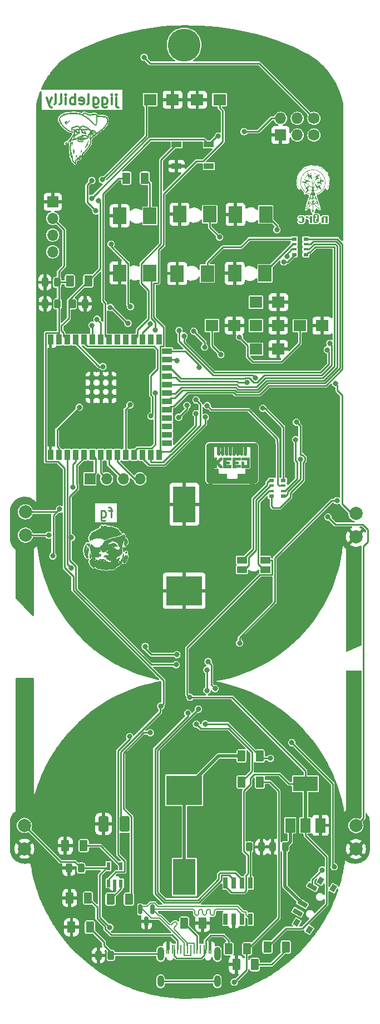
<source format=gbr>
%TF.GenerationSoftware,KiCad,Pcbnew,7.0.1*%
%TF.CreationDate,2023-08-12T23:39:36-05:00*%
%TF.ProjectId,BSidesKC23,42536964-6573-44b4-9332-332e6b696361,1.1*%
%TF.SameCoordinates,Original*%
%TF.FileFunction,Copper,L2,Bot*%
%TF.FilePolarity,Positive*%
%FSLAX46Y46*%
G04 Gerber Fmt 4.6, Leading zero omitted, Abs format (unit mm)*
G04 Created by KiCad (PCBNEW 7.0.1) date 2023-08-12 23:39:36*
%MOMM*%
%LPD*%
G01*
G04 APERTURE LIST*
G04 Aperture macros list*
%AMRoundRect*
0 Rectangle with rounded corners*
0 $1 Rounding radius*
0 $2 $3 $4 $5 $6 $7 $8 $9 X,Y pos of 4 corners*
0 Add a 4 corners polygon primitive as box body*
4,1,4,$2,$3,$4,$5,$6,$7,$8,$9,$2,$3,0*
0 Add four circle primitives for the rounded corners*
1,1,$1+$1,$2,$3*
1,1,$1+$1,$4,$5*
1,1,$1+$1,$6,$7*
1,1,$1+$1,$8,$9*
0 Add four rect primitives between the rounded corners*
20,1,$1+$1,$2,$3,$4,$5,0*
20,1,$1+$1,$4,$5,$6,$7,0*
20,1,$1+$1,$6,$7,$8,$9,0*
20,1,$1+$1,$8,$9,$2,$3,0*%
%AMRotRect*
0 Rectangle, with rotation*
0 The origin of the aperture is its center*
0 $1 length*
0 $2 width*
0 $3 Rotation angle, in degrees counterclockwise*
0 Add horizontal line*
21,1,$1,$2,0,0,$3*%
G04 Aperture macros list end*
%ADD10C,0.300000*%
%TA.AperFunction,NonConductor*%
%ADD11C,0.300000*%
%TD*%
%ADD12C,0.250000*%
%TA.AperFunction,NonConductor*%
%ADD13C,0.250000*%
%TD*%
%TA.AperFunction,EtchedComponent*%
%ADD14C,0.010000*%
%TD*%
%TA.AperFunction,ComponentPad*%
%ADD15O,1.727200X1.727200*%
%TD*%
%TA.AperFunction,ComponentPad*%
%ADD16R,1.727200X1.727200*%
%TD*%
%TA.AperFunction,ComponentPad*%
%ADD17C,1.727200*%
%TD*%
%TA.AperFunction,SMDPad,CuDef*%
%ADD18R,2.000000X2.500000*%
%TD*%
%TA.AperFunction,SMDPad,CuDef*%
%ADD19R,1.500000X1.000000*%
%TD*%
%TA.AperFunction,ComponentPad*%
%ADD20C,5.000000*%
%TD*%
%TA.AperFunction,SMDPad,CuDef*%
%ADD21R,1.700000X1.700000*%
%TD*%
%TA.AperFunction,SMDPad,CuDef*%
%ADD22O,1.700000X1.700000*%
%TD*%
%TA.AperFunction,SMDPad,CuDef*%
%ADD23R,1.948000X1.700000*%
%TD*%
%TA.AperFunction,SMDPad,CuDef*%
%ADD24RoundRect,0.250000X-0.375000X-0.625000X0.375000X-0.625000X0.375000X0.625000X-0.375000X0.625000X0*%
%TD*%
%TA.AperFunction,SMDPad,CuDef*%
%ADD25R,1.500000X0.900000*%
%TD*%
%TA.AperFunction,SMDPad,CuDef*%
%ADD26RoundRect,0.150000X-0.150000X0.587500X-0.150000X-0.587500X0.150000X-0.587500X0.150000X0.587500X0*%
%TD*%
%TA.AperFunction,SMDPad,CuDef*%
%ADD27C,2.000000*%
%TD*%
%TA.AperFunction,SMDPad,CuDef*%
%ADD28RoundRect,0.243750X0.243750X0.456250X-0.243750X0.456250X-0.243750X-0.456250X0.243750X-0.456250X0*%
%TD*%
%TA.AperFunction,SMDPad,CuDef*%
%ADD29R,0.800000X0.500000*%
%TD*%
%TA.AperFunction,SMDPad,CuDef*%
%ADD30R,0.800000X0.400000*%
%TD*%
%TA.AperFunction,ComponentPad*%
%ADD31R,1.700000X1.700000*%
%TD*%
%TA.AperFunction,ComponentPad*%
%ADD32O,1.700000X1.700000*%
%TD*%
%TA.AperFunction,SMDPad,CuDef*%
%ADD33RoundRect,0.250000X0.375000X0.625000X-0.375000X0.625000X-0.375000X-0.625000X0.375000X-0.625000X0*%
%TD*%
%TA.AperFunction,SMDPad,CuDef*%
%ADD34R,0.900000X1.500000*%
%TD*%
%TA.AperFunction,SMDPad,CuDef*%
%ADD35R,0.900000X0.900000*%
%TD*%
%TA.AperFunction,SMDPad,CuDef*%
%ADD36R,0.650000X1.750000*%
%TD*%
%TA.AperFunction,SMDPad,CuDef*%
%ADD37RotRect,1.000000X0.800000X240.000000*%
%TD*%
%TA.AperFunction,SMDPad,CuDef*%
%ADD38RotRect,0.700000X1.500000X240.000000*%
%TD*%
%TA.AperFunction,SMDPad,CuDef*%
%ADD39RoundRect,0.243750X-0.243750X-0.456250X0.243750X-0.456250X0.243750X0.456250X-0.243750X0.456250X0*%
%TD*%
%TA.AperFunction,SMDPad,CuDef*%
%ADD40R,0.600000X1.200000*%
%TD*%
%TA.AperFunction,SMDPad,CuDef*%
%ADD41RoundRect,0.250001X0.499999X0.924999X-0.499999X0.924999X-0.499999X-0.924999X0.499999X-0.924999X0*%
%TD*%
%TA.AperFunction,SMDPad,CuDef*%
%ADD42R,3.500000X5.500000*%
%TD*%
%TA.AperFunction,SMDPad,CuDef*%
%ADD43R,5.500000X4.500000*%
%TD*%
%TA.AperFunction,SMDPad,CuDef*%
%ADD44R,0.250000X1.400000*%
%TD*%
%TA.AperFunction,ComponentPad*%
%ADD45O,1.000000X1.800000*%
%TD*%
%TA.AperFunction,ComponentPad*%
%ADD46O,1.000000X2.100000*%
%TD*%
%TA.AperFunction,SMDPad,CuDef*%
%ADD47R,1.500000X2.200000*%
%TD*%
%TA.AperFunction,SMDPad,CuDef*%
%ADD48R,3.800000X2.200000*%
%TD*%
%TA.AperFunction,ViaPad*%
%ADD49C,0.800000*%
%TD*%
%TA.AperFunction,Conductor*%
%ADD50C,0.500000*%
%TD*%
%TA.AperFunction,Conductor*%
%ADD51C,0.250000*%
%TD*%
%TA.AperFunction,Conductor*%
%ADD52C,0.200000*%
%TD*%
G04 APERTURE END LIST*
D10*
%TO.C,G\u002A\u002A\u002A*%
D11*
X88903542Y-44693631D02*
X88903542Y-45999917D01*
X88903542Y-45999917D02*
X88976114Y-46145060D01*
X88976114Y-46145060D02*
X89121257Y-46217631D01*
X89121257Y-46217631D02*
X89193828Y-46217631D01*
X88903542Y-44185631D02*
X88976114Y-44258202D01*
X88976114Y-44258202D02*
X88903542Y-44330774D01*
X88903542Y-44330774D02*
X88830971Y-44258202D01*
X88830971Y-44258202D02*
X88903542Y-44185631D01*
X88903542Y-44185631D02*
X88903542Y-44330774D01*
X88177828Y-45709631D02*
X88177828Y-44693631D01*
X88177828Y-44185631D02*
X88250400Y-44258202D01*
X88250400Y-44258202D02*
X88177828Y-44330774D01*
X88177828Y-44330774D02*
X88105257Y-44258202D01*
X88105257Y-44258202D02*
X88177828Y-44185631D01*
X88177828Y-44185631D02*
X88177828Y-44330774D01*
X86798972Y-44693631D02*
X86798972Y-45927345D01*
X86798972Y-45927345D02*
X86871543Y-46072488D01*
X86871543Y-46072488D02*
X86944114Y-46145060D01*
X86944114Y-46145060D02*
X87089257Y-46217631D01*
X87089257Y-46217631D02*
X87306972Y-46217631D01*
X87306972Y-46217631D02*
X87452114Y-46145060D01*
X86798972Y-45637060D02*
X86944114Y-45709631D01*
X86944114Y-45709631D02*
X87234400Y-45709631D01*
X87234400Y-45709631D02*
X87379543Y-45637060D01*
X87379543Y-45637060D02*
X87452114Y-45564488D01*
X87452114Y-45564488D02*
X87524686Y-45419345D01*
X87524686Y-45419345D02*
X87524686Y-44983917D01*
X87524686Y-44983917D02*
X87452114Y-44838774D01*
X87452114Y-44838774D02*
X87379543Y-44766202D01*
X87379543Y-44766202D02*
X87234400Y-44693631D01*
X87234400Y-44693631D02*
X86944114Y-44693631D01*
X86944114Y-44693631D02*
X86798972Y-44766202D01*
X85420115Y-44693631D02*
X85420115Y-45927345D01*
X85420115Y-45927345D02*
X85492686Y-46072488D01*
X85492686Y-46072488D02*
X85565257Y-46145060D01*
X85565257Y-46145060D02*
X85710400Y-46217631D01*
X85710400Y-46217631D02*
X85928115Y-46217631D01*
X85928115Y-46217631D02*
X86073257Y-46145060D01*
X85420115Y-45637060D02*
X85565257Y-45709631D01*
X85565257Y-45709631D02*
X85855543Y-45709631D01*
X85855543Y-45709631D02*
X86000686Y-45637060D01*
X86000686Y-45637060D02*
X86073257Y-45564488D01*
X86073257Y-45564488D02*
X86145829Y-45419345D01*
X86145829Y-45419345D02*
X86145829Y-44983917D01*
X86145829Y-44983917D02*
X86073257Y-44838774D01*
X86073257Y-44838774D02*
X86000686Y-44766202D01*
X86000686Y-44766202D02*
X85855543Y-44693631D01*
X85855543Y-44693631D02*
X85565257Y-44693631D01*
X85565257Y-44693631D02*
X85420115Y-44766202D01*
X84476686Y-45709631D02*
X84621829Y-45637060D01*
X84621829Y-45637060D02*
X84694400Y-45491917D01*
X84694400Y-45491917D02*
X84694400Y-44185631D01*
X83315543Y-45637060D02*
X83460686Y-45709631D01*
X83460686Y-45709631D02*
X83750972Y-45709631D01*
X83750972Y-45709631D02*
X83896114Y-45637060D01*
X83896114Y-45637060D02*
X83968686Y-45491917D01*
X83968686Y-45491917D02*
X83968686Y-44911345D01*
X83968686Y-44911345D02*
X83896114Y-44766202D01*
X83896114Y-44766202D02*
X83750972Y-44693631D01*
X83750972Y-44693631D02*
X83460686Y-44693631D01*
X83460686Y-44693631D02*
X83315543Y-44766202D01*
X83315543Y-44766202D02*
X83242972Y-44911345D01*
X83242972Y-44911345D02*
X83242972Y-45056488D01*
X83242972Y-45056488D02*
X83968686Y-45201631D01*
X82589828Y-45709631D02*
X82589828Y-44185631D01*
X82589828Y-44766202D02*
X82444686Y-44693631D01*
X82444686Y-44693631D02*
X82154400Y-44693631D01*
X82154400Y-44693631D02*
X82009257Y-44766202D01*
X82009257Y-44766202D02*
X81936686Y-44838774D01*
X81936686Y-44838774D02*
X81864114Y-44983917D01*
X81864114Y-44983917D02*
X81864114Y-45419345D01*
X81864114Y-45419345D02*
X81936686Y-45564488D01*
X81936686Y-45564488D02*
X82009257Y-45637060D01*
X82009257Y-45637060D02*
X82154400Y-45709631D01*
X82154400Y-45709631D02*
X82444686Y-45709631D01*
X82444686Y-45709631D02*
X82589828Y-45637060D01*
X81210971Y-45709631D02*
X81210971Y-44693631D01*
X81210971Y-44185631D02*
X81283543Y-44258202D01*
X81283543Y-44258202D02*
X81210971Y-44330774D01*
X81210971Y-44330774D02*
X81138400Y-44258202D01*
X81138400Y-44258202D02*
X81210971Y-44185631D01*
X81210971Y-44185631D02*
X81210971Y-44330774D01*
X80267543Y-45709631D02*
X80412686Y-45637060D01*
X80412686Y-45637060D02*
X80485257Y-45491917D01*
X80485257Y-45491917D02*
X80485257Y-44185631D01*
X79469257Y-45709631D02*
X79614400Y-45637060D01*
X79614400Y-45637060D02*
X79686971Y-45491917D01*
X79686971Y-45491917D02*
X79686971Y-44185631D01*
X79033828Y-44693631D02*
X78670971Y-45709631D01*
X78308114Y-44693631D02*
X78670971Y-45709631D01*
X78670971Y-45709631D02*
X78816114Y-46072488D01*
X78816114Y-46072488D02*
X78888685Y-46145060D01*
X78888685Y-46145060D02*
X79033828Y-46217631D01*
D12*
D13*
X88318619Y-107422634D02*
X87731952Y-107422634D01*
X88098619Y-108449301D02*
X88098619Y-107129301D01*
X88098619Y-107129301D02*
X88025286Y-106982634D01*
X88025286Y-106982634D02*
X87878619Y-106909301D01*
X87878619Y-106909301D02*
X87731952Y-106909301D01*
X86558619Y-107422634D02*
X86558619Y-108669301D01*
X86558619Y-108669301D02*
X86631952Y-108815968D01*
X86631952Y-108815968D02*
X86705286Y-108889301D01*
X86705286Y-108889301D02*
X86851952Y-108962634D01*
X86851952Y-108962634D02*
X87071952Y-108962634D01*
X87071952Y-108962634D02*
X87218619Y-108889301D01*
X86558619Y-108375968D02*
X86705286Y-108449301D01*
X86705286Y-108449301D02*
X86998619Y-108449301D01*
X86998619Y-108449301D02*
X87145286Y-108375968D01*
X87145286Y-108375968D02*
X87218619Y-108302634D01*
X87218619Y-108302634D02*
X87291952Y-108155968D01*
X87291952Y-108155968D02*
X87291952Y-107715968D01*
X87291952Y-107715968D02*
X87218619Y-107569301D01*
X87218619Y-107569301D02*
X87145286Y-107495968D01*
X87145286Y-107495968D02*
X86998619Y-107422634D01*
X86998619Y-107422634D02*
X86705286Y-107422634D01*
X86705286Y-107422634D02*
X86558619Y-107495968D01*
D14*
X109111376Y-100845971D02*
X107926043Y-100845971D01*
X107926043Y-99935805D01*
X108285876Y-99935805D01*
X108285876Y-100486138D01*
X108772710Y-100486138D01*
X108772710Y-99724138D01*
X107926043Y-99724138D01*
X107926043Y-99364305D01*
X109111376Y-99364305D01*
X109111376Y-100845971D01*
%TA.AperFunction,EtchedComponent*%
G36*
X109111376Y-100845971D02*
G01*
X107926043Y-100845971D01*
X107926043Y-99935805D01*
X108285876Y-99935805D01*
X108285876Y-100486138D01*
X108772710Y-100486138D01*
X108772710Y-99724138D01*
X107926043Y-99724138D01*
X107926043Y-99364305D01*
X109111376Y-99364305D01*
X109111376Y-100845971D01*
G37*
%TD.AperFunction*%
X106359710Y-99724138D02*
X105534210Y-99724138D01*
X105534210Y-99935805D01*
X106084543Y-99935805D01*
X106084543Y-100274471D01*
X105534210Y-100274471D01*
X105534210Y-100486138D01*
X106359710Y-100486138D01*
X106359710Y-100845971D01*
X105174376Y-100845971D01*
X105174376Y-99364305D01*
X106359710Y-99364305D01*
X106359710Y-99724138D01*
%TA.AperFunction,EtchedComponent*%
G36*
X106359710Y-99724138D02*
G01*
X105534210Y-99724138D01*
X105534210Y-99935805D01*
X106084543Y-99935805D01*
X106084543Y-100274471D01*
X105534210Y-100274471D01*
X105534210Y-100486138D01*
X106359710Y-100486138D01*
X106359710Y-100845971D01*
X105174376Y-100845971D01*
X105174376Y-99364305D01*
X106359710Y-99364305D01*
X106359710Y-99724138D01*
G37*
%TD.AperFunction*%
X104137210Y-99861059D02*
X104635262Y-99364305D01*
X104983876Y-99364305D01*
X104983876Y-99585943D01*
X104724902Y-99845541D01*
X104465928Y-100105138D01*
X104983876Y-100624332D01*
X104983876Y-100845971D01*
X104656404Y-100845971D01*
X104137210Y-100328023D01*
X104137210Y-100845971D01*
X103798543Y-100845971D01*
X103798543Y-99364305D01*
X104137210Y-99364305D01*
X104137210Y-99861059D01*
%TA.AperFunction,EtchedComponent*%
G36*
X104137210Y-99861059D02*
G01*
X104635262Y-99364305D01*
X104983876Y-99364305D01*
X104983876Y-99585943D01*
X104724902Y-99845541D01*
X104465928Y-100105138D01*
X104983876Y-100624332D01*
X104983876Y-100845971D01*
X104656404Y-100845971D01*
X104137210Y-100328023D01*
X104137210Y-100845971D01*
X103798543Y-100845971D01*
X103798543Y-99364305D01*
X104137210Y-99364305D01*
X104137210Y-99861059D01*
G37*
%TD.AperFunction*%
X107746126Y-99713555D02*
X107328085Y-99719294D01*
X106910043Y-99725033D01*
X106910043Y-99935805D01*
X107460376Y-99935805D01*
X107460376Y-100274471D01*
X106910043Y-100274471D01*
X106910043Y-100485243D01*
X107328085Y-100490982D01*
X107746126Y-100496721D01*
X107746126Y-100835388D01*
X106550210Y-100846630D01*
X106550210Y-99364305D01*
X107758422Y-99364305D01*
X107746126Y-99713555D01*
%TA.AperFunction,EtchedComponent*%
G36*
X107746126Y-99713555D02*
G01*
X107328085Y-99719294D01*
X106910043Y-99725033D01*
X106910043Y-99935805D01*
X107460376Y-99935805D01*
X107460376Y-100274471D01*
X106910043Y-100274471D01*
X106910043Y-100485243D01*
X107328085Y-100490982D01*
X107746126Y-100496721D01*
X107746126Y-100835388D01*
X106550210Y-100846630D01*
X106550210Y-99364305D01*
X107758422Y-99364305D01*
X107746126Y-99713555D01*
G37*
%TD.AperFunction*%
X102560293Y-99384122D02*
X103671543Y-99384122D01*
X103671576Y-99678897D01*
X103671726Y-99934272D01*
X103672064Y-100153182D01*
X103672666Y-100338562D01*
X103673604Y-100493346D01*
X103674953Y-100620467D01*
X103676785Y-100722860D01*
X103679174Y-100803460D01*
X103682194Y-100865200D01*
X103685919Y-100911015D01*
X103690421Y-100943838D01*
X103695775Y-100966605D01*
X103702054Y-100982250D01*
X103709331Y-100993705D01*
X103711979Y-100997085D01*
X103729583Y-101016358D01*
X103750901Y-101030132D01*
X103783074Y-101039545D01*
X103833245Y-101045733D01*
X103908553Y-101049837D01*
X104016142Y-101052993D01*
X104070803Y-101054267D01*
X104389192Y-101061480D01*
X104403597Y-101157541D01*
X104409148Y-101225702D01*
X104410624Y-101317865D01*
X104407806Y-101415873D01*
X104406924Y-101431180D01*
X104403785Y-101567735D01*
X104412702Y-101674578D01*
X104433083Y-101747715D01*
X104458470Y-101780077D01*
X104486530Y-101784905D01*
X104550938Y-101789260D01*
X104645711Y-101792950D01*
X104764864Y-101795787D01*
X104902416Y-101797582D01*
X105029770Y-101798147D01*
X105178298Y-101798641D01*
X105313545Y-101799863D01*
X105429523Y-101801697D01*
X105520246Y-101804026D01*
X105579726Y-101806734D01*
X105601270Y-101809254D01*
X105613260Y-101823433D01*
X105620788Y-101858880D01*
X105624303Y-101921456D01*
X105624255Y-102017018D01*
X105622776Y-102089712D01*
X105621936Y-102244140D01*
X105628174Y-102359004D01*
X105641622Y-102436502D01*
X105643943Y-102444055D01*
X105663276Y-102494668D01*
X105687198Y-102521270D01*
X105729671Y-102533839D01*
X105777626Y-102539601D01*
X105819769Y-102541731D01*
X105897584Y-102543570D01*
X106004410Y-102545107D01*
X106133587Y-102546329D01*
X106278454Y-102547226D01*
X106432351Y-102547785D01*
X106588618Y-102547994D01*
X106740594Y-102547841D01*
X106881618Y-102547315D01*
X107005029Y-102546403D01*
X107104169Y-102545093D01*
X107172375Y-102543375D01*
X107195793Y-102542133D01*
X107233175Y-102537128D01*
X107260693Y-102525234D01*
X107280113Y-102500559D01*
X107293201Y-102457213D01*
X107301723Y-102389304D01*
X107307446Y-102290942D01*
X107312136Y-102156235D01*
X107312210Y-102153835D01*
X107322793Y-101809055D01*
X107908441Y-101798471D01*
X108061884Y-101795184D01*
X108201384Y-101791213D01*
X108321370Y-101786796D01*
X108416268Y-101782169D01*
X108480508Y-101777571D01*
X108508516Y-101773239D01*
X108509088Y-101772852D01*
X108527445Y-101732846D01*
X108540688Y-101660802D01*
X108547787Y-101566817D01*
X108547712Y-101460990D01*
X108545399Y-101416971D01*
X108541749Y-101322092D01*
X108542873Y-101229288D01*
X108548523Y-101158434D01*
X108548639Y-101157652D01*
X108563061Y-101061480D01*
X108881449Y-101054267D01*
X109004218Y-101051171D01*
X109091801Y-101047590D01*
X109151338Y-101042387D01*
X109189973Y-101034424D01*
X109214847Y-101022562D01*
X109233100Y-101005664D01*
X109240274Y-100997085D01*
X109247860Y-100986434D01*
X109254432Y-100972597D01*
X109260060Y-100952658D01*
X109264817Y-100923698D01*
X109268773Y-100882800D01*
X109271999Y-100827046D01*
X109274567Y-100753519D01*
X109276548Y-100659301D01*
X109278013Y-100541474D01*
X109279032Y-100397121D01*
X109279679Y-100223324D01*
X109280022Y-100017166D01*
X109280135Y-99775728D01*
X109280087Y-99496094D01*
X109280036Y-99367251D01*
X109279918Y-99067253D01*
X109279722Y-98806711D01*
X109279281Y-98582751D01*
X109278424Y-98392495D01*
X109276982Y-98233068D01*
X109274785Y-98101593D01*
X109271664Y-97995195D01*
X109267450Y-97910997D01*
X109261973Y-97846122D01*
X109255064Y-97797696D01*
X109246554Y-97762842D01*
X109236272Y-97738683D01*
X109224049Y-97722343D01*
X109209717Y-97710947D01*
X109193105Y-97701617D01*
X109181559Y-97695595D01*
X109134512Y-97682752D01*
X109058761Y-97674523D01*
X108967719Y-97671270D01*
X108874802Y-97673350D01*
X108793422Y-97681123D01*
X108773059Y-97684660D01*
X108704618Y-97698348D01*
X108709685Y-98229701D01*
X108711430Y-98411221D01*
X108712578Y-98555204D01*
X108712770Y-98666449D01*
X108711646Y-98749751D01*
X108708850Y-98809907D01*
X108704021Y-98851713D01*
X108696803Y-98879967D01*
X108686836Y-98899466D01*
X108673763Y-98915005D01*
X108657255Y-98931350D01*
X108608363Y-98967269D01*
X108546576Y-98981907D01*
X108507697Y-98983305D01*
X108436716Y-98980338D01*
X108380799Y-98968536D01*
X108338384Y-98943548D01*
X108307913Y-98901021D01*
X108287825Y-98836602D01*
X108276561Y-98745940D01*
X108272562Y-98624683D01*
X108274266Y-98468478D01*
X108277829Y-98341913D01*
X108281463Y-98201251D01*
X108283302Y-98068660D01*
X108283357Y-97952247D01*
X108281638Y-97860122D01*
X108278154Y-97800392D01*
X108277147Y-97792372D01*
X108265886Y-97731797D01*
X108250361Y-97702295D01*
X108222059Y-97692819D01*
X108199913Y-97692138D01*
X108137710Y-97692138D01*
X108137710Y-98264689D01*
X108137370Y-98457872D01*
X108135487Y-98612915D01*
X108130759Y-98734010D01*
X108121886Y-98825350D01*
X108107569Y-98891127D01*
X108086509Y-98935533D01*
X108057405Y-98962761D01*
X108018957Y-98977004D01*
X107969865Y-98982453D01*
X107914909Y-98983305D01*
X107831202Y-98972060D01*
X107765198Y-98933967D01*
X107763181Y-98932249D01*
X107703793Y-98881193D01*
X107697558Y-98286666D01*
X107691323Y-97692138D01*
X107568096Y-97692138D01*
X107561861Y-98283134D01*
X107555626Y-98874131D01*
X107504312Y-98928718D01*
X107463397Y-98963198D01*
X107414926Y-98979176D01*
X107345562Y-98982631D01*
X107285270Y-98980860D01*
X107236899Y-98973579D01*
X107199137Y-98956586D01*
X107170673Y-98925677D01*
X107150196Y-98876648D01*
X107136395Y-98805296D01*
X107127957Y-98707418D01*
X107123573Y-98578810D01*
X107121931Y-98415269D01*
X107121710Y-98265029D01*
X107121710Y-97692138D01*
X106966842Y-97692138D01*
X106979785Y-98245522D01*
X106983737Y-98441736D01*
X106984610Y-98599770D01*
X106981132Y-98723736D01*
X106972031Y-98817750D01*
X106956036Y-98885924D01*
X106931876Y-98932374D01*
X106898277Y-98961213D01*
X106853969Y-98976555D01*
X106797680Y-98982513D01*
X106751722Y-98983305D01*
X106677338Y-98976399D01*
X106624741Y-98951302D01*
X106602164Y-98931350D01*
X106585693Y-98914909D01*
X106572645Y-98899015D01*
X106562670Y-98878918D01*
X106555423Y-98849868D01*
X106550554Y-98807115D01*
X106547715Y-98745910D01*
X106546560Y-98661501D01*
X106546739Y-98549140D01*
X106547904Y-98404076D01*
X106549709Y-98221559D01*
X106549764Y-98216013D01*
X106554941Y-97692138D01*
X106397359Y-97692138D01*
X106402472Y-98226596D01*
X106404229Y-98408602D01*
X106405390Y-98553058D01*
X106405599Y-98664747D01*
X106404501Y-98748453D01*
X106401741Y-98808958D01*
X106396964Y-98851045D01*
X106389812Y-98879497D01*
X106379932Y-98899098D01*
X106366968Y-98914630D01*
X106350563Y-98930876D01*
X106350088Y-98931350D01*
X106301196Y-98967269D01*
X106239410Y-98981907D01*
X106200530Y-98983305D01*
X106135096Y-98981344D01*
X106082555Y-98972723D01*
X106041637Y-98953333D01*
X106011071Y-98919063D01*
X105989587Y-98865805D01*
X105975913Y-98789450D01*
X105968780Y-98685888D01*
X105966916Y-98551009D01*
X105969051Y-98380705D01*
X105972091Y-98244539D01*
X105985479Y-97692138D01*
X105830543Y-97692138D01*
X105830543Y-98265029D01*
X105830206Y-98445779D01*
X105828798Y-98589154D01*
X105825726Y-98700112D01*
X105820395Y-98783609D01*
X105812212Y-98844600D01*
X105800582Y-98888044D01*
X105784912Y-98918895D01*
X105764607Y-98942112D01*
X105747710Y-98956173D01*
X105706976Y-98971919D01*
X105643602Y-98981433D01*
X105614765Y-98982631D01*
X105535044Y-98975212D01*
X105475284Y-98947420D01*
X105456015Y-98932249D01*
X105396626Y-98881193D01*
X105390391Y-98286666D01*
X105384157Y-97692138D01*
X105260929Y-97692138D01*
X105254694Y-98286666D01*
X105248460Y-98881193D01*
X105189071Y-98932249D01*
X105123310Y-98971300D01*
X105040462Y-98983294D01*
X105037344Y-98983305D01*
X104977449Y-98982211D01*
X104929379Y-98976135D01*
X104891834Y-98960885D01*
X104863515Y-98932268D01*
X104843122Y-98886092D01*
X104829354Y-98818163D01*
X104820912Y-98724291D01*
X104816496Y-98600282D01*
X104814807Y-98441944D01*
X104814543Y-98264689D01*
X104814543Y-97692138D01*
X104752340Y-97692138D01*
X104714264Y-97695632D01*
X104693275Y-97713469D01*
X104680890Y-97756681D01*
X104675064Y-97792653D01*
X104671163Y-97844194D01*
X104668994Y-97929928D01*
X104668571Y-98041750D01*
X104669911Y-98171554D01*
X104673029Y-98311235D01*
X104673976Y-98343164D01*
X104678496Y-98525027D01*
X104678440Y-98669025D01*
X104672247Y-98779519D01*
X104658352Y-98860870D01*
X104635194Y-98917438D01*
X104601210Y-98953585D01*
X104554835Y-98973672D01*
X104494509Y-98982059D01*
X104444556Y-98983305D01*
X104370171Y-98976399D01*
X104317574Y-98951302D01*
X104294997Y-98931350D01*
X104278113Y-98914462D01*
X104264780Y-98898148D01*
X104254636Y-98877589D01*
X104247321Y-98847964D01*
X104242472Y-98804454D01*
X104239727Y-98742241D01*
X104238725Y-98656505D01*
X104239104Y-98542427D01*
X104240503Y-98395186D01*
X104242340Y-98229760D01*
X104248226Y-97698466D01*
X104179488Y-97684719D01*
X104097454Y-97674590D01*
X103999223Y-97671399D01*
X103900920Y-97674801D01*
X103818669Y-97684450D01*
X103783452Y-97693191D01*
X103730019Y-97725569D01*
X103695627Y-97768271D01*
X103690622Y-97793447D01*
X103686260Y-97846654D01*
X103682515Y-97929529D01*
X103679365Y-98043709D01*
X103676783Y-98190832D01*
X103674746Y-98372535D01*
X103673230Y-98590456D01*
X103672209Y-98846232D01*
X103671660Y-99141501D01*
X103671543Y-99384122D01*
X102560293Y-99384122D01*
X102560293Y-97551539D01*
X102624269Y-97426047D01*
X102708932Y-97304557D01*
X102822389Y-97209109D01*
X102955970Y-97146757D01*
X102974012Y-97141543D01*
X103005843Y-97138289D01*
X103076111Y-97135374D01*
X103185139Y-97132798D01*
X103333250Y-97130558D01*
X103520766Y-97128654D01*
X103748010Y-97127084D01*
X104015306Y-97125847D01*
X104322976Y-97124940D01*
X104671343Y-97124363D01*
X105060729Y-97124114D01*
X105491457Y-97124192D01*
X105963851Y-97124595D01*
X106478233Y-97125321D01*
X106513682Y-97125381D01*
X109971639Y-97131221D01*
X110097132Y-97195197D01*
X110220244Y-97280432D01*
X110312149Y-97393729D01*
X110371067Y-97532713D01*
X110380871Y-97573288D01*
X110384760Y-97607275D01*
X110388182Y-97670291D01*
X110391144Y-97763522D01*
X110393655Y-97888158D01*
X110395723Y-98045386D01*
X110397354Y-98236393D01*
X110398556Y-98462368D01*
X110399338Y-98724498D01*
X110399707Y-99023971D01*
X110399671Y-99361975D01*
X110399237Y-99739699D01*
X110398413Y-100158328D01*
X110398203Y-100246884D01*
X110391960Y-102806918D01*
X110327856Y-102932403D01*
X110244981Y-103049931D01*
X110131161Y-103138602D01*
X109986360Y-103198442D01*
X109923568Y-103213554D01*
X109888980Y-103216258D01*
X109814851Y-103218793D01*
X109703975Y-103221157D01*
X109559143Y-103223350D01*
X109383149Y-103225370D01*
X109178784Y-103227215D01*
X108948842Y-103228886D01*
X108696115Y-103230382D01*
X108423396Y-103231700D01*
X108133477Y-103232840D01*
X107829150Y-103233801D01*
X107513209Y-103234582D01*
X107188446Y-103235182D01*
X106857654Y-103235600D01*
X106523624Y-103235835D01*
X106189151Y-103235886D01*
X105857025Y-103235751D01*
X105530041Y-103235430D01*
X105210989Y-103234922D01*
X104902664Y-103234225D01*
X104607857Y-103233339D01*
X104329362Y-103232262D01*
X104069970Y-103230994D01*
X103832475Y-103229533D01*
X103619668Y-103227879D01*
X103434343Y-103226030D01*
X103279292Y-103223986D01*
X103157308Y-103221744D01*
X103071183Y-103219305D01*
X103023709Y-103216667D01*
X103019189Y-103216129D01*
X102881925Y-103179478D01*
X102770071Y-103111401D01*
X102679092Y-103008552D01*
X102634376Y-102932187D01*
X102560293Y-102786957D01*
X102560293Y-99384122D01*
%TA.AperFunction,EtchedComponent*%
G36*
X102560293Y-99384122D02*
G01*
X103671543Y-99384122D01*
X103671576Y-99678897D01*
X103671726Y-99934272D01*
X103672064Y-100153182D01*
X103672666Y-100338562D01*
X103673604Y-100493346D01*
X103674953Y-100620467D01*
X103676785Y-100722860D01*
X103679174Y-100803460D01*
X103682194Y-100865200D01*
X103685919Y-100911015D01*
X103690421Y-100943838D01*
X103695775Y-100966605D01*
X103702054Y-100982250D01*
X103709331Y-100993705D01*
X103711979Y-100997085D01*
X103729583Y-101016358D01*
X103750901Y-101030132D01*
X103783074Y-101039545D01*
X103833245Y-101045733D01*
X103908553Y-101049837D01*
X104016142Y-101052993D01*
X104070803Y-101054267D01*
X104389192Y-101061480D01*
X104403597Y-101157541D01*
X104409148Y-101225702D01*
X104410624Y-101317865D01*
X104407806Y-101415873D01*
X104406924Y-101431180D01*
X104403785Y-101567735D01*
X104412702Y-101674578D01*
X104433083Y-101747715D01*
X104458470Y-101780077D01*
X104486530Y-101784905D01*
X104550938Y-101789260D01*
X104645711Y-101792950D01*
X104764864Y-101795787D01*
X104902416Y-101797582D01*
X105029770Y-101798147D01*
X105178298Y-101798641D01*
X105313545Y-101799863D01*
X105429523Y-101801697D01*
X105520246Y-101804026D01*
X105579726Y-101806734D01*
X105601270Y-101809254D01*
X105613260Y-101823433D01*
X105620788Y-101858880D01*
X105624303Y-101921456D01*
X105624255Y-102017018D01*
X105622776Y-102089712D01*
X105621936Y-102244140D01*
X105628174Y-102359004D01*
X105641622Y-102436502D01*
X105643943Y-102444055D01*
X105663276Y-102494668D01*
X105687198Y-102521270D01*
X105729671Y-102533839D01*
X105777626Y-102539601D01*
X105819769Y-102541731D01*
X105897584Y-102543570D01*
X106004410Y-102545107D01*
X106133587Y-102546329D01*
X106278454Y-102547226D01*
X106432351Y-102547785D01*
X106588618Y-102547994D01*
X106740594Y-102547841D01*
X106881618Y-102547315D01*
X107005029Y-102546403D01*
X107104169Y-102545093D01*
X107172375Y-102543375D01*
X107195793Y-102542133D01*
X107233175Y-102537128D01*
X107260693Y-102525234D01*
X107280113Y-102500559D01*
X107293201Y-102457213D01*
X107301723Y-102389304D01*
X107307446Y-102290942D01*
X107312136Y-102156235D01*
X107312210Y-102153835D01*
X107322793Y-101809055D01*
X107908441Y-101798471D01*
X108061884Y-101795184D01*
X108201384Y-101791213D01*
X108321370Y-101786796D01*
X108416268Y-101782169D01*
X108480508Y-101777571D01*
X108508516Y-101773239D01*
X108509088Y-101772852D01*
X108527445Y-101732846D01*
X108540688Y-101660802D01*
X108547787Y-101566817D01*
X108547712Y-101460990D01*
X108545399Y-101416971D01*
X108541749Y-101322092D01*
X108542873Y-101229288D01*
X108548523Y-101158434D01*
X108548639Y-101157652D01*
X108563061Y-101061480D01*
X108881449Y-101054267D01*
X109004218Y-101051171D01*
X109091801Y-101047590D01*
X109151338Y-101042387D01*
X109189973Y-101034424D01*
X109214847Y-101022562D01*
X109233100Y-101005664D01*
X109240274Y-100997085D01*
X109247860Y-100986434D01*
X109254432Y-100972597D01*
X109260060Y-100952658D01*
X109264817Y-100923698D01*
X109268773Y-100882800D01*
X109271999Y-100827046D01*
X109274567Y-100753519D01*
X109276548Y-100659301D01*
X109278013Y-100541474D01*
X109279032Y-100397121D01*
X109279679Y-100223324D01*
X109280022Y-100017166D01*
X109280135Y-99775728D01*
X109280087Y-99496094D01*
X109280036Y-99367251D01*
X109279918Y-99067253D01*
X109279722Y-98806711D01*
X109279281Y-98582751D01*
X109278424Y-98392495D01*
X109276982Y-98233068D01*
X109274785Y-98101593D01*
X109271664Y-97995195D01*
X109267450Y-97910997D01*
X109261973Y-97846122D01*
X109255064Y-97797696D01*
X109246554Y-97762842D01*
X109236272Y-97738683D01*
X109224049Y-97722343D01*
X109209717Y-97710947D01*
X109193105Y-97701617D01*
X109181559Y-97695595D01*
X109134512Y-97682752D01*
X109058761Y-97674523D01*
X108967719Y-97671270D01*
X108874802Y-97673350D01*
X108793422Y-97681123D01*
X108773059Y-97684660D01*
X108704618Y-97698348D01*
X108709685Y-98229701D01*
X108711430Y-98411221D01*
X108712578Y-98555204D01*
X108712770Y-98666449D01*
X108711646Y-98749751D01*
X108708850Y-98809907D01*
X108704021Y-98851713D01*
X108696803Y-98879967D01*
X108686836Y-98899466D01*
X108673763Y-98915005D01*
X108657255Y-98931350D01*
X108608363Y-98967269D01*
X108546576Y-98981907D01*
X108507697Y-98983305D01*
X108436716Y-98980338D01*
X108380799Y-98968536D01*
X108338384Y-98943548D01*
X108307913Y-98901021D01*
X108287825Y-98836602D01*
X108276561Y-98745940D01*
X108272562Y-98624683D01*
X108274266Y-98468478D01*
X108277829Y-98341913D01*
X108281463Y-98201251D01*
X108283302Y-98068660D01*
X108283357Y-97952247D01*
X108281638Y-97860122D01*
X108278154Y-97800392D01*
X108277147Y-97792372D01*
X108265886Y-97731797D01*
X108250361Y-97702295D01*
X108222059Y-97692819D01*
X108199913Y-97692138D01*
X108137710Y-97692138D01*
X108137710Y-98264689D01*
X108137370Y-98457872D01*
X108135487Y-98612915D01*
X108130759Y-98734010D01*
X108121886Y-98825350D01*
X108107569Y-98891127D01*
X108086509Y-98935533D01*
X108057405Y-98962761D01*
X108018957Y-98977004D01*
X107969865Y-98982453D01*
X107914909Y-98983305D01*
X107831202Y-98972060D01*
X107765198Y-98933967D01*
X107763181Y-98932249D01*
X107703793Y-98881193D01*
X107697558Y-98286666D01*
X107691323Y-97692138D01*
X107568096Y-97692138D01*
X107561861Y-98283134D01*
X107555626Y-98874131D01*
X107504312Y-98928718D01*
X107463397Y-98963198D01*
X107414926Y-98979176D01*
X107345562Y-98982631D01*
X107285270Y-98980860D01*
X107236899Y-98973579D01*
X107199137Y-98956586D01*
X107170673Y-98925677D01*
X107150196Y-98876648D01*
X107136395Y-98805296D01*
X107127957Y-98707418D01*
X107123573Y-98578810D01*
X107121931Y-98415269D01*
X107121710Y-98265029D01*
X107121710Y-97692138D01*
X106966842Y-97692138D01*
X106979785Y-98245522D01*
X106983737Y-98441736D01*
X106984610Y-98599770D01*
X106981132Y-98723736D01*
X106972031Y-98817750D01*
X106956036Y-98885924D01*
X106931876Y-98932374D01*
X106898277Y-98961213D01*
X106853969Y-98976555D01*
X106797680Y-98982513D01*
X106751722Y-98983305D01*
X106677338Y-98976399D01*
X106624741Y-98951302D01*
X106602164Y-98931350D01*
X106585693Y-98914909D01*
X106572645Y-98899015D01*
X106562670Y-98878918D01*
X106555423Y-98849868D01*
X106550554Y-98807115D01*
X106547715Y-98745910D01*
X106546560Y-98661501D01*
X106546739Y-98549140D01*
X106547904Y-98404076D01*
X106549709Y-98221559D01*
X106549764Y-98216013D01*
X106554941Y-97692138D01*
X106397359Y-97692138D01*
X106402472Y-98226596D01*
X106404229Y-98408602D01*
X106405390Y-98553058D01*
X106405599Y-98664747D01*
X106404501Y-98748453D01*
X106401741Y-98808958D01*
X106396964Y-98851045D01*
X106389812Y-98879497D01*
X106379932Y-98899098D01*
X106366968Y-98914630D01*
X106350563Y-98930876D01*
X106350088Y-98931350D01*
X106301196Y-98967269D01*
X106239410Y-98981907D01*
X106200530Y-98983305D01*
X106135096Y-98981344D01*
X106082555Y-98972723D01*
X106041637Y-98953333D01*
X106011071Y-98919063D01*
X105989587Y-98865805D01*
X105975913Y-98789450D01*
X105968780Y-98685888D01*
X105966916Y-98551009D01*
X105969051Y-98380705D01*
X105972091Y-98244539D01*
X105985479Y-97692138D01*
X105830543Y-97692138D01*
X105830543Y-98265029D01*
X105830206Y-98445779D01*
X105828798Y-98589154D01*
X105825726Y-98700112D01*
X105820395Y-98783609D01*
X105812212Y-98844600D01*
X105800582Y-98888044D01*
X105784912Y-98918895D01*
X105764607Y-98942112D01*
X105747710Y-98956173D01*
X105706976Y-98971919D01*
X105643602Y-98981433D01*
X105614765Y-98982631D01*
X105535044Y-98975212D01*
X105475284Y-98947420D01*
X105456015Y-98932249D01*
X105396626Y-98881193D01*
X105390391Y-98286666D01*
X105384157Y-97692138D01*
X105260929Y-97692138D01*
X105254694Y-98286666D01*
X105248460Y-98881193D01*
X105189071Y-98932249D01*
X105123310Y-98971300D01*
X105040462Y-98983294D01*
X105037344Y-98983305D01*
X104977449Y-98982211D01*
X104929379Y-98976135D01*
X104891834Y-98960885D01*
X104863515Y-98932268D01*
X104843122Y-98886092D01*
X104829354Y-98818163D01*
X104820912Y-98724291D01*
X104816496Y-98600282D01*
X104814807Y-98441944D01*
X104814543Y-98264689D01*
X104814543Y-97692138D01*
X104752340Y-97692138D01*
X104714264Y-97695632D01*
X104693275Y-97713469D01*
X104680890Y-97756681D01*
X104675064Y-97792653D01*
X104671163Y-97844194D01*
X104668994Y-97929928D01*
X104668571Y-98041750D01*
X104669911Y-98171554D01*
X104673029Y-98311235D01*
X104673976Y-98343164D01*
X104678496Y-98525027D01*
X104678440Y-98669025D01*
X104672247Y-98779519D01*
X104658352Y-98860870D01*
X104635194Y-98917438D01*
X104601210Y-98953585D01*
X104554835Y-98973672D01*
X104494509Y-98982059D01*
X104444556Y-98983305D01*
X104370171Y-98976399D01*
X104317574Y-98951302D01*
X104294997Y-98931350D01*
X104278113Y-98914462D01*
X104264780Y-98898148D01*
X104254636Y-98877589D01*
X104247321Y-98847964D01*
X104242472Y-98804454D01*
X104239727Y-98742241D01*
X104238725Y-98656505D01*
X104239104Y-98542427D01*
X104240503Y-98395186D01*
X104242340Y-98229760D01*
X104248226Y-97698466D01*
X104179488Y-97684719D01*
X104097454Y-97674590D01*
X103999223Y-97671399D01*
X103900920Y-97674801D01*
X103818669Y-97684450D01*
X103783452Y-97693191D01*
X103730019Y-97725569D01*
X103695627Y-97768271D01*
X103690622Y-97793447D01*
X103686260Y-97846654D01*
X103682515Y-97929529D01*
X103679365Y-98043709D01*
X103676783Y-98190832D01*
X103674746Y-98372535D01*
X103673230Y-98590456D01*
X103672209Y-98846232D01*
X103671660Y-99141501D01*
X103671543Y-99384122D01*
X102560293Y-99384122D01*
X102560293Y-97551539D01*
X102624269Y-97426047D01*
X102708932Y-97304557D01*
X102822389Y-97209109D01*
X102955970Y-97146757D01*
X102974012Y-97141543D01*
X103005843Y-97138289D01*
X103076111Y-97135374D01*
X103185139Y-97132798D01*
X103333250Y-97130558D01*
X103520766Y-97128654D01*
X103748010Y-97127084D01*
X104015306Y-97125847D01*
X104322976Y-97124940D01*
X104671343Y-97124363D01*
X105060729Y-97124114D01*
X105491457Y-97124192D01*
X105963851Y-97124595D01*
X106478233Y-97125321D01*
X106513682Y-97125381D01*
X109971639Y-97131221D01*
X110097132Y-97195197D01*
X110220244Y-97280432D01*
X110312149Y-97393729D01*
X110371067Y-97532713D01*
X110380871Y-97573288D01*
X110384760Y-97607275D01*
X110388182Y-97670291D01*
X110391144Y-97763522D01*
X110393655Y-97888158D01*
X110395723Y-98045386D01*
X110397354Y-98236393D01*
X110398556Y-98462368D01*
X110399338Y-98724498D01*
X110399707Y-99023971D01*
X110399671Y-99361975D01*
X110399237Y-99739699D01*
X110398413Y-100158328D01*
X110398203Y-100246884D01*
X110391960Y-102806918D01*
X110327856Y-102932403D01*
X110244981Y-103049931D01*
X110131161Y-103138602D01*
X109986360Y-103198442D01*
X109923568Y-103213554D01*
X109888980Y-103216258D01*
X109814851Y-103218793D01*
X109703975Y-103221157D01*
X109559143Y-103223350D01*
X109383149Y-103225370D01*
X109178784Y-103227215D01*
X108948842Y-103228886D01*
X108696115Y-103230382D01*
X108423396Y-103231700D01*
X108133477Y-103232840D01*
X107829150Y-103233801D01*
X107513209Y-103234582D01*
X107188446Y-103235182D01*
X106857654Y-103235600D01*
X106523624Y-103235835D01*
X106189151Y-103235886D01*
X105857025Y-103235751D01*
X105530041Y-103235430D01*
X105210989Y-103234922D01*
X104902664Y-103234225D01*
X104607857Y-103233339D01*
X104329362Y-103232262D01*
X104069970Y-103230994D01*
X103832475Y-103229533D01*
X103619668Y-103227879D01*
X103434343Y-103226030D01*
X103279292Y-103223986D01*
X103157308Y-103221744D01*
X103071183Y-103219305D01*
X103023709Y-103216667D01*
X103019189Y-103216129D01*
X102881925Y-103179478D01*
X102770071Y-103111401D01*
X102679092Y-103008552D01*
X102634376Y-102932187D01*
X102560293Y-102786957D01*
X102560293Y-99384122D01*
G37*
%TD.AperFunction*%
X83313784Y-49935256D02*
X83334202Y-49961257D01*
X83320004Y-49999070D01*
X83302637Y-50016563D01*
X83270389Y-50033800D01*
X83245975Y-50025140D01*
X83230910Y-49988533D01*
X83247784Y-49943474D01*
X83276425Y-49920952D01*
X83313784Y-49935256D01*
%TA.AperFunction,EtchedComponent*%
G36*
X83313784Y-49935256D02*
G01*
X83334202Y-49961257D01*
X83320004Y-49999070D01*
X83302637Y-50016563D01*
X83270389Y-50033800D01*
X83245975Y-50025140D01*
X83230910Y-49988533D01*
X83247784Y-49943474D01*
X83276425Y-49920952D01*
X83313784Y-49935256D01*
G37*
%TD.AperFunction*%
X84443027Y-50480729D02*
X84461481Y-50526213D01*
X84456615Y-50579900D01*
X84449949Y-50594556D01*
X84423097Y-50617739D01*
X84399643Y-50598256D01*
X84389600Y-50541800D01*
X84389603Y-50540841D01*
X84397405Y-50487668D01*
X84415798Y-50465600D01*
X84443027Y-50480729D01*
%TA.AperFunction,EtchedComponent*%
G36*
X84443027Y-50480729D02*
G01*
X84461481Y-50526213D01*
X84456615Y-50579900D01*
X84449949Y-50594556D01*
X84423097Y-50617739D01*
X84399643Y-50598256D01*
X84389600Y-50541800D01*
X84389603Y-50540841D01*
X84397405Y-50487668D01*
X84415798Y-50465600D01*
X84443027Y-50480729D01*
G37*
%TD.AperFunction*%
X82835200Y-53429876D02*
X82833002Y-53500604D01*
X82815429Y-53563226D01*
X82803720Y-53581276D01*
X82764311Y-53611061D01*
X82728717Y-53607953D01*
X82713295Y-53570750D01*
X82714399Y-53560418D01*
X82733980Y-53504362D01*
X82770273Y-53437400D01*
X82827157Y-53348500D01*
X82835200Y-53429876D01*
%TA.AperFunction,EtchedComponent*%
G36*
X82835200Y-53429876D02*
G01*
X82833002Y-53500604D01*
X82815429Y-53563226D01*
X82803720Y-53581276D01*
X82764311Y-53611061D01*
X82728717Y-53607953D01*
X82713295Y-53570750D01*
X82714399Y-53560418D01*
X82733980Y-53504362D01*
X82770273Y-53437400D01*
X82827157Y-53348500D01*
X82835200Y-53429876D01*
G37*
%TD.AperFunction*%
X84581800Y-49197010D02*
X84602773Y-49221310D01*
X84616279Y-49283764D01*
X84587721Y-49342920D01*
X84559893Y-49364293D01*
X84515269Y-49370477D01*
X84486034Y-49342671D01*
X84480011Y-49291708D01*
X84505024Y-49228421D01*
X84518500Y-49209091D01*
X84549734Y-49183528D01*
X84581800Y-49197010D01*
%TA.AperFunction,EtchedComponent*%
G36*
X84581800Y-49197010D02*
G01*
X84602773Y-49221310D01*
X84616279Y-49283764D01*
X84587721Y-49342920D01*
X84559893Y-49364293D01*
X84515269Y-49370477D01*
X84486034Y-49342671D01*
X84480011Y-49291708D01*
X84505024Y-49228421D01*
X84518500Y-49209091D01*
X84549734Y-49183528D01*
X84581800Y-49197010D01*
G37*
%TD.AperFunction*%
X84261339Y-50034825D02*
X84285654Y-50057750D01*
X84279259Y-50096941D01*
X84243550Y-50133884D01*
X84241055Y-50135326D01*
X84181310Y-50153245D01*
X84124456Y-50147740D01*
X84092482Y-50120726D01*
X84099286Y-50100631D01*
X84138281Y-50070115D01*
X84194917Y-50044531D01*
X84251096Y-50033800D01*
X84261339Y-50034825D01*
%TA.AperFunction,EtchedComponent*%
G36*
X84261339Y-50034825D02*
G01*
X84285654Y-50057750D01*
X84279259Y-50096941D01*
X84243550Y-50133884D01*
X84241055Y-50135326D01*
X84181310Y-50153245D01*
X84124456Y-50147740D01*
X84092482Y-50120726D01*
X84099286Y-50100631D01*
X84138281Y-50070115D01*
X84194917Y-50044531D01*
X84251096Y-50033800D01*
X84261339Y-50034825D01*
G37*
%TD.AperFunction*%
X84691379Y-51222861D02*
X84693593Y-51280516D01*
X84693571Y-51291278D01*
X84688540Y-51353911D01*
X84677467Y-51388466D01*
X84647836Y-51405137D01*
X84625858Y-51388906D01*
X84618548Y-51347193D01*
X84627797Y-51292869D01*
X84655493Y-51238804D01*
X84659743Y-51233220D01*
X84682129Y-51209321D01*
X84691379Y-51222861D01*
%TA.AperFunction,EtchedComponent*%
G36*
X84691379Y-51222861D02*
G01*
X84693593Y-51280516D01*
X84693571Y-51291278D01*
X84688540Y-51353911D01*
X84677467Y-51388466D01*
X84647836Y-51405137D01*
X84625858Y-51388906D01*
X84618548Y-51347193D01*
X84627797Y-51292869D01*
X84655493Y-51238804D01*
X84659743Y-51233220D01*
X84682129Y-51209321D01*
X84691379Y-51222861D01*
G37*
%TD.AperFunction*%
X81356376Y-51443708D02*
X81314132Y-51497271D01*
X81233650Y-51579988D01*
X81169865Y-51640489D01*
X81107809Y-51692512D01*
X81073042Y-51709867D01*
X81062200Y-51694805D01*
X81062303Y-51693061D01*
X81081873Y-51654243D01*
X81126910Y-51596487D01*
X81185285Y-51533042D01*
X81244871Y-51477158D01*
X81293540Y-51442083D01*
X81324745Y-51427293D01*
X81360032Y-51420111D01*
X81356376Y-51443708D01*
%TA.AperFunction,EtchedComponent*%
G36*
X81356376Y-51443708D02*
G01*
X81314132Y-51497271D01*
X81233650Y-51579988D01*
X81169865Y-51640489D01*
X81107809Y-51692512D01*
X81073042Y-51709867D01*
X81062200Y-51694805D01*
X81062303Y-51693061D01*
X81081873Y-51654243D01*
X81126910Y-51596487D01*
X81185285Y-51533042D01*
X81244871Y-51477158D01*
X81293540Y-51442083D01*
X81324745Y-51427293D01*
X81360032Y-51420111D01*
X81356376Y-51443708D01*
G37*
%TD.AperFunction*%
X83590172Y-52579098D02*
X83590553Y-52613518D01*
X83581060Y-52680017D01*
X83564893Y-52763395D01*
X83545250Y-52848456D01*
X83525331Y-52920002D01*
X83508335Y-52962834D01*
X83502000Y-52971827D01*
X83485605Y-52975139D01*
X83479649Y-52938684D01*
X83484470Y-52870323D01*
X83500405Y-52777919D01*
X83510492Y-52732773D01*
X83538930Y-52632592D01*
X83565412Y-52580538D01*
X83589367Y-52577899D01*
X83590172Y-52579098D01*
%TA.AperFunction,EtchedComponent*%
G36*
X83590172Y-52579098D02*
G01*
X83590553Y-52613518D01*
X83581060Y-52680017D01*
X83564893Y-52763395D01*
X83545250Y-52848456D01*
X83525331Y-52920002D01*
X83508335Y-52962834D01*
X83502000Y-52971827D01*
X83485605Y-52975139D01*
X83479649Y-52938684D01*
X83484470Y-52870323D01*
X83500405Y-52777919D01*
X83510492Y-52732773D01*
X83538930Y-52632592D01*
X83565412Y-52580538D01*
X83589367Y-52577899D01*
X83590172Y-52579098D01*
G37*
%TD.AperFunction*%
X82224981Y-51370976D02*
X82234363Y-51457741D01*
X82233581Y-51537359D01*
X82213071Y-51621864D01*
X82167100Y-51725995D01*
X82165632Y-51728923D01*
X82125768Y-51801184D01*
X82093541Y-51846924D01*
X82075805Y-51856353D01*
X82073848Y-51841773D01*
X82079543Y-51785097D01*
X82094772Y-51698165D01*
X82117655Y-51592816D01*
X82147231Y-51472855D01*
X82175030Y-51377350D01*
X82196479Y-51329433D01*
X82212742Y-51327757D01*
X82224981Y-51370976D01*
%TA.AperFunction,EtchedComponent*%
G36*
X82224981Y-51370976D02*
G01*
X82234363Y-51457741D01*
X82233581Y-51537359D01*
X82213071Y-51621864D01*
X82167100Y-51725995D01*
X82165632Y-51728923D01*
X82125768Y-51801184D01*
X82093541Y-51846924D01*
X82075805Y-51856353D01*
X82073848Y-51841773D01*
X82079543Y-51785097D01*
X82094772Y-51698165D01*
X82117655Y-51592816D01*
X82147231Y-51472855D01*
X82175030Y-51377350D01*
X82196479Y-51329433D01*
X82212742Y-51327757D01*
X82224981Y-51370976D01*
G37*
%TD.AperFunction*%
X81746280Y-48158864D02*
X81711446Y-48209170D01*
X81638587Y-48288855D01*
X81528125Y-48397198D01*
X81429745Y-48488702D01*
X81332570Y-48573138D01*
X81265676Y-48622325D01*
X81227031Y-48637712D01*
X81214600Y-48620748D01*
X81219146Y-48599768D01*
X81254521Y-48538235D01*
X81317394Y-48460229D01*
X81398685Y-48374948D01*
X81489315Y-48291585D01*
X81580201Y-48219338D01*
X81662265Y-48167401D01*
X81700183Y-48149285D01*
X81742666Y-48138662D01*
X81746280Y-48158864D01*
%TA.AperFunction,EtchedComponent*%
G36*
X81746280Y-48158864D02*
G01*
X81711446Y-48209170D01*
X81638587Y-48288855D01*
X81528125Y-48397198D01*
X81429745Y-48488702D01*
X81332570Y-48573138D01*
X81265676Y-48622325D01*
X81227031Y-48637712D01*
X81214600Y-48620748D01*
X81219146Y-48599768D01*
X81254521Y-48538235D01*
X81317394Y-48460229D01*
X81398685Y-48374948D01*
X81489315Y-48291585D01*
X81580201Y-48219338D01*
X81662265Y-48167401D01*
X81700183Y-48149285D01*
X81742666Y-48138662D01*
X81746280Y-48158864D01*
G37*
%TD.AperFunction*%
X84091150Y-49409724D02*
X84128364Y-49417888D01*
X84207920Y-49429950D01*
X84300700Y-49440139D01*
X84388192Y-49448664D01*
X84466184Y-49459901D01*
X84503592Y-49473066D01*
X84506250Y-49490592D01*
X84479996Y-49514914D01*
X84459661Y-49526863D01*
X84385628Y-49546394D01*
X84294901Y-49548801D01*
X84200928Y-49536486D01*
X84117155Y-49511851D01*
X84057030Y-49477300D01*
X84034000Y-49435233D01*
X84034008Y-49433966D01*
X84046751Y-49405556D01*
X84091150Y-49409724D01*
%TA.AperFunction,EtchedComponent*%
G36*
X84091150Y-49409724D02*
G01*
X84128364Y-49417888D01*
X84207920Y-49429950D01*
X84300700Y-49440139D01*
X84388192Y-49448664D01*
X84466184Y-49459901D01*
X84503592Y-49473066D01*
X84506250Y-49490592D01*
X84479996Y-49514914D01*
X84459661Y-49526863D01*
X84385628Y-49546394D01*
X84294901Y-49548801D01*
X84200928Y-49536486D01*
X84117155Y-49511851D01*
X84057030Y-49477300D01*
X84034000Y-49435233D01*
X84034008Y-49433966D01*
X84046751Y-49405556D01*
X84091150Y-49409724D01*
G37*
%TD.AperFunction*%
X84513250Y-51507000D02*
X84510857Y-51587139D01*
X84489700Y-51727463D01*
X84448930Y-51836284D01*
X84391191Y-51904984D01*
X84357069Y-51940419D01*
X84308882Y-52009600D01*
X84261186Y-52094002D01*
X84260798Y-52094770D01*
X84219231Y-52168759D01*
X84183573Y-52217764D01*
X84161504Y-52231211D01*
X84154240Y-52213205D01*
X84162433Y-52157890D01*
X84188331Y-52078137D01*
X84227059Y-51985309D01*
X84273739Y-51890767D01*
X84323496Y-51805874D01*
X84371454Y-51741993D01*
X84402330Y-51692792D01*
X84437794Y-51609607D01*
X84467952Y-51513393D01*
X84512129Y-51341900D01*
X84513250Y-51507000D01*
%TA.AperFunction,EtchedComponent*%
G36*
X84513250Y-51507000D02*
G01*
X84510857Y-51587139D01*
X84489700Y-51727463D01*
X84448930Y-51836284D01*
X84391191Y-51904984D01*
X84357069Y-51940419D01*
X84308882Y-52009600D01*
X84261186Y-52094002D01*
X84260798Y-52094770D01*
X84219231Y-52168759D01*
X84183573Y-52217764D01*
X84161504Y-52231211D01*
X84154240Y-52213205D01*
X84162433Y-52157890D01*
X84188331Y-52078137D01*
X84227059Y-51985309D01*
X84273739Y-51890767D01*
X84323496Y-51805874D01*
X84371454Y-51741993D01*
X84402330Y-51692792D01*
X84437794Y-51609607D01*
X84467952Y-51513393D01*
X84512129Y-51341900D01*
X84513250Y-51507000D01*
G37*
%TD.AperFunction*%
X81383287Y-48217886D02*
X81385701Y-48227768D01*
X81375496Y-48266738D01*
X81334219Y-48322175D01*
X81257062Y-48401053D01*
X81241974Y-48415369D01*
X81149290Y-48492392D01*
X81081458Y-48526159D01*
X81037386Y-48516962D01*
X81015984Y-48465090D01*
X81014516Y-48451744D01*
X81024883Y-48416923D01*
X81071635Y-48408200D01*
X81131059Y-48397992D01*
X81151372Y-48370420D01*
X81125700Y-48332000D01*
X81119422Y-48326486D01*
X81099733Y-48289918D01*
X81126172Y-48265005D01*
X81195050Y-48255800D01*
X81261579Y-48244501D01*
X81320021Y-48214242D01*
X81342373Y-48195046D01*
X81366579Y-48187521D01*
X81383287Y-48217886D01*
%TA.AperFunction,EtchedComponent*%
G36*
X81383287Y-48217886D02*
G01*
X81385701Y-48227768D01*
X81375496Y-48266738D01*
X81334219Y-48322175D01*
X81257062Y-48401053D01*
X81241974Y-48415369D01*
X81149290Y-48492392D01*
X81081458Y-48526159D01*
X81037386Y-48516962D01*
X81015984Y-48465090D01*
X81014516Y-48451744D01*
X81024883Y-48416923D01*
X81071635Y-48408200D01*
X81131059Y-48397992D01*
X81151372Y-48370420D01*
X81125700Y-48332000D01*
X81119422Y-48326486D01*
X81099733Y-48289918D01*
X81126172Y-48265005D01*
X81195050Y-48255800D01*
X81261579Y-48244501D01*
X81320021Y-48214242D01*
X81342373Y-48195046D01*
X81366579Y-48187521D01*
X81383287Y-48217886D01*
G37*
%TD.AperFunction*%
X83042541Y-51149793D02*
X83047382Y-51157314D01*
X83095493Y-51197640D01*
X83164512Y-51228836D01*
X83203649Y-51236917D01*
X83299963Y-51245160D01*
X83418026Y-51246770D01*
X83539851Y-51242162D01*
X83647454Y-51231752D01*
X83722850Y-51215954D01*
X83766984Y-51208880D01*
X83780000Y-51233400D01*
X83760395Y-51281272D01*
X83708188Y-51330538D01*
X83640300Y-51363153D01*
X83630001Y-51365188D01*
X83569232Y-51370068D01*
X83478060Y-51372114D01*
X83371989Y-51370879D01*
X83213349Y-51356588D01*
X83096792Y-51322398D01*
X83022046Y-51267079D01*
X82986352Y-51189332D01*
X82983339Y-51168479D01*
X82988778Y-51121499D01*
X83011368Y-51113260D01*
X83042541Y-51149793D01*
%TA.AperFunction,EtchedComponent*%
G36*
X83042541Y-51149793D02*
G01*
X83047382Y-51157314D01*
X83095493Y-51197640D01*
X83164512Y-51228836D01*
X83203649Y-51236917D01*
X83299963Y-51245160D01*
X83418026Y-51246770D01*
X83539851Y-51242162D01*
X83647454Y-51231752D01*
X83722850Y-51215954D01*
X83766984Y-51208880D01*
X83780000Y-51233400D01*
X83760395Y-51281272D01*
X83708188Y-51330538D01*
X83640300Y-51363153D01*
X83630001Y-51365188D01*
X83569232Y-51370068D01*
X83478060Y-51372114D01*
X83371989Y-51370879D01*
X83213349Y-51356588D01*
X83096792Y-51322398D01*
X83022046Y-51267079D01*
X82986352Y-51189332D01*
X82983339Y-51168479D01*
X82988778Y-51121499D01*
X83011368Y-51113260D01*
X83042541Y-51149793D01*
G37*
%TD.AperFunction*%
X85542047Y-49906086D02*
X85550811Y-49918250D01*
X85543621Y-49949443D01*
X85498851Y-49973019D01*
X85426150Y-49982611D01*
X85407196Y-49983136D01*
X85365332Y-49992513D01*
X85339398Y-50021644D01*
X85323399Y-50080861D01*
X85311339Y-50180503D01*
X85303807Y-50241793D01*
X85289318Y-50321137D01*
X85274248Y-50370350D01*
X85265306Y-50385872D01*
X85232647Y-50414927D01*
X85211461Y-50399618D01*
X85213679Y-50344950D01*
X85230913Y-50273435D01*
X85245313Y-50201007D01*
X85245752Y-50159776D01*
X85231680Y-50139036D01*
X85202549Y-50128079D01*
X85168896Y-50111386D01*
X85155917Y-50068243D01*
X85186446Y-50016911D01*
X85249790Y-49966985D01*
X85331453Y-49924879D01*
X85417004Y-49896654D01*
X85492012Y-49888369D01*
X85542047Y-49906086D01*
%TA.AperFunction,EtchedComponent*%
G36*
X85542047Y-49906086D02*
G01*
X85550811Y-49918250D01*
X85543621Y-49949443D01*
X85498851Y-49973019D01*
X85426150Y-49982611D01*
X85407196Y-49983136D01*
X85365332Y-49992513D01*
X85339398Y-50021644D01*
X85323399Y-50080861D01*
X85311339Y-50180503D01*
X85303807Y-50241793D01*
X85289318Y-50321137D01*
X85274248Y-50370350D01*
X85265306Y-50385872D01*
X85232647Y-50414927D01*
X85211461Y-50399618D01*
X85213679Y-50344950D01*
X85230913Y-50273435D01*
X85245313Y-50201007D01*
X85245752Y-50159776D01*
X85231680Y-50139036D01*
X85202549Y-50128079D01*
X85168896Y-50111386D01*
X85155917Y-50068243D01*
X85186446Y-50016911D01*
X85249790Y-49966985D01*
X85331453Y-49924879D01*
X85417004Y-49896654D01*
X85492012Y-49888369D01*
X85542047Y-49906086D01*
G37*
%TD.AperFunction*%
X82404126Y-52478947D02*
X82396213Y-52545368D01*
X82389608Y-52593397D01*
X82392398Y-52637566D01*
X82413178Y-52650000D01*
X82420983Y-52651556D01*
X82432858Y-52669071D01*
X82437458Y-52712617D01*
X82435197Y-52790331D01*
X82426494Y-52910350D01*
X82419847Y-52987195D01*
X82409812Y-53089374D01*
X82400828Y-53165815D01*
X82394263Y-53204059D01*
X82384625Y-53225559D01*
X82366026Y-53230924D01*
X82349162Y-53197126D01*
X82336923Y-53131705D01*
X82332200Y-53042200D01*
X82329201Y-52963551D01*
X82320103Y-52901906D01*
X82306800Y-52878600D01*
X82304501Y-52878423D01*
X82285963Y-52852986D01*
X82280947Y-52793688D01*
X82287194Y-52713754D01*
X82302445Y-52626409D01*
X82324442Y-52544878D01*
X82350926Y-52482384D01*
X82379638Y-52452154D01*
X82396579Y-52452027D01*
X82404126Y-52478947D01*
%TA.AperFunction,EtchedComponent*%
G36*
X82404126Y-52478947D02*
G01*
X82396213Y-52545368D01*
X82389608Y-52593397D01*
X82392398Y-52637566D01*
X82413178Y-52650000D01*
X82420983Y-52651556D01*
X82432858Y-52669071D01*
X82437458Y-52712617D01*
X82435197Y-52790331D01*
X82426494Y-52910350D01*
X82419847Y-52987195D01*
X82409812Y-53089374D01*
X82400828Y-53165815D01*
X82394263Y-53204059D01*
X82384625Y-53225559D01*
X82366026Y-53230924D01*
X82349162Y-53197126D01*
X82336923Y-53131705D01*
X82332200Y-53042200D01*
X82329201Y-52963551D01*
X82320103Y-52901906D01*
X82306800Y-52878600D01*
X82304501Y-52878423D01*
X82285963Y-52852986D01*
X82280947Y-52793688D01*
X82287194Y-52713754D01*
X82302445Y-52626409D01*
X82324442Y-52544878D01*
X82350926Y-52482384D01*
X82379638Y-52452154D01*
X82396579Y-52452027D01*
X82404126Y-52478947D01*
G37*
%TD.AperFunction*%
X84090674Y-50954384D02*
X83989158Y-50995117D01*
X83895334Y-51029814D01*
X83830974Y-51050171D01*
X83782579Y-51058703D01*
X83686101Y-51066608D01*
X83568587Y-51069722D01*
X83442000Y-51068421D01*
X83318301Y-51063084D01*
X83209453Y-51054087D01*
X83127417Y-51041807D01*
X83084156Y-51026622D01*
X83063793Y-51005268D01*
X83054802Y-50972487D01*
X83157013Y-50972487D01*
X83162099Y-50980009D01*
X83189982Y-50995821D01*
X83240250Y-50982178D01*
X83255061Y-50971613D01*
X83270754Y-50932496D01*
X83264499Y-50891180D01*
X83259218Y-50887495D01*
X83527452Y-50887495D01*
X83534377Y-50925272D01*
X83536129Y-50932496D01*
X83544792Y-50968228D01*
X83551054Y-51005350D01*
X83556537Y-51014173D01*
X83595275Y-51023710D01*
X83655403Y-51022257D01*
X83718149Y-51011047D01*
X83764739Y-50991313D01*
X83779728Y-50979841D01*
X83795917Y-50954384D01*
X83770590Y-50925530D01*
X83760598Y-50918726D01*
X83701419Y-50895133D01*
X83624620Y-50878538D01*
X83589540Y-50874055D01*
X83541915Y-50872455D01*
X83527452Y-50887495D01*
X83259218Y-50887495D01*
X83237011Y-50872000D01*
X83232257Y-50872224D01*
X83188060Y-50892997D01*
X83157576Y-50933204D01*
X83157013Y-50972487D01*
X83054802Y-50972487D01*
X83048160Y-50948272D01*
X83077796Y-50890126D01*
X83149893Y-50838854D01*
X83152365Y-50837662D01*
X83195673Y-50821411D01*
X83254653Y-50808073D01*
X83336330Y-50796870D01*
X83447727Y-50787028D01*
X83595867Y-50777768D01*
X83787775Y-50768314D01*
X83960271Y-50761265D01*
X84134280Y-50756852D01*
X84266134Y-50757676D01*
X84360523Y-50764098D01*
X84422137Y-50776480D01*
X84455666Y-50795184D01*
X84465800Y-50820571D01*
X84451194Y-50837394D01*
X84404551Y-50846600D01*
X84389036Y-50848254D01*
X84324189Y-50865148D01*
X84233550Y-50896400D01*
X84131675Y-50937180D01*
X84095519Y-50952440D01*
X84090674Y-50954384D01*
%TA.AperFunction,EtchedComponent*%
G36*
X84090674Y-50954384D02*
G01*
X83989158Y-50995117D01*
X83895334Y-51029814D01*
X83830974Y-51050171D01*
X83782579Y-51058703D01*
X83686101Y-51066608D01*
X83568587Y-51069722D01*
X83442000Y-51068421D01*
X83318301Y-51063084D01*
X83209453Y-51054087D01*
X83127417Y-51041807D01*
X83084156Y-51026622D01*
X83063793Y-51005268D01*
X83054802Y-50972487D01*
X83157013Y-50972487D01*
X83162099Y-50980009D01*
X83189982Y-50995821D01*
X83240250Y-50982178D01*
X83255061Y-50971613D01*
X83270754Y-50932496D01*
X83264499Y-50891180D01*
X83259218Y-50887495D01*
X83527452Y-50887495D01*
X83534377Y-50925272D01*
X83536129Y-50932496D01*
X83544792Y-50968228D01*
X83551054Y-51005350D01*
X83556537Y-51014173D01*
X83595275Y-51023710D01*
X83655403Y-51022257D01*
X83718149Y-51011047D01*
X83764739Y-50991313D01*
X83779728Y-50979841D01*
X83795917Y-50954384D01*
X83770590Y-50925530D01*
X83760598Y-50918726D01*
X83701419Y-50895133D01*
X83624620Y-50878538D01*
X83589540Y-50874055D01*
X83541915Y-50872455D01*
X83527452Y-50887495D01*
X83259218Y-50887495D01*
X83237011Y-50872000D01*
X83232257Y-50872224D01*
X83188060Y-50892997D01*
X83157576Y-50933204D01*
X83157013Y-50972487D01*
X83054802Y-50972487D01*
X83048160Y-50948272D01*
X83077796Y-50890126D01*
X83149893Y-50838854D01*
X83152365Y-50837662D01*
X83195673Y-50821411D01*
X83254653Y-50808073D01*
X83336330Y-50796870D01*
X83447727Y-50787028D01*
X83595867Y-50777768D01*
X83787775Y-50768314D01*
X83960271Y-50761265D01*
X84134280Y-50756852D01*
X84266134Y-50757676D01*
X84360523Y-50764098D01*
X84422137Y-50776480D01*
X84455666Y-50795184D01*
X84465800Y-50820571D01*
X84451194Y-50837394D01*
X84404551Y-50846600D01*
X84389036Y-50848254D01*
X84324189Y-50865148D01*
X84233550Y-50896400D01*
X84131675Y-50937180D01*
X84095519Y-50952440D01*
X84090674Y-50954384D01*
G37*
%TD.AperFunction*%
X87584853Y-48094786D02*
X87587390Y-48206528D01*
X87557815Y-48408461D01*
X87496139Y-48590130D01*
X87381063Y-48806139D01*
X87208332Y-49057716D01*
X87013387Y-49274724D01*
X86992341Y-49294216D01*
X86913891Y-49361679D01*
X86803788Y-49451759D01*
X86668705Y-49559185D01*
X86515315Y-49678687D01*
X86350289Y-49804994D01*
X86180300Y-49932835D01*
X86099780Y-49992934D01*
X85938210Y-50114561D01*
X85885978Y-50153881D01*
X85708685Y-50289927D01*
X85564105Y-50404280D01*
X85448445Y-50500152D01*
X85357908Y-50580754D01*
X85288701Y-50649297D01*
X85237028Y-50708992D01*
X85199094Y-50763049D01*
X85150047Y-50822695D01*
X85068931Y-50864403D01*
X84991885Y-50879813D01*
X85005759Y-51279617D01*
X85019633Y-51679422D01*
X84774467Y-52008988D01*
X84743020Y-52051309D01*
X84629883Y-52204130D01*
X84504294Y-52374436D01*
X84379431Y-52544337D01*
X84268470Y-52695943D01*
X84201517Y-52786143D01*
X84112892Y-52901017D01*
X84033406Y-52999111D01*
X83969784Y-53072189D01*
X83928752Y-53112016D01*
X83848119Y-53177240D01*
X83728617Y-53299456D01*
X83620968Y-53447111D01*
X83519407Y-53628561D01*
X83418170Y-53852162D01*
X83397365Y-53900792D01*
X83336753Y-54024047D01*
X83285166Y-54098335D01*
X83242897Y-54123200D01*
X83236383Y-54120765D01*
X83204683Y-54089797D01*
X83164284Y-54034614D01*
X83150838Y-54015434D01*
X83103728Y-53965773D01*
X83063647Y-53945714D01*
X83043047Y-53952230D01*
X82993194Y-53989100D01*
X82938159Y-54047730D01*
X82907505Y-54082698D01*
X82848172Y-54136657D01*
X82800447Y-54163984D01*
X82768223Y-54185220D01*
X82737326Y-54251470D01*
X82719149Y-54363093D01*
X82713200Y-54522114D01*
X82712533Y-54548502D01*
X82703377Y-54627941D01*
X82686907Y-54683669D01*
X82665238Y-54712836D01*
X82629793Y-54732800D01*
X82626026Y-54732265D01*
X82587222Y-54707771D01*
X82527209Y-54653310D01*
X82454125Y-54577930D01*
X82376108Y-54490679D01*
X82301297Y-54400602D01*
X82237829Y-54316748D01*
X82193844Y-54248163D01*
X82145934Y-54135393D01*
X82112814Y-53976583D01*
X82110421Y-53948825D01*
X82099625Y-53840461D01*
X82088038Y-53772831D01*
X82072380Y-53737651D01*
X82049369Y-53726640D01*
X82015724Y-53731512D01*
X82004962Y-53734073D01*
X81981626Y-53736060D01*
X81963773Y-53726151D01*
X81949771Y-53697894D01*
X81937989Y-53644833D01*
X81926794Y-53560516D01*
X81914557Y-53438490D01*
X81899646Y-53272300D01*
X81889943Y-53172461D01*
X81872020Y-53015891D01*
X81852088Y-52865747D01*
X81832943Y-52744153D01*
X81821840Y-52674273D01*
X81809730Y-52559901D01*
X81804269Y-52433330D01*
X81805588Y-52286947D01*
X81813815Y-52113135D01*
X81829082Y-51904280D01*
X81851516Y-51652767D01*
X81851526Y-51652662D01*
X81865522Y-51495045D01*
X81871396Y-51382406D01*
X81866633Y-51309238D01*
X81848715Y-51270031D01*
X81815128Y-51259279D01*
X81763354Y-51271471D01*
X81690878Y-51301102D01*
X81661269Y-51313928D01*
X81575159Y-51348834D01*
X81525799Y-51362147D01*
X81513312Y-51351305D01*
X81537826Y-51313746D01*
X81599464Y-51246907D01*
X81698351Y-51148225D01*
X81802028Y-51041742D01*
X81976600Y-51041742D01*
X81985072Y-51064927D01*
X82027177Y-51068614D01*
X82103600Y-51036694D01*
X82118120Y-51029522D01*
X82192094Y-51000222D01*
X82276394Y-50974094D01*
X82385687Y-50945356D01*
X82369562Y-50837828D01*
X82368150Y-50827114D01*
X82369146Y-50710510D01*
X82393619Y-50575233D01*
X82395063Y-50569648D01*
X82420568Y-50463735D01*
X82429148Y-50402751D01*
X82419221Y-50383323D01*
X82389202Y-50402077D01*
X82337509Y-50455636D01*
X82325677Y-50469255D01*
X82271754Y-50539416D01*
X82208436Y-50630904D01*
X82142170Y-50733247D01*
X82079406Y-50835975D01*
X82026591Y-50928614D01*
X81990173Y-51000694D01*
X81976600Y-51041742D01*
X81802028Y-51041742D01*
X81803303Y-51040432D01*
X81952040Y-50867119D01*
X82064499Y-50706900D01*
X82073864Y-50691517D01*
X82151444Y-50564182D01*
X82236061Y-50425424D01*
X82310998Y-50302656D01*
X82340361Y-50252881D01*
X82403803Y-50125047D01*
X82433484Y-50025572D01*
X82428851Y-49957140D01*
X82389350Y-49922438D01*
X82380493Y-49920190D01*
X82323397Y-49909436D01*
X82235463Y-49895538D01*
X82131749Y-49880922D01*
X82018307Y-49862816D01*
X81854901Y-49822878D01*
X81697915Y-49764368D01*
X81537182Y-49682549D01*
X81362533Y-49572685D01*
X81163800Y-49430040D01*
X80906705Y-49217923D01*
X80667567Y-48971475D01*
X80462348Y-48698841D01*
X80282493Y-48389922D01*
X80254943Y-48335633D01*
X80211825Y-48242376D01*
X80187098Y-48167800D01*
X80175858Y-48094670D01*
X80173200Y-48005748D01*
X80177438Y-47956770D01*
X80274895Y-47956770D01*
X80275645Y-47989353D01*
X80307292Y-48179276D01*
X80382002Y-48377913D01*
X80494922Y-48580621D01*
X80641201Y-48782755D01*
X80815986Y-48979671D01*
X81014427Y-49166725D01*
X81231672Y-49339273D01*
X81462867Y-49492670D01*
X81703163Y-49622273D01*
X81947706Y-49723436D01*
X82191646Y-49791516D01*
X82316562Y-49816042D01*
X82406968Y-49828182D01*
X82460044Y-49823553D01*
X82482000Y-49799642D01*
X82479044Y-49753934D01*
X82457387Y-49683916D01*
X82440210Y-49644959D01*
X82401199Y-49608470D01*
X82330520Y-49589016D01*
X82321061Y-49587338D01*
X82244132Y-49564559D01*
X82209487Y-49534502D01*
X82221384Y-49500614D01*
X82244077Y-49493863D01*
X82310851Y-49483841D01*
X82412503Y-49472671D01*
X82540360Y-49461287D01*
X82685746Y-49450622D01*
X82804542Y-49442041D01*
X82940113Y-49430318D01*
X83052651Y-49418421D01*
X83132925Y-49407350D01*
X83171708Y-49398100D01*
X83199786Y-49379208D01*
X83232884Y-49323612D01*
X83220832Y-49256055D01*
X83165199Y-49180987D01*
X83067556Y-49102861D01*
X83057393Y-49096186D01*
X82993685Y-49059825D01*
X82948115Y-49050805D01*
X82901877Y-49064809D01*
X82830845Y-49085372D01*
X82749093Y-49094000D01*
X82732060Y-49094781D01*
X82646083Y-49112033D01*
X82560801Y-49144800D01*
X82537167Y-49156189D01*
X82464132Y-49184333D01*
X82409926Y-49195600D01*
X82401037Y-49195867D01*
X82325205Y-49211348D01*
X82241353Y-49244261D01*
X82168796Y-49285665D01*
X82126848Y-49326621D01*
X82121944Y-49338491D01*
X82112690Y-49404604D01*
X82117729Y-49488374D01*
X82125005Y-49557923D01*
X82117477Y-49598457D01*
X82091177Y-49618108D01*
X82073883Y-49622737D01*
X82033810Y-49607589D01*
X82010294Y-49547578D01*
X82002389Y-49440819D01*
X82004028Y-49389630D01*
X82027912Y-49277207D01*
X82084457Y-49196006D01*
X82179066Y-49140248D01*
X82317137Y-49104157D01*
X82327142Y-49102303D01*
X82411920Y-49080143D01*
X82482237Y-49052481D01*
X82540675Y-49030222D01*
X82614525Y-49017956D01*
X82678369Y-49003708D01*
X82745531Y-48966999D01*
X82806056Y-48931526D01*
X82864073Y-48916200D01*
X82886970Y-48917674D01*
X82985584Y-48945434D01*
X83099187Y-49003200D01*
X83213717Y-49084215D01*
X83324451Y-49174953D01*
X83376826Y-49108367D01*
X83414312Y-49068144D01*
X83518553Y-48997122D01*
X83642936Y-48950250D01*
X83773357Y-48930383D01*
X83895713Y-48940375D01*
X83995900Y-48983080D01*
X84044182Y-49010727D01*
X84132977Y-49049075D01*
X84230417Y-49081556D01*
X84310460Y-49106725D01*
X84397268Y-49146863D01*
X84433724Y-49186863D01*
X84419604Y-49226556D01*
X84389121Y-49240574D01*
X84345751Y-49216131D01*
X84313040Y-49198398D01*
X84239164Y-49176565D01*
X84149384Y-49162143D01*
X84104945Y-49156862D01*
X84011547Y-49134522D01*
X83958884Y-49099343D01*
X83908343Y-49056572D01*
X83839964Y-49019935D01*
X83817388Y-49011721D01*
X83766890Y-49002833D01*
X83710804Y-49013089D01*
X83629481Y-49044812D01*
X83604624Y-49056052D01*
X83493790Y-49124389D01*
X83423548Y-49202856D01*
X83399000Y-49286111D01*
X83403303Y-49329623D01*
X83428322Y-49375880D01*
X83482018Y-49404893D01*
X83571580Y-49419915D01*
X83704198Y-49424200D01*
X83764938Y-49424489D01*
X83856390Y-49427882D01*
X83917212Y-49437351D01*
X83960871Y-49455691D01*
X84000834Y-49485691D01*
X84020332Y-49503064D01*
X84048766Y-49536364D01*
X84063463Y-49577331D01*
X84068132Y-49640322D01*
X84066485Y-49739691D01*
X84065993Y-49759345D01*
X84065997Y-49775111D01*
X84066011Y-49847154D01*
X84069687Y-49908883D01*
X84076385Y-49932200D01*
X84092496Y-49923243D01*
X84125643Y-49887750D01*
X84140390Y-49868984D01*
X84156639Y-49859814D01*
X84160193Y-49896513D01*
X84156471Y-49929491D01*
X84115031Y-49992006D01*
X84028825Y-50033372D01*
X83899213Y-50052778D01*
X83820845Y-50054194D01*
X83715483Y-50039241D01*
X83635398Y-49997609D01*
X83566549Y-49923856D01*
X83534906Y-49868458D01*
X83520022Y-49799937D01*
X83519412Y-49740035D01*
X83563666Y-49740035D01*
X83582523Y-49746327D01*
X83634512Y-49717757D01*
X83666623Y-49698279D01*
X83700254Y-49691400D01*
X83728457Y-49715404D01*
X83748740Y-49763454D01*
X83728212Y-49815738D01*
X83664823Y-49856333D01*
X83623227Y-49879904D01*
X83612997Y-49903719D01*
X83614128Y-49905425D01*
X83659138Y-49930448D01*
X83739328Y-49939161D01*
X83841928Y-49930091D01*
X83921237Y-49905057D01*
X83993348Y-49848943D01*
X84028744Y-49775111D01*
X84023248Y-49693632D01*
X83972688Y-49614578D01*
X83943679Y-49588543D01*
X83848344Y-49537613D01*
X83752869Y-49531713D01*
X83666705Y-49569913D01*
X83599308Y-49651283D01*
X83576665Y-49696471D01*
X83563666Y-49740035D01*
X83519412Y-49740035D01*
X83519012Y-49700735D01*
X83520599Y-49628283D01*
X83515445Y-49573509D01*
X83498407Y-49544308D01*
X83465197Y-49526825D01*
X83464857Y-49526695D01*
X83407041Y-49490453D01*
X83351536Y-49435371D01*
X83342995Y-49424806D01*
X83309137Y-49393108D01*
X83297400Y-49404964D01*
X83291668Y-49429924D01*
X83259300Y-49475000D01*
X83257173Y-49476901D01*
X83231696Y-49525173D01*
X83221200Y-49593862D01*
X83217087Y-49667917D01*
X83208909Y-49709553D01*
X83193243Y-49789323D01*
X83152603Y-49891253D01*
X83100294Y-49958258D01*
X83038946Y-49990958D01*
X82923135Y-50008400D01*
X82849895Y-50003086D01*
X82788271Y-49977989D01*
X82723361Y-49922040D01*
X82716762Y-49915413D01*
X82672793Y-49866400D01*
X82648876Y-49820440D01*
X82638961Y-49759594D01*
X82637109Y-49671107D01*
X82691619Y-49671107D01*
X82698473Y-49691089D01*
X82740224Y-49677331D01*
X82776343Y-49663968D01*
X82827326Y-49674327D01*
X82855422Y-49724175D01*
X82855454Y-49807655D01*
X82851185Y-49840067D01*
X82854626Y-49892599D01*
X82880505Y-49916831D01*
X82921271Y-49928828D01*
X82982374Y-49923441D01*
X83050725Y-49881090D01*
X83065016Y-49868666D01*
X83116488Y-49794623D01*
X83137676Y-49709553D01*
X83122790Y-49633359D01*
X83087000Y-49599284D01*
X83015536Y-49563276D01*
X82928808Y-49536373D01*
X82845447Y-49525800D01*
X82843627Y-49525838D01*
X82791817Y-49546222D01*
X82740444Y-49592725D01*
X82719656Y-49620552D01*
X82691619Y-49671107D01*
X82637109Y-49671107D01*
X82637000Y-49665923D01*
X82636995Y-49660437D01*
X82633735Y-49566313D01*
X82623748Y-49516861D01*
X82605951Y-49506516D01*
X82596107Y-49511144D01*
X82573869Y-49537928D01*
X82557866Y-49590317D01*
X82547166Y-49674595D01*
X82540833Y-49797045D01*
X82537932Y-49963950D01*
X82538240Y-50096471D01*
X82542436Y-50204656D01*
X82550965Y-50267487D01*
X82564059Y-50287800D01*
X82589576Y-50280311D01*
X82649017Y-50253001D01*
X82724213Y-50212565D01*
X82778015Y-50184592D01*
X82894434Y-50134860D01*
X83005692Y-50098265D01*
X83051455Y-50086441D01*
X83129619Y-50067665D01*
X83173059Y-50061265D01*
X83191783Y-50066395D01*
X83195800Y-50082212D01*
X83190283Y-50091219D01*
X83150193Y-50116270D01*
X83084047Y-50143303D01*
X82988951Y-50183746D01*
X82857176Y-50256619D01*
X82722373Y-50345908D01*
X82650318Y-50402751D01*
X82602183Y-50440725D01*
X82511697Y-50534956D01*
X82456509Y-50627453D01*
X82442093Y-50709020D01*
X82469315Y-50774481D01*
X82539038Y-50818661D01*
X82564613Y-50827160D01*
X82648712Y-50846119D01*
X82727503Y-50844189D01*
X82812024Y-50818406D01*
X82913310Y-50765805D01*
X83042395Y-50683421D01*
X83131939Y-50624457D01*
X83241526Y-50557998D01*
X83326522Y-50517265D01*
X83396357Y-50499031D01*
X83460464Y-50500068D01*
X83528273Y-50517150D01*
X83555613Y-50525566D01*
X83629453Y-50536698D01*
X83691115Y-50521014D01*
X83716268Y-50507402D01*
X83750968Y-50467016D01*
X83737409Y-50428772D01*
X83676684Y-50401723D01*
X83617380Y-50378417D01*
X83584083Y-50346341D01*
X83579579Y-50326543D01*
X83596320Y-50292229D01*
X83643033Y-50282699D01*
X83707387Y-50302354D01*
X83763736Y-50324671D01*
X83865572Y-50337278D01*
X83953275Y-50315621D01*
X83970696Y-50309594D01*
X84035501Y-50302696D01*
X84116480Y-50306199D01*
X84120817Y-50306695D01*
X84197479Y-50320774D01*
X84242715Y-50347212D01*
X84275075Y-50396580D01*
X84278459Y-50403396D01*
X84303246Y-50455897D01*
X84313400Y-50482202D01*
X84304991Y-50490440D01*
X84263958Y-50490515D01*
X84204621Y-50477024D01*
X84144854Y-50453056D01*
X84117288Y-50440166D01*
X84017205Y-50415984D01*
X83927473Y-50426379D01*
X83862302Y-50470475D01*
X83849657Y-50486308D01*
X83770258Y-50578946D01*
X83708587Y-50634646D01*
X83656964Y-50659059D01*
X83607705Y-50657839D01*
X83590774Y-50654084D01*
X83512288Y-50640070D01*
X83424400Y-50627789D01*
X83416744Y-50626899D01*
X83363523Y-50623222D01*
X83319383Y-50630012D01*
X83272360Y-50652856D01*
X83210486Y-50697339D01*
X83121795Y-50769047D01*
X83120233Y-50770331D01*
X83049684Y-50827009D01*
X82987194Y-50872108D01*
X82924513Y-50908791D01*
X82853392Y-50940220D01*
X82765581Y-50969561D01*
X82652830Y-50999975D01*
X82506889Y-51034627D01*
X82319508Y-51076679D01*
X82268929Y-51087986D01*
X82147599Y-51115805D01*
X82048572Y-51139501D01*
X81980963Y-51156855D01*
X81953883Y-51165650D01*
X81949872Y-51176016D01*
X81940805Y-51225149D01*
X81932036Y-51298637D01*
X81928882Y-51344793D01*
X81935017Y-51417031D01*
X81961111Y-51462482D01*
X81981938Y-51489255D01*
X81997679Y-51538845D01*
X81996205Y-51609376D01*
X81977030Y-51709616D01*
X81939667Y-51848332D01*
X81927995Y-51889863D01*
X81881674Y-52093902D01*
X81858149Y-52278170D01*
X81858086Y-52434478D01*
X81882152Y-52554638D01*
X81883862Y-52559453D01*
X81905609Y-52642100D01*
X81925395Y-52751393D01*
X81939126Y-52865033D01*
X81940517Y-52880957D01*
X81950160Y-52973907D01*
X81959869Y-53024075D01*
X81971809Y-53038489D01*
X81988143Y-53024178D01*
X82010017Y-53000903D01*
X82033453Y-52994719D01*
X82037194Y-53014010D01*
X82039225Y-53075426D01*
X82038145Y-53167808D01*
X82033935Y-53280074D01*
X82020688Y-53551700D01*
X82082831Y-53494550D01*
X82087005Y-53490744D01*
X82133271Y-53452943D01*
X82161413Y-53437400D01*
X82166195Y-53449931D01*
X82171032Y-53503567D01*
X82173365Y-53589711D01*
X82172732Y-53697750D01*
X82171516Y-53801199D01*
X82174381Y-53894860D01*
X82184269Y-53965365D01*
X82203532Y-54027937D01*
X82234520Y-54097800D01*
X82236455Y-54101791D01*
X82288944Y-54193471D01*
X82360544Y-54298971D01*
X82436348Y-54396250D01*
X82455978Y-54418949D01*
X82520705Y-54488293D01*
X82573389Y-54536763D01*
X82604135Y-54555000D01*
X82615004Y-54550997D01*
X82632235Y-54509795D01*
X82638855Y-54421650D01*
X82643006Y-54323638D01*
X82652701Y-54215225D01*
X82666003Y-54116940D01*
X82681056Y-54042328D01*
X82696000Y-54004934D01*
X82697610Y-54003710D01*
X82728255Y-54010508D01*
X82774121Y-54044576D01*
X82794378Y-54062441D01*
X82829964Y-54081260D01*
X82853934Y-54065076D01*
X82870470Y-54008626D01*
X82883757Y-53906646D01*
X82891570Y-53849652D01*
X82905607Y-53790527D01*
X82919954Y-53767600D01*
X82929553Y-53771345D01*
X82941800Y-53804200D01*
X82953048Y-53843566D01*
X82990529Y-53858836D01*
X83041011Y-53833262D01*
X83044705Y-53829742D01*
X83083677Y-53784348D01*
X83138298Y-53712325D01*
X83197959Y-53627573D01*
X83241862Y-53565345D01*
X83301732Y-53493866D01*
X83342652Y-53467426D01*
X83366112Y-53485339D01*
X83373600Y-53546923D01*
X83372948Y-53566531D01*
X83352970Y-53632258D01*
X83296027Y-53688399D01*
X83251085Y-53726817D01*
X83227002Y-53774283D01*
X83226177Y-53846024D01*
X83228551Y-53868359D01*
X83241551Y-53921525D01*
X83258941Y-53939498D01*
X83271880Y-53925720D01*
X83303199Y-53873543D01*
X83345190Y-53792073D01*
X83392426Y-53691400D01*
X83416431Y-53639700D01*
X83481978Y-53509767D01*
X83551340Y-53384467D01*
X83613008Y-53285000D01*
X83619798Y-53274960D01*
X83678150Y-53185333D01*
X83727349Y-53104363D01*
X83757358Y-53048497D01*
X83767305Y-53028169D01*
X83800351Y-52991550D01*
X83847288Y-52991581D01*
X83874864Y-52992800D01*
X83907738Y-52977618D01*
X83950754Y-52939562D01*
X84010606Y-52872646D01*
X84093984Y-52770883D01*
X84145545Y-52705245D01*
X84251418Y-52564077D01*
X84358024Y-52415219D01*
X84448665Y-52281700D01*
X84509946Y-52189439D01*
X84582897Y-52083455D01*
X84646769Y-51994585D01*
X84692485Y-51935712D01*
X84715988Y-51906395D01*
X84755134Y-51847679D01*
X84770600Y-51808471D01*
X84782389Y-51778947D01*
X84823276Y-51740323D01*
X84856166Y-51715132D01*
X84902583Y-51649985D01*
X84930158Y-51556015D01*
X84940418Y-51426575D01*
X84934892Y-51255021D01*
X84928398Y-51170938D01*
X84917552Y-51066790D01*
X84906022Y-50988377D01*
X84895415Y-50948200D01*
X84892498Y-50943112D01*
X84876607Y-50922870D01*
X84872200Y-50948200D01*
X84872036Y-50951530D01*
X84864966Y-50968753D01*
X84844223Y-50940878D01*
X84843132Y-50938883D01*
X84832388Y-50879456D01*
X84837459Y-50780335D01*
X84853410Y-50674392D01*
X84927485Y-50674392D01*
X84946863Y-50718109D01*
X85003148Y-50740105D01*
X85042206Y-50739003D01*
X85088105Y-50713364D01*
X85140265Y-50651205D01*
X85182230Y-50599825D01*
X85253655Y-50521278D01*
X85342339Y-50429199D01*
X85437993Y-50334530D01*
X85666052Y-50114561D01*
X85648110Y-49991630D01*
X85635866Y-49924845D01*
X85593960Y-49805651D01*
X85532768Y-49733407D01*
X85452325Y-49708141D01*
X85352663Y-49729885D01*
X85310459Y-49752782D01*
X85237096Y-49811811D01*
X85169537Y-49885182D01*
X85120025Y-49958854D01*
X85100800Y-50018784D01*
X85095751Y-50053741D01*
X85076797Y-50130991D01*
X85047059Y-50233358D01*
X85010035Y-50348153D01*
X84980466Y-50440218D01*
X84950760Y-50545231D01*
X84932046Y-50627450D01*
X84927485Y-50674392D01*
X84853410Y-50674392D01*
X84857194Y-50649257D01*
X84890447Y-50493958D01*
X84936068Y-50322173D01*
X84947587Y-50281518D01*
X84973978Y-50180472D01*
X84992324Y-50098510D01*
X84999200Y-50050373D01*
X85005034Y-50016931D01*
X85029463Y-49945571D01*
X85066459Y-49863495D01*
X85081630Y-49832928D01*
X85110449Y-49764850D01*
X85116150Y-49722210D01*
X85101449Y-49691680D01*
X85075327Y-49665240D01*
X85034791Y-49651867D01*
X85008537Y-49685404D01*
X84999200Y-49763989D01*
X84999101Y-49773573D01*
X84987906Y-49857096D01*
X84961100Y-49906799D01*
X84960158Y-49907607D01*
X84933883Y-49954795D01*
X84923000Y-50022556D01*
X84922759Y-50040516D01*
X84907341Y-50147434D01*
X84869158Y-50214048D01*
X84809981Y-50237000D01*
X84758584Y-50250428D01*
X84709930Y-50307727D01*
X84693671Y-50342369D01*
X84678594Y-50386534D01*
X84664449Y-50447051D01*
X84648637Y-50535247D01*
X84628558Y-50662450D01*
X84621985Y-50692622D01*
X84594939Y-50737605D01*
X84559250Y-50735454D01*
X84522618Y-50684562D01*
X84517073Y-50671018D01*
X84509306Y-50608241D01*
X84530126Y-50525812D01*
X84534296Y-50513564D01*
X84556602Y-50425584D01*
X84566286Y-50346793D01*
X84575739Y-50290171D01*
X84625901Y-50219793D01*
X84669308Y-50177307D01*
X84701697Y-50128025D01*
X84727186Y-50097447D01*
X84789247Y-50089925D01*
X84828869Y-50091599D01*
X84850430Y-50078035D01*
X84859441Y-50037307D01*
X84862437Y-49957600D01*
X84864648Y-49904859D01*
X84872982Y-49813673D01*
X84884618Y-49747159D01*
X84886290Y-49740432D01*
X84881001Y-49663004D01*
X84832152Y-49601465D01*
X84745999Y-49564075D01*
X84687842Y-49542098D01*
X84621390Y-49497919D01*
X84608466Y-49485297D01*
X84582124Y-49442439D01*
X84593451Y-49397584D01*
X84598428Y-49388595D01*
X84623621Y-49357912D01*
X84656045Y-49354217D01*
X84706079Y-49379610D01*
X84784103Y-49436195D01*
X84851575Y-49481512D01*
X85021521Y-49559635D01*
X85215971Y-49609727D01*
X85420324Y-49627400D01*
X85499148Y-49628479D01*
X85568655Y-49637278D01*
X85616967Y-49662061D01*
X85652725Y-49711083D01*
X85684566Y-49792603D01*
X85721133Y-49914877D01*
X85763624Y-50062654D01*
X85832857Y-50016477D01*
X85865905Y-49994512D01*
X85937925Y-49946760D01*
X86036976Y-49881150D01*
X86154638Y-49803258D01*
X86282495Y-49718660D01*
X86320320Y-49693417D01*
X86641169Y-49458299D01*
X86911954Y-49218537D01*
X87133197Y-48973561D01*
X87305417Y-48722802D01*
X87429138Y-48465691D01*
X87448960Y-48408913D01*
X87486678Y-48249473D01*
X87499657Y-48094786D01*
X87487465Y-47957807D01*
X87449669Y-47851493D01*
X87402365Y-47782317D01*
X87344256Y-47724736D01*
X87270748Y-47679339D01*
X87175952Y-47644487D01*
X87053975Y-47618540D01*
X86898927Y-47599858D01*
X86704916Y-47586802D01*
X86466050Y-47577731D01*
X85939000Y-47562468D01*
X85939001Y-47639764D01*
X85937677Y-47697674D01*
X85931932Y-47806154D01*
X85923516Y-47924385D01*
X85922475Y-47939015D01*
X85910222Y-48086875D01*
X85896088Y-48240354D01*
X85880989Y-48390070D01*
X85865842Y-48526640D01*
X85851562Y-48640684D01*
X85839066Y-48722820D01*
X85829269Y-48763666D01*
X85818161Y-48782825D01*
X85759037Y-48827168D01*
X85675347Y-48832223D01*
X85574157Y-48797066D01*
X85541673Y-48775916D01*
X85472009Y-48721603D01*
X85380030Y-48643959D01*
X85273857Y-48549889D01*
X85161613Y-48446300D01*
X84913402Y-48217593D01*
X84663738Y-48000980D01*
X84431845Y-47816512D01*
X84211026Y-47659775D01*
X83994586Y-47526351D01*
X83775826Y-47411825D01*
X83548049Y-47311781D01*
X83353391Y-47239848D01*
X83754600Y-47239848D01*
X83756275Y-47243142D01*
X83787777Y-47269417D01*
X83853077Y-47314233D01*
X83944170Y-47372272D01*
X84053050Y-47438211D01*
X84090944Y-47460803D01*
X84276330Y-47577086D01*
X84451376Y-47698104D01*
X84624680Y-47830693D01*
X84804839Y-47981691D01*
X85000452Y-48157934D01*
X85220115Y-48366259D01*
X85360556Y-48499828D01*
X85482308Y-48611107D01*
X85578771Y-48694065D01*
X85646681Y-48745898D01*
X85682772Y-48763800D01*
X85720786Y-48752097D01*
X85762936Y-48709757D01*
X85763063Y-48709518D01*
X85781425Y-48649896D01*
X85798060Y-48549077D01*
X85812282Y-48416587D01*
X85823404Y-48261957D01*
X85830741Y-48094713D01*
X85833605Y-47924385D01*
X85831311Y-47760500D01*
X85825403Y-47628258D01*
X85809455Y-47472052D01*
X85779980Y-47359191D01*
X85731448Y-47285331D01*
X85658330Y-47246130D01*
X85555098Y-47237246D01*
X85416222Y-47254335D01*
X85236173Y-47293056D01*
X85224902Y-47295703D01*
X85016837Y-47331706D01*
X84828217Y-47337035D01*
X84747577Y-47331064D01*
X84672480Y-47318352D01*
X84597480Y-47294590D01*
X84507868Y-47255019D01*
X84388932Y-47194879D01*
X84297290Y-47148664D01*
X84171570Y-47093757D01*
X84073020Y-47066367D01*
X83992530Y-47065570D01*
X83920989Y-47090439D01*
X83849288Y-47140049D01*
X83818452Y-47166658D01*
X83772629Y-47212259D01*
X83754600Y-47239848D01*
X83353391Y-47239848D01*
X83304559Y-47221803D01*
X83030700Y-47128476D01*
X82379261Y-47117905D01*
X82179240Y-47115715D01*
X81959549Y-47116117D01*
X81770703Y-47119732D01*
X81619328Y-47126422D01*
X81512051Y-47136049D01*
X81253637Y-47187122D01*
X80980174Y-47277150D01*
X80726881Y-47397948D01*
X80507021Y-47544131D01*
X80493864Y-47554622D01*
X80387498Y-47650880D01*
X80320273Y-47741591D01*
X80285101Y-47839354D01*
X80274895Y-47956770D01*
X80177438Y-47956770D01*
X80185504Y-47863555D01*
X80233222Y-47714877D01*
X80321299Y-47574425D01*
X80454383Y-47432726D01*
X80535803Y-47363072D01*
X80697786Y-47253567D01*
X80882934Y-47163872D01*
X81095551Y-47092923D01*
X81339941Y-47039659D01*
X81620410Y-47003016D01*
X81941262Y-46981932D01*
X82306800Y-46975343D01*
X82428367Y-46975368D01*
X82567150Y-46975862D01*
X82680522Y-46978208D01*
X82777782Y-46983857D01*
X82868230Y-46994259D01*
X82961165Y-47010867D01*
X83065886Y-47035132D01*
X83191693Y-47068504D01*
X83347885Y-47112435D01*
X83543762Y-47168376D01*
X83650423Y-47198806D01*
X83789891Y-47066903D01*
X83816290Y-47042358D01*
X83891538Y-46980939D01*
X83960331Y-46945703D01*
X84032674Y-46936643D01*
X84118566Y-46953749D01*
X84228012Y-46997013D01*
X84371012Y-47066429D01*
X84446958Y-47104578D01*
X84540466Y-47148911D01*
X84612616Y-47176392D01*
X84677997Y-47191059D01*
X84751196Y-47196949D01*
X84846800Y-47198097D01*
X84916195Y-47196596D01*
X85082860Y-47181330D01*
X85227800Y-47152309D01*
X85409732Y-47113735D01*
X85577612Y-47105991D01*
X85714935Y-47132365D01*
X85818841Y-47192281D01*
X85886469Y-47285161D01*
X85910729Y-47326351D01*
X85961858Y-47369628D01*
X86039798Y-47397735D01*
X86152347Y-47413141D01*
X86307300Y-47418313D01*
X86378140Y-47419330D01*
X86560640Y-47427077D01*
X86745432Y-47441196D01*
X86919245Y-47460322D01*
X87068808Y-47483091D01*
X87180851Y-47508138D01*
X87270866Y-47542639D01*
X87404033Y-47632314D01*
X87504473Y-47753962D01*
X87564485Y-47899719D01*
X87582815Y-48005026D01*
X87584853Y-48094786D01*
%TA.AperFunction,EtchedComponent*%
G36*
X87584853Y-48094786D02*
G01*
X87587390Y-48206528D01*
X87557815Y-48408461D01*
X87496139Y-48590130D01*
X87381063Y-48806139D01*
X87208332Y-49057716D01*
X87013387Y-49274724D01*
X86992341Y-49294216D01*
X86913891Y-49361679D01*
X86803788Y-49451759D01*
X86668705Y-49559185D01*
X86515315Y-49678687D01*
X86350289Y-49804994D01*
X86180300Y-49932835D01*
X86099780Y-49992934D01*
X85938210Y-50114561D01*
X85885978Y-50153881D01*
X85708685Y-50289927D01*
X85564105Y-50404280D01*
X85448445Y-50500152D01*
X85357908Y-50580754D01*
X85288701Y-50649297D01*
X85237028Y-50708992D01*
X85199094Y-50763049D01*
X85150047Y-50822695D01*
X85068931Y-50864403D01*
X84991885Y-50879813D01*
X85005759Y-51279617D01*
X85019633Y-51679422D01*
X84774467Y-52008988D01*
X84743020Y-52051309D01*
X84629883Y-52204130D01*
X84504294Y-52374436D01*
X84379431Y-52544337D01*
X84268470Y-52695943D01*
X84201517Y-52786143D01*
X84112892Y-52901017D01*
X84033406Y-52999111D01*
X83969784Y-53072189D01*
X83928752Y-53112016D01*
X83848119Y-53177240D01*
X83728617Y-53299456D01*
X83620968Y-53447111D01*
X83519407Y-53628561D01*
X83418170Y-53852162D01*
X83397365Y-53900792D01*
X83336753Y-54024047D01*
X83285166Y-54098335D01*
X83242897Y-54123200D01*
X83236383Y-54120765D01*
X83204683Y-54089797D01*
X83164284Y-54034614D01*
X83150838Y-54015434D01*
X83103728Y-53965773D01*
X83063647Y-53945714D01*
X83043047Y-53952230D01*
X82993194Y-53989100D01*
X82938159Y-54047730D01*
X82907505Y-54082698D01*
X82848172Y-54136657D01*
X82800447Y-54163984D01*
X82768223Y-54185220D01*
X82737326Y-54251470D01*
X82719149Y-54363093D01*
X82713200Y-54522114D01*
X82712533Y-54548502D01*
X82703377Y-54627941D01*
X82686907Y-54683669D01*
X82665238Y-54712836D01*
X82629793Y-54732800D01*
X82626026Y-54732265D01*
X82587222Y-54707771D01*
X82527209Y-54653310D01*
X82454125Y-54577930D01*
X82376108Y-54490679D01*
X82301297Y-54400602D01*
X82237829Y-54316748D01*
X82193844Y-54248163D01*
X82145934Y-54135393D01*
X82112814Y-53976583D01*
X82110421Y-53948825D01*
X82099625Y-53840461D01*
X82088038Y-53772831D01*
X82072380Y-53737651D01*
X82049369Y-53726640D01*
X82015724Y-53731512D01*
X82004962Y-53734073D01*
X81981626Y-53736060D01*
X81963773Y-53726151D01*
X81949771Y-53697894D01*
X81937989Y-53644833D01*
X81926794Y-53560516D01*
X81914557Y-53438490D01*
X81899646Y-53272300D01*
X81889943Y-53172461D01*
X81872020Y-53015891D01*
X81852088Y-52865747D01*
X81832943Y-52744153D01*
X81821840Y-52674273D01*
X81809730Y-52559901D01*
X81804269Y-52433330D01*
X81805588Y-52286947D01*
X81813815Y-52113135D01*
X81829082Y-51904280D01*
X81851516Y-51652767D01*
X81851526Y-51652662D01*
X81865522Y-51495045D01*
X81871396Y-51382406D01*
X81866633Y-51309238D01*
X81848715Y-51270031D01*
X81815128Y-51259279D01*
X81763354Y-51271471D01*
X81690878Y-51301102D01*
X81661269Y-51313928D01*
X81575159Y-51348834D01*
X81525799Y-51362147D01*
X81513312Y-51351305D01*
X81537826Y-51313746D01*
X81599464Y-51246907D01*
X81698351Y-51148225D01*
X81802028Y-51041742D01*
X81976600Y-51041742D01*
X81985072Y-51064927D01*
X82027177Y-51068614D01*
X82103600Y-51036694D01*
X82118120Y-51029522D01*
X82192094Y-51000222D01*
X82276394Y-50974094D01*
X82385687Y-50945356D01*
X82369562Y-50837828D01*
X82368150Y-50827114D01*
X82369146Y-50710510D01*
X82393619Y-50575233D01*
X82395063Y-50569648D01*
X82420568Y-50463735D01*
X82429148Y-50402751D01*
X82419221Y-50383323D01*
X82389202Y-50402077D01*
X82337509Y-50455636D01*
X82325677Y-50469255D01*
X82271754Y-50539416D01*
X82208436Y-50630904D01*
X82142170Y-50733247D01*
X82079406Y-50835975D01*
X82026591Y-50928614D01*
X81990173Y-51000694D01*
X81976600Y-51041742D01*
X81802028Y-51041742D01*
X81803303Y-51040432D01*
X81952040Y-50867119D01*
X82064499Y-50706900D01*
X82073864Y-50691517D01*
X82151444Y-50564182D01*
X82236061Y-50425424D01*
X82310998Y-50302656D01*
X82340361Y-50252881D01*
X82403803Y-50125047D01*
X82433484Y-50025572D01*
X82428851Y-49957140D01*
X82389350Y-49922438D01*
X82380493Y-49920190D01*
X82323397Y-49909436D01*
X82235463Y-49895538D01*
X82131749Y-49880922D01*
X82018307Y-49862816D01*
X81854901Y-49822878D01*
X81697915Y-49764368D01*
X81537182Y-49682549D01*
X81362533Y-49572685D01*
X81163800Y-49430040D01*
X80906705Y-49217923D01*
X80667567Y-48971475D01*
X80462348Y-48698841D01*
X80282493Y-48389922D01*
X80254943Y-48335633D01*
X80211825Y-48242376D01*
X80187098Y-48167800D01*
X80175858Y-48094670D01*
X80173200Y-48005748D01*
X80177438Y-47956770D01*
X80274895Y-47956770D01*
X80275645Y-47989353D01*
X80307292Y-48179276D01*
X80382002Y-48377913D01*
X80494922Y-48580621D01*
X80641201Y-48782755D01*
X80815986Y-48979671D01*
X81014427Y-49166725D01*
X81231672Y-49339273D01*
X81462867Y-49492670D01*
X81703163Y-49622273D01*
X81947706Y-49723436D01*
X82191646Y-49791516D01*
X82316562Y-49816042D01*
X82406968Y-49828182D01*
X82460044Y-49823553D01*
X82482000Y-49799642D01*
X82479044Y-49753934D01*
X82457387Y-49683916D01*
X82440210Y-49644959D01*
X82401199Y-49608470D01*
X82330520Y-49589016D01*
X82321061Y-49587338D01*
X82244132Y-49564559D01*
X82209487Y-49534502D01*
X82221384Y-49500614D01*
X82244077Y-49493863D01*
X82310851Y-49483841D01*
X82412503Y-49472671D01*
X82540360Y-49461287D01*
X82685746Y-49450622D01*
X82804542Y-49442041D01*
X82940113Y-49430318D01*
X83052651Y-49418421D01*
X83132925Y-49407350D01*
X83171708Y-49398100D01*
X83199786Y-49379208D01*
X83232884Y-49323612D01*
X83220832Y-49256055D01*
X83165199Y-49180987D01*
X83067556Y-49102861D01*
X83057393Y-49096186D01*
X82993685Y-49059825D01*
X82948115Y-49050805D01*
X82901877Y-49064809D01*
X82830845Y-49085372D01*
X82749093Y-49094000D01*
X82732060Y-49094781D01*
X82646083Y-49112033D01*
X82560801Y-49144800D01*
X82537167Y-49156189D01*
X82464132Y-49184333D01*
X82409926Y-49195600D01*
X82401037Y-49195867D01*
X82325205Y-49211348D01*
X82241353Y-49244261D01*
X82168796Y-49285665D01*
X82126848Y-49326621D01*
X82121944Y-49338491D01*
X82112690Y-49404604D01*
X82117729Y-49488374D01*
X82125005Y-49557923D01*
X82117477Y-49598457D01*
X82091177Y-49618108D01*
X82073883Y-49622737D01*
X82033810Y-49607589D01*
X82010294Y-49547578D01*
X82002389Y-49440819D01*
X82004028Y-49389630D01*
X82027912Y-49277207D01*
X82084457Y-49196006D01*
X82179066Y-49140248D01*
X82317137Y-49104157D01*
X82327142Y-49102303D01*
X82411920Y-49080143D01*
X82482237Y-49052481D01*
X82540675Y-49030222D01*
X82614525Y-49017956D01*
X82678369Y-49003708D01*
X82745531Y-48966999D01*
X82806056Y-48931526D01*
X82864073Y-48916200D01*
X82886970Y-48917674D01*
X82985584Y-48945434D01*
X83099187Y-49003200D01*
X83213717Y-49084215D01*
X83324451Y-49174953D01*
X83376826Y-49108367D01*
X83414312Y-49068144D01*
X83518553Y-48997122D01*
X83642936Y-48950250D01*
X83773357Y-48930383D01*
X83895713Y-48940375D01*
X83995900Y-48983080D01*
X84044182Y-49010727D01*
X84132977Y-49049075D01*
X84230417Y-49081556D01*
X84310460Y-49106725D01*
X84397268Y-49146863D01*
X84433724Y-49186863D01*
X84419604Y-49226556D01*
X84389121Y-49240574D01*
X84345751Y-49216131D01*
X84313040Y-49198398D01*
X84239164Y-49176565D01*
X84149384Y-49162143D01*
X84104945Y-49156862D01*
X84011547Y-49134522D01*
X83958884Y-49099343D01*
X83908343Y-49056572D01*
X83839964Y-49019935D01*
X83817388Y-49011721D01*
X83766890Y-49002833D01*
X83710804Y-49013089D01*
X83629481Y-49044812D01*
X83604624Y-49056052D01*
X83493790Y-49124389D01*
X83423548Y-49202856D01*
X83399000Y-49286111D01*
X83403303Y-49329623D01*
X83428322Y-49375880D01*
X83482018Y-49404893D01*
X83571580Y-49419915D01*
X83704198Y-49424200D01*
X83764938Y-49424489D01*
X83856390Y-49427882D01*
X83917212Y-49437351D01*
X83960871Y-49455691D01*
X84000834Y-49485691D01*
X84020332Y-49503064D01*
X84048766Y-49536364D01*
X84063463Y-49577331D01*
X84068132Y-49640322D01*
X84066485Y-49739691D01*
X84065993Y-49759345D01*
X84065997Y-49775111D01*
X84066011Y-49847154D01*
X84069687Y-49908883D01*
X84076385Y-49932200D01*
X84092496Y-49923243D01*
X84125643Y-49887750D01*
X84140390Y-49868984D01*
X84156639Y-49859814D01*
X84160193Y-49896513D01*
X84156471Y-49929491D01*
X84115031Y-49992006D01*
X84028825Y-50033372D01*
X83899213Y-50052778D01*
X83820845Y-50054194D01*
X83715483Y-50039241D01*
X83635398Y-49997609D01*
X83566549Y-49923856D01*
X83534906Y-49868458D01*
X83520022Y-49799937D01*
X83519412Y-49740035D01*
X83563666Y-49740035D01*
X83582523Y-49746327D01*
X83634512Y-49717757D01*
X83666623Y-49698279D01*
X83700254Y-49691400D01*
X83728457Y-49715404D01*
X83748740Y-49763454D01*
X83728212Y-49815738D01*
X83664823Y-49856333D01*
X83623227Y-49879904D01*
X83612997Y-49903719D01*
X83614128Y-49905425D01*
X83659138Y-49930448D01*
X83739328Y-49939161D01*
X83841928Y-49930091D01*
X83921237Y-49905057D01*
X83993348Y-49848943D01*
X84028744Y-49775111D01*
X84023248Y-49693632D01*
X83972688Y-49614578D01*
X83943679Y-49588543D01*
X83848344Y-49537613D01*
X83752869Y-49531713D01*
X83666705Y-49569913D01*
X83599308Y-49651283D01*
X83576665Y-49696471D01*
X83563666Y-49740035D01*
X83519412Y-49740035D01*
X83519012Y-49700735D01*
X83520599Y-49628283D01*
X83515445Y-49573509D01*
X83498407Y-49544308D01*
X83465197Y-49526825D01*
X83464857Y-49526695D01*
X83407041Y-49490453D01*
X83351536Y-49435371D01*
X83342995Y-49424806D01*
X83309137Y-49393108D01*
X83297400Y-49404964D01*
X83291668Y-49429924D01*
X83259300Y-49475000D01*
X83257173Y-49476901D01*
X83231696Y-49525173D01*
X83221200Y-49593862D01*
X83217087Y-49667917D01*
X83208909Y-49709553D01*
X83193243Y-49789323D01*
X83152603Y-49891253D01*
X83100294Y-49958258D01*
X83038946Y-49990958D01*
X82923135Y-50008400D01*
X82849895Y-50003086D01*
X82788271Y-49977989D01*
X82723361Y-49922040D01*
X82716762Y-49915413D01*
X82672793Y-49866400D01*
X82648876Y-49820440D01*
X82638961Y-49759594D01*
X82637109Y-49671107D01*
X82691619Y-49671107D01*
X82698473Y-49691089D01*
X82740224Y-49677331D01*
X82776343Y-49663968D01*
X82827326Y-49674327D01*
X82855422Y-49724175D01*
X82855454Y-49807655D01*
X82851185Y-49840067D01*
X82854626Y-49892599D01*
X82880505Y-49916831D01*
X82921271Y-49928828D01*
X82982374Y-49923441D01*
X83050725Y-49881090D01*
X83065016Y-49868666D01*
X83116488Y-49794623D01*
X83137676Y-49709553D01*
X83122790Y-49633359D01*
X83087000Y-49599284D01*
X83015536Y-49563276D01*
X82928808Y-49536373D01*
X82845447Y-49525800D01*
X82843627Y-49525838D01*
X82791817Y-49546222D01*
X82740444Y-49592725D01*
X82719656Y-49620552D01*
X82691619Y-49671107D01*
X82637109Y-49671107D01*
X82637000Y-49665923D01*
X82636995Y-49660437D01*
X82633735Y-49566313D01*
X82623748Y-49516861D01*
X82605951Y-49506516D01*
X82596107Y-49511144D01*
X82573869Y-49537928D01*
X82557866Y-49590317D01*
X82547166Y-49674595D01*
X82540833Y-49797045D01*
X82537932Y-49963950D01*
X82538240Y-50096471D01*
X82542436Y-50204656D01*
X82550965Y-50267487D01*
X82564059Y-50287800D01*
X82589576Y-50280311D01*
X82649017Y-50253001D01*
X82724213Y-50212565D01*
X82778015Y-50184592D01*
X82894434Y-50134860D01*
X83005692Y-50098265D01*
X83051455Y-50086441D01*
X83129619Y-50067665D01*
X83173059Y-50061265D01*
X83191783Y-50066395D01*
X83195800Y-50082212D01*
X83190283Y-50091219D01*
X83150193Y-50116270D01*
X83084047Y-50143303D01*
X82988951Y-50183746D01*
X82857176Y-50256619D01*
X82722373Y-50345908D01*
X82650318Y-50402751D01*
X82602183Y-50440725D01*
X82511697Y-50534956D01*
X82456509Y-50627453D01*
X82442093Y-50709020D01*
X82469315Y-50774481D01*
X82539038Y-50818661D01*
X82564613Y-50827160D01*
X82648712Y-50846119D01*
X82727503Y-50844189D01*
X82812024Y-50818406D01*
X82913310Y-50765805D01*
X83042395Y-50683421D01*
X83131939Y-50624457D01*
X83241526Y-50557998D01*
X83326522Y-50517265D01*
X83396357Y-50499031D01*
X83460464Y-50500068D01*
X83528273Y-50517150D01*
X83555613Y-50525566D01*
X83629453Y-50536698D01*
X83691115Y-50521014D01*
X83716268Y-50507402D01*
X83750968Y-50467016D01*
X83737409Y-50428772D01*
X83676684Y-50401723D01*
X83617380Y-50378417D01*
X83584083Y-50346341D01*
X83579579Y-50326543D01*
X83596320Y-50292229D01*
X83643033Y-50282699D01*
X83707387Y-50302354D01*
X83763736Y-50324671D01*
X83865572Y-50337278D01*
X83953275Y-50315621D01*
X83970696Y-50309594D01*
X84035501Y-50302696D01*
X84116480Y-50306199D01*
X84120817Y-50306695D01*
X84197479Y-50320774D01*
X84242715Y-50347212D01*
X84275075Y-50396580D01*
X84278459Y-50403396D01*
X84303246Y-50455897D01*
X84313400Y-50482202D01*
X84304991Y-50490440D01*
X84263958Y-50490515D01*
X84204621Y-50477024D01*
X84144854Y-50453056D01*
X84117288Y-50440166D01*
X84017205Y-50415984D01*
X83927473Y-50426379D01*
X83862302Y-50470475D01*
X83849657Y-50486308D01*
X83770258Y-50578946D01*
X83708587Y-50634646D01*
X83656964Y-50659059D01*
X83607705Y-50657839D01*
X83590774Y-50654084D01*
X83512288Y-50640070D01*
X83424400Y-50627789D01*
X83416744Y-50626899D01*
X83363523Y-50623222D01*
X83319383Y-50630012D01*
X83272360Y-50652856D01*
X83210486Y-50697339D01*
X83121795Y-50769047D01*
X83120233Y-50770331D01*
X83049684Y-50827009D01*
X82987194Y-50872108D01*
X82924513Y-50908791D01*
X82853392Y-50940220D01*
X82765581Y-50969561D01*
X82652830Y-50999975D01*
X82506889Y-51034627D01*
X82319508Y-51076679D01*
X82268929Y-51087986D01*
X82147599Y-51115805D01*
X82048572Y-51139501D01*
X81980963Y-51156855D01*
X81953883Y-51165650D01*
X81949872Y-51176016D01*
X81940805Y-51225149D01*
X81932036Y-51298637D01*
X81928882Y-51344793D01*
X81935017Y-51417031D01*
X81961111Y-51462482D01*
X81981938Y-51489255D01*
X81997679Y-51538845D01*
X81996205Y-51609376D01*
X81977030Y-51709616D01*
X81939667Y-51848332D01*
X81927995Y-51889863D01*
X81881674Y-52093902D01*
X81858149Y-52278170D01*
X81858086Y-52434478D01*
X81882152Y-52554638D01*
X81883862Y-52559453D01*
X81905609Y-52642100D01*
X81925395Y-52751393D01*
X81939126Y-52865033D01*
X81940517Y-52880957D01*
X81950160Y-52973907D01*
X81959869Y-53024075D01*
X81971809Y-53038489D01*
X81988143Y-53024178D01*
X82010017Y-53000903D01*
X82033453Y-52994719D01*
X82037194Y-53014010D01*
X82039225Y-53075426D01*
X82038145Y-53167808D01*
X82033935Y-53280074D01*
X82020688Y-53551700D01*
X82082831Y-53494550D01*
X82087005Y-53490744D01*
X82133271Y-53452943D01*
X82161413Y-53437400D01*
X82166195Y-53449931D01*
X82171032Y-53503567D01*
X82173365Y-53589711D01*
X82172732Y-53697750D01*
X82171516Y-53801199D01*
X82174381Y-53894860D01*
X82184269Y-53965365D01*
X82203532Y-54027937D01*
X82234520Y-54097800D01*
X82236455Y-54101791D01*
X82288944Y-54193471D01*
X82360544Y-54298971D01*
X82436348Y-54396250D01*
X82455978Y-54418949D01*
X82520705Y-54488293D01*
X82573389Y-54536763D01*
X82604135Y-54555000D01*
X82615004Y-54550997D01*
X82632235Y-54509795D01*
X82638855Y-54421650D01*
X82643006Y-54323638D01*
X82652701Y-54215225D01*
X82666003Y-54116940D01*
X82681056Y-54042328D01*
X82696000Y-54004934D01*
X82697610Y-54003710D01*
X82728255Y-54010508D01*
X82774121Y-54044576D01*
X82794378Y-54062441D01*
X82829964Y-54081260D01*
X82853934Y-54065076D01*
X82870470Y-54008626D01*
X82883757Y-53906646D01*
X82891570Y-53849652D01*
X82905607Y-53790527D01*
X82919954Y-53767600D01*
X82929553Y-53771345D01*
X82941800Y-53804200D01*
X82953048Y-53843566D01*
X82990529Y-53858836D01*
X83041011Y-53833262D01*
X83044705Y-53829742D01*
X83083677Y-53784348D01*
X83138298Y-53712325D01*
X83197959Y-53627573D01*
X83241862Y-53565345D01*
X83301732Y-53493866D01*
X83342652Y-53467426D01*
X83366112Y-53485339D01*
X83373600Y-53546923D01*
X83372948Y-53566531D01*
X83352970Y-53632258D01*
X83296027Y-53688399D01*
X83251085Y-53726817D01*
X83227002Y-53774283D01*
X83226177Y-53846024D01*
X83228551Y-53868359D01*
X83241551Y-53921525D01*
X83258941Y-53939498D01*
X83271880Y-53925720D01*
X83303199Y-53873543D01*
X83345190Y-53792073D01*
X83392426Y-53691400D01*
X83416431Y-53639700D01*
X83481978Y-53509767D01*
X83551340Y-53384467D01*
X83613008Y-53285000D01*
X83619798Y-53274960D01*
X83678150Y-53185333D01*
X83727349Y-53104363D01*
X83757358Y-53048497D01*
X83767305Y-53028169D01*
X83800351Y-52991550D01*
X83847288Y-52991581D01*
X83874864Y-52992800D01*
X83907738Y-52977618D01*
X83950754Y-52939562D01*
X84010606Y-52872646D01*
X84093984Y-52770883D01*
X84145545Y-52705245D01*
X84251418Y-52564077D01*
X84358024Y-52415219D01*
X84448665Y-52281700D01*
X84509946Y-52189439D01*
X84582897Y-52083455D01*
X84646769Y-51994585D01*
X84692485Y-51935712D01*
X84715988Y-51906395D01*
X84755134Y-51847679D01*
X84770600Y-51808471D01*
X84782389Y-51778947D01*
X84823276Y-51740323D01*
X84856166Y-51715132D01*
X84902583Y-51649985D01*
X84930158Y-51556015D01*
X84940418Y-51426575D01*
X84934892Y-51255021D01*
X84928398Y-51170938D01*
X84917552Y-51066790D01*
X84906022Y-50988377D01*
X84895415Y-50948200D01*
X84892498Y-50943112D01*
X84876607Y-50922870D01*
X84872200Y-50948200D01*
X84872036Y-50951530D01*
X84864966Y-50968753D01*
X84844223Y-50940878D01*
X84843132Y-50938883D01*
X84832388Y-50879456D01*
X84837459Y-50780335D01*
X84853410Y-50674392D01*
X84927485Y-50674392D01*
X84946863Y-50718109D01*
X85003148Y-50740105D01*
X85042206Y-50739003D01*
X85088105Y-50713364D01*
X85140265Y-50651205D01*
X85182230Y-50599825D01*
X85253655Y-50521278D01*
X85342339Y-50429199D01*
X85437993Y-50334530D01*
X85666052Y-50114561D01*
X85648110Y-49991630D01*
X85635866Y-49924845D01*
X85593960Y-49805651D01*
X85532768Y-49733407D01*
X85452325Y-49708141D01*
X85352663Y-49729885D01*
X85310459Y-49752782D01*
X85237096Y-49811811D01*
X85169537Y-49885182D01*
X85120025Y-49958854D01*
X85100800Y-50018784D01*
X85095751Y-50053741D01*
X85076797Y-50130991D01*
X85047059Y-50233358D01*
X85010035Y-50348153D01*
X84980466Y-50440218D01*
X84950760Y-50545231D01*
X84932046Y-50627450D01*
X84927485Y-50674392D01*
X84853410Y-50674392D01*
X84857194Y-50649257D01*
X84890447Y-50493958D01*
X84936068Y-50322173D01*
X84947587Y-50281518D01*
X84973978Y-50180472D01*
X84992324Y-50098510D01*
X84999200Y-50050373D01*
X85005034Y-50016931D01*
X85029463Y-49945571D01*
X85066459Y-49863495D01*
X85081630Y-49832928D01*
X85110449Y-49764850D01*
X85116150Y-49722210D01*
X85101449Y-49691680D01*
X85075327Y-49665240D01*
X85034791Y-49651867D01*
X85008537Y-49685404D01*
X84999200Y-49763989D01*
X84999101Y-49773573D01*
X84987906Y-49857096D01*
X84961100Y-49906799D01*
X84960158Y-49907607D01*
X84933883Y-49954795D01*
X84923000Y-50022556D01*
X84922759Y-50040516D01*
X84907341Y-50147434D01*
X84869158Y-50214048D01*
X84809981Y-50237000D01*
X84758584Y-50250428D01*
X84709930Y-50307727D01*
X84693671Y-50342369D01*
X84678594Y-50386534D01*
X84664449Y-50447051D01*
X84648637Y-50535247D01*
X84628558Y-50662450D01*
X84621985Y-50692622D01*
X84594939Y-50737605D01*
X84559250Y-50735454D01*
X84522618Y-50684562D01*
X84517073Y-50671018D01*
X84509306Y-50608241D01*
X84530126Y-50525812D01*
X84534296Y-50513564D01*
X84556602Y-50425584D01*
X84566286Y-50346793D01*
X84575739Y-50290171D01*
X84625901Y-50219793D01*
X84669308Y-50177307D01*
X84701697Y-50128025D01*
X84727186Y-50097447D01*
X84789247Y-50089925D01*
X84828869Y-50091599D01*
X84850430Y-50078035D01*
X84859441Y-50037307D01*
X84862437Y-49957600D01*
X84864648Y-49904859D01*
X84872982Y-49813673D01*
X84884618Y-49747159D01*
X84886290Y-49740432D01*
X84881001Y-49663004D01*
X84832152Y-49601465D01*
X84745999Y-49564075D01*
X84687842Y-49542098D01*
X84621390Y-49497919D01*
X84608466Y-49485297D01*
X84582124Y-49442439D01*
X84593451Y-49397584D01*
X84598428Y-49388595D01*
X84623621Y-49357912D01*
X84656045Y-49354217D01*
X84706079Y-49379610D01*
X84784103Y-49436195D01*
X84851575Y-49481512D01*
X85021521Y-49559635D01*
X85215971Y-49609727D01*
X85420324Y-49627400D01*
X85499148Y-49628479D01*
X85568655Y-49637278D01*
X85616967Y-49662061D01*
X85652725Y-49711083D01*
X85684566Y-49792603D01*
X85721133Y-49914877D01*
X85763624Y-50062654D01*
X85832857Y-50016477D01*
X85865905Y-49994512D01*
X85937925Y-49946760D01*
X86036976Y-49881150D01*
X86154638Y-49803258D01*
X86282495Y-49718660D01*
X86320320Y-49693417D01*
X86641169Y-49458299D01*
X86911954Y-49218537D01*
X87133197Y-48973561D01*
X87305417Y-48722802D01*
X87429138Y-48465691D01*
X87448960Y-48408913D01*
X87486678Y-48249473D01*
X87499657Y-48094786D01*
X87487465Y-47957807D01*
X87449669Y-47851493D01*
X87402365Y-47782317D01*
X87344256Y-47724736D01*
X87270748Y-47679339D01*
X87175952Y-47644487D01*
X87053975Y-47618540D01*
X86898927Y-47599858D01*
X86704916Y-47586802D01*
X86466050Y-47577731D01*
X85939000Y-47562468D01*
X85939001Y-47639764D01*
X85937677Y-47697674D01*
X85931932Y-47806154D01*
X85923516Y-47924385D01*
X85922475Y-47939015D01*
X85910222Y-48086875D01*
X85896088Y-48240354D01*
X85880989Y-48390070D01*
X85865842Y-48526640D01*
X85851562Y-48640684D01*
X85839066Y-48722820D01*
X85829269Y-48763666D01*
X85818161Y-48782825D01*
X85759037Y-48827168D01*
X85675347Y-48832223D01*
X85574157Y-48797066D01*
X85541673Y-48775916D01*
X85472009Y-48721603D01*
X85380030Y-48643959D01*
X85273857Y-48549889D01*
X85161613Y-48446300D01*
X84913402Y-48217593D01*
X84663738Y-48000980D01*
X84431845Y-47816512D01*
X84211026Y-47659775D01*
X83994586Y-47526351D01*
X83775826Y-47411825D01*
X83548049Y-47311781D01*
X83353391Y-47239848D01*
X83754600Y-47239848D01*
X83756275Y-47243142D01*
X83787777Y-47269417D01*
X83853077Y-47314233D01*
X83944170Y-47372272D01*
X84053050Y-47438211D01*
X84090944Y-47460803D01*
X84276330Y-47577086D01*
X84451376Y-47698104D01*
X84624680Y-47830693D01*
X84804839Y-47981691D01*
X85000452Y-48157934D01*
X85220115Y-48366259D01*
X85360556Y-48499828D01*
X85482308Y-48611107D01*
X85578771Y-48694065D01*
X85646681Y-48745898D01*
X85682772Y-48763800D01*
X85720786Y-48752097D01*
X85762936Y-48709757D01*
X85763063Y-48709518D01*
X85781425Y-48649896D01*
X85798060Y-48549077D01*
X85812282Y-48416587D01*
X85823404Y-48261957D01*
X85830741Y-48094713D01*
X85833605Y-47924385D01*
X85831311Y-47760500D01*
X85825403Y-47628258D01*
X85809455Y-47472052D01*
X85779980Y-47359191D01*
X85731448Y-47285331D01*
X85658330Y-47246130D01*
X85555098Y-47237246D01*
X85416222Y-47254335D01*
X85236173Y-47293056D01*
X85224902Y-47295703D01*
X85016837Y-47331706D01*
X84828217Y-47337035D01*
X84747577Y-47331064D01*
X84672480Y-47318352D01*
X84597480Y-47294590D01*
X84507868Y-47255019D01*
X84388932Y-47194879D01*
X84297290Y-47148664D01*
X84171570Y-47093757D01*
X84073020Y-47066367D01*
X83992530Y-47065570D01*
X83920989Y-47090439D01*
X83849288Y-47140049D01*
X83818452Y-47166658D01*
X83772629Y-47212259D01*
X83754600Y-47239848D01*
X83353391Y-47239848D01*
X83304559Y-47221803D01*
X83030700Y-47128476D01*
X82379261Y-47117905D01*
X82179240Y-47115715D01*
X81959549Y-47116117D01*
X81770703Y-47119732D01*
X81619328Y-47126422D01*
X81512051Y-47136049D01*
X81253637Y-47187122D01*
X80980174Y-47277150D01*
X80726881Y-47397948D01*
X80507021Y-47544131D01*
X80493864Y-47554622D01*
X80387498Y-47650880D01*
X80320273Y-47741591D01*
X80285101Y-47839354D01*
X80274895Y-47956770D01*
X80177438Y-47956770D01*
X80185504Y-47863555D01*
X80233222Y-47714877D01*
X80321299Y-47574425D01*
X80454383Y-47432726D01*
X80535803Y-47363072D01*
X80697786Y-47253567D01*
X80882934Y-47163872D01*
X81095551Y-47092923D01*
X81339941Y-47039659D01*
X81620410Y-47003016D01*
X81941262Y-46981932D01*
X82306800Y-46975343D01*
X82428367Y-46975368D01*
X82567150Y-46975862D01*
X82680522Y-46978208D01*
X82777782Y-46983857D01*
X82868230Y-46994259D01*
X82961165Y-47010867D01*
X83065886Y-47035132D01*
X83191693Y-47068504D01*
X83347885Y-47112435D01*
X83543762Y-47168376D01*
X83650423Y-47198806D01*
X83789891Y-47066903D01*
X83816290Y-47042358D01*
X83891538Y-46980939D01*
X83960331Y-46945703D01*
X84032674Y-46936643D01*
X84118566Y-46953749D01*
X84228012Y-46997013D01*
X84371012Y-47066429D01*
X84446958Y-47104578D01*
X84540466Y-47148911D01*
X84612616Y-47176392D01*
X84677997Y-47191059D01*
X84751196Y-47196949D01*
X84846800Y-47198097D01*
X84916195Y-47196596D01*
X85082860Y-47181330D01*
X85227800Y-47152309D01*
X85409732Y-47113735D01*
X85577612Y-47105991D01*
X85714935Y-47132365D01*
X85818841Y-47192281D01*
X85886469Y-47285161D01*
X85910729Y-47326351D01*
X85961858Y-47369628D01*
X86039798Y-47397735D01*
X86152347Y-47413141D01*
X86307300Y-47418313D01*
X86378140Y-47419330D01*
X86560640Y-47427077D01*
X86745432Y-47441196D01*
X86919245Y-47460322D01*
X87068808Y-47483091D01*
X87180851Y-47508138D01*
X87270866Y-47542639D01*
X87404033Y-47632314D01*
X87504473Y-47753962D01*
X87564485Y-47899719D01*
X87582815Y-48005026D01*
X87584853Y-48094786D01*
G37*
%TD.AperFunction*%
X88416198Y-112835661D02*
X88431413Y-112856167D01*
X88428586Y-112887608D01*
X88419092Y-112898870D01*
X88392302Y-112903483D01*
X88370651Y-112893830D01*
X88363670Y-112867668D01*
X88369603Y-112842815D01*
X88392302Y-112831852D01*
X88416198Y-112835661D01*
%TA.AperFunction,EtchedComponent*%
G36*
X88416198Y-112835661D02*
G01*
X88431413Y-112856167D01*
X88428586Y-112887608D01*
X88419092Y-112898870D01*
X88392302Y-112903483D01*
X88370651Y-112893830D01*
X88363670Y-112867668D01*
X88369603Y-112842815D01*
X88392302Y-112831852D01*
X88416198Y-112835661D01*
G37*
%TD.AperFunction*%
X90453005Y-113623133D02*
X90489879Y-113645728D01*
X90517896Y-113678060D01*
X90529020Y-113712820D01*
X90520741Y-113737860D01*
X90492739Y-113771231D01*
X90449476Y-113804897D01*
X90395670Y-113834552D01*
X90348444Y-113852307D01*
X90303134Y-113856729D01*
X90268840Y-113841278D01*
X90242151Y-113805303D01*
X90239413Y-113799934D01*
X90230244Y-113775589D01*
X90233411Y-113754305D01*
X90250076Y-113724180D01*
X90280639Y-113687815D01*
X90326927Y-113652194D01*
X90377617Y-113626709D01*
X90423629Y-113616968D01*
X90453005Y-113623133D01*
%TA.AperFunction,EtchedComponent*%
G36*
X90453005Y-113623133D02*
G01*
X90489879Y-113645728D01*
X90517896Y-113678060D01*
X90529020Y-113712820D01*
X90520741Y-113737860D01*
X90492739Y-113771231D01*
X90449476Y-113804897D01*
X90395670Y-113834552D01*
X90348444Y-113852307D01*
X90303134Y-113856729D01*
X90268840Y-113841278D01*
X90242151Y-113805303D01*
X90239413Y-113799934D01*
X90230244Y-113775589D01*
X90233411Y-113754305D01*
X90250076Y-113724180D01*
X90280639Y-113687815D01*
X90326927Y-113652194D01*
X90377617Y-113626709D01*
X90423629Y-113616968D01*
X90453005Y-113623133D01*
G37*
%TD.AperFunction*%
X86768151Y-109660785D02*
X86796605Y-109679224D01*
X86807920Y-109704358D01*
X86804461Y-109714660D01*
X86785318Y-109741515D01*
X86753553Y-109776550D01*
X86713897Y-109815241D01*
X86671079Y-109853066D01*
X86629832Y-109885502D01*
X86594885Y-109908026D01*
X86578518Y-109916231D01*
X86539791Y-109928892D01*
X86516045Y-109922947D01*
X86505316Y-109898180D01*
X86505127Y-109891378D01*
X86516092Y-109857975D01*
X86542059Y-109816257D01*
X86578404Y-109771126D01*
X86620501Y-109727488D01*
X86663725Y-109690246D01*
X86703452Y-109664304D01*
X86735057Y-109654568D01*
X86768151Y-109660785D01*
%TA.AperFunction,EtchedComponent*%
G36*
X86768151Y-109660785D02*
G01*
X86796605Y-109679224D01*
X86807920Y-109704358D01*
X86804461Y-109714660D01*
X86785318Y-109741515D01*
X86753553Y-109776550D01*
X86713897Y-109815241D01*
X86671079Y-109853066D01*
X86629832Y-109885502D01*
X86594885Y-109908026D01*
X86578518Y-109916231D01*
X86539791Y-109928892D01*
X86516045Y-109922947D01*
X86505316Y-109898180D01*
X86505127Y-109891378D01*
X86516092Y-109857975D01*
X86542059Y-109816257D01*
X86578404Y-109771126D01*
X86620501Y-109727488D01*
X86663725Y-109690246D01*
X86703452Y-109664304D01*
X86735057Y-109654568D01*
X86768151Y-109660785D01*
G37*
%TD.AperFunction*%
X84903219Y-113957082D02*
X84905295Y-113959820D01*
X84919177Y-113988526D01*
X84931796Y-114034852D01*
X84943504Y-114100743D01*
X84954659Y-114188144D01*
X84965614Y-114298999D01*
X84970596Y-114346161D01*
X84979116Y-114406198D01*
X84988595Y-114455947D01*
X84997752Y-114487875D01*
X85010896Y-114522764D01*
X85015074Y-114552912D01*
X85003935Y-114574482D01*
X84975945Y-114595007D01*
X84953355Y-114607905D01*
X84922117Y-114618242D01*
X84895894Y-114610802D01*
X84865422Y-114584723D01*
X84851252Y-114567109D01*
X84826742Y-114512174D01*
X84810647Y-114435171D01*
X84803195Y-114337475D01*
X84804617Y-114220460D01*
X84805765Y-114198345D01*
X84813751Y-114103423D01*
X84825507Y-114029136D01*
X84840683Y-113976421D01*
X84858927Y-113946217D01*
X84879889Y-113939458D01*
X84903219Y-113957082D01*
%TA.AperFunction,EtchedComponent*%
G36*
X84903219Y-113957082D02*
G01*
X84905295Y-113959820D01*
X84919177Y-113988526D01*
X84931796Y-114034852D01*
X84943504Y-114100743D01*
X84954659Y-114188144D01*
X84965614Y-114298999D01*
X84970596Y-114346161D01*
X84979116Y-114406198D01*
X84988595Y-114455947D01*
X84997752Y-114487875D01*
X85010896Y-114522764D01*
X85015074Y-114552912D01*
X85003935Y-114574482D01*
X84975945Y-114595007D01*
X84953355Y-114607905D01*
X84922117Y-114618242D01*
X84895894Y-114610802D01*
X84865422Y-114584723D01*
X84851252Y-114567109D01*
X84826742Y-114512174D01*
X84810647Y-114435171D01*
X84803195Y-114337475D01*
X84804617Y-114220460D01*
X84805765Y-114198345D01*
X84813751Y-114103423D01*
X84825507Y-114029136D01*
X84840683Y-113976421D01*
X84858927Y-113946217D01*
X84879889Y-113939458D01*
X84903219Y-113957082D01*
G37*
%TD.AperFunction*%
X86553974Y-114731874D02*
X86646967Y-114738657D01*
X86739003Y-114748793D01*
X86825434Y-114762077D01*
X86901614Y-114778304D01*
X86961674Y-114795576D01*
X87034688Y-114821459D01*
X87104654Y-114850975D01*
X87168053Y-114882219D01*
X87221363Y-114913281D01*
X87261066Y-114942256D01*
X87283639Y-114967236D01*
X87285564Y-114986314D01*
X87275596Y-114994338D01*
X87255164Y-114999080D01*
X87221462Y-115000234D01*
X87171528Y-114997749D01*
X87102401Y-114991575D01*
X87011120Y-114981662D01*
X86902161Y-114968154D01*
X86769857Y-114948699D01*
X86647974Y-114927372D01*
X86538160Y-114904675D01*
X86442065Y-114881107D01*
X86361338Y-114857169D01*
X86297628Y-114833363D01*
X86252585Y-114810187D01*
X86227857Y-114788143D01*
X86225094Y-114767732D01*
X86245945Y-114749453D01*
X86265376Y-114742360D01*
X86315725Y-114733687D01*
X86383706Y-114729185D01*
X86464671Y-114728649D01*
X86553974Y-114731874D01*
%TA.AperFunction,EtchedComponent*%
G36*
X86553974Y-114731874D02*
G01*
X86646967Y-114738657D01*
X86739003Y-114748793D01*
X86825434Y-114762077D01*
X86901614Y-114778304D01*
X86961674Y-114795576D01*
X87034688Y-114821459D01*
X87104654Y-114850975D01*
X87168053Y-114882219D01*
X87221363Y-114913281D01*
X87261066Y-114942256D01*
X87283639Y-114967236D01*
X87285564Y-114986314D01*
X87275596Y-114994338D01*
X87255164Y-114999080D01*
X87221462Y-115000234D01*
X87171528Y-114997749D01*
X87102401Y-114991575D01*
X87011120Y-114981662D01*
X86902161Y-114968154D01*
X86769857Y-114948699D01*
X86647974Y-114927372D01*
X86538160Y-114904675D01*
X86442065Y-114881107D01*
X86361338Y-114857169D01*
X86297628Y-114833363D01*
X86252585Y-114810187D01*
X86227857Y-114788143D01*
X86225094Y-114767732D01*
X86245945Y-114749453D01*
X86265376Y-114742360D01*
X86315725Y-114733687D01*
X86383706Y-114729185D01*
X86464671Y-114728649D01*
X86553974Y-114731874D01*
G37*
%TD.AperFunction*%
X84435232Y-112364411D02*
X84489230Y-112380362D01*
X84509351Y-112386034D01*
X84576226Y-112394386D01*
X84649968Y-112391914D01*
X84718770Y-112378703D01*
X84739974Y-112378055D01*
X84769570Y-112389798D01*
X84780070Y-112399377D01*
X84789203Y-112417756D01*
X84793178Y-112447996D01*
X84793498Y-112496822D01*
X84789535Y-112549659D01*
X84777861Y-112618809D01*
X84760634Y-112687227D01*
X84739976Y-112746693D01*
X84718010Y-112788991D01*
X84711280Y-112797665D01*
X84690100Y-112812491D01*
X84667514Y-112806958D01*
X84641260Y-112779837D01*
X84609076Y-112729901D01*
X84581901Y-112684924D01*
X84548500Y-112637983D01*
X84516243Y-112606153D01*
X84479919Y-112584622D01*
X84434315Y-112568578D01*
X84419326Y-112564151D01*
X84358695Y-112541706D01*
X84321715Y-112517205D01*
X84306942Y-112488219D01*
X84312928Y-112452316D01*
X84338228Y-112407066D01*
X84345432Y-112396888D01*
X84369698Y-112371548D01*
X84397509Y-112361098D01*
X84435232Y-112364411D01*
%TA.AperFunction,EtchedComponent*%
G36*
X84435232Y-112364411D02*
G01*
X84489230Y-112380362D01*
X84509351Y-112386034D01*
X84576226Y-112394386D01*
X84649968Y-112391914D01*
X84718770Y-112378703D01*
X84739974Y-112378055D01*
X84769570Y-112389798D01*
X84780070Y-112399377D01*
X84789203Y-112417756D01*
X84793178Y-112447996D01*
X84793498Y-112496822D01*
X84789535Y-112549659D01*
X84777861Y-112618809D01*
X84760634Y-112687227D01*
X84739976Y-112746693D01*
X84718010Y-112788991D01*
X84711280Y-112797665D01*
X84690100Y-112812491D01*
X84667514Y-112806958D01*
X84641260Y-112779837D01*
X84609076Y-112729901D01*
X84581901Y-112684924D01*
X84548500Y-112637983D01*
X84516243Y-112606153D01*
X84479919Y-112584622D01*
X84434315Y-112568578D01*
X84419326Y-112564151D01*
X84358695Y-112541706D01*
X84321715Y-112517205D01*
X84306942Y-112488219D01*
X84312928Y-112452316D01*
X84338228Y-112407066D01*
X84345432Y-112396888D01*
X84369698Y-112371548D01*
X84397509Y-112361098D01*
X84435232Y-112364411D01*
G37*
%TD.AperFunction*%
X90340877Y-114124973D02*
X90345535Y-114131378D01*
X90364464Y-114174146D01*
X90379615Y-114235954D01*
X90390420Y-114311753D01*
X90396314Y-114396493D01*
X90396730Y-114485123D01*
X90391101Y-114572594D01*
X90386985Y-114608422D01*
X90376138Y-114672628D01*
X90360596Y-114726026D01*
X90337775Y-114778607D01*
X90322666Y-114806231D01*
X90279096Y-114868531D01*
X90226525Y-114927418D01*
X90171270Y-114976238D01*
X90119647Y-115008341D01*
X90110534Y-115012011D01*
X90065183Y-115021516D01*
X90017114Y-115021135D01*
X89975314Y-115011634D01*
X89948768Y-114993779D01*
X89943067Y-114984650D01*
X89931499Y-114939766D01*
X89935537Y-114877513D01*
X89955297Y-114797092D01*
X89990893Y-114697702D01*
X90004167Y-114664835D01*
X90054858Y-114546471D01*
X90104236Y-114442092D01*
X90150565Y-114355219D01*
X90192111Y-114289374D01*
X90206727Y-114267410D01*
X90232031Y-114222812D01*
X90248789Y-114184638D01*
X90250753Y-114179113D01*
X90269495Y-114143275D01*
X90291867Y-114118266D01*
X90306256Y-114108988D01*
X90322955Y-114107305D01*
X90340877Y-114124973D01*
%TA.AperFunction,EtchedComponent*%
G36*
X90340877Y-114124973D02*
G01*
X90345535Y-114131378D01*
X90364464Y-114174146D01*
X90379615Y-114235954D01*
X90390420Y-114311753D01*
X90396314Y-114396493D01*
X90396730Y-114485123D01*
X90391101Y-114572594D01*
X90386985Y-114608422D01*
X90376138Y-114672628D01*
X90360596Y-114726026D01*
X90337775Y-114778607D01*
X90322666Y-114806231D01*
X90279096Y-114868531D01*
X90226525Y-114927418D01*
X90171270Y-114976238D01*
X90119647Y-115008341D01*
X90110534Y-115012011D01*
X90065183Y-115021516D01*
X90017114Y-115021135D01*
X89975314Y-115011634D01*
X89948768Y-114993779D01*
X89943067Y-114984650D01*
X89931499Y-114939766D01*
X89935537Y-114877513D01*
X89955297Y-114797092D01*
X89990893Y-114697702D01*
X90004167Y-114664835D01*
X90054858Y-114546471D01*
X90104236Y-114442092D01*
X90150565Y-114355219D01*
X90192111Y-114289374D01*
X90206727Y-114267410D01*
X90232031Y-114222812D01*
X90248789Y-114184638D01*
X90250753Y-114179113D01*
X90269495Y-114143275D01*
X90291867Y-114118266D01*
X90306256Y-114108988D01*
X90322955Y-114107305D01*
X90340877Y-114124973D01*
G37*
%TD.AperFunction*%
X90523523Y-114145571D02*
X90548694Y-114168587D01*
X90563676Y-114206236D01*
X90572774Y-114266549D01*
X90574959Y-114343205D01*
X90570755Y-114432156D01*
X90560691Y-114529351D01*
X90545293Y-114630740D01*
X90525089Y-114732273D01*
X90500604Y-114829899D01*
X90472366Y-114919568D01*
X90440902Y-114997231D01*
X90424277Y-115030871D01*
X90379954Y-115108481D01*
X90329071Y-115184765D01*
X90275081Y-115255382D01*
X90221434Y-115315987D01*
X90171580Y-115362240D01*
X90128970Y-115389796D01*
X90128419Y-115390040D01*
X90096954Y-115401944D01*
X90074365Y-115407170D01*
X90063312Y-115406352D01*
X90023868Y-115390824D01*
X89982139Y-115360456D01*
X89944472Y-115321478D01*
X89917216Y-115280123D01*
X89906720Y-115242620D01*
X89907627Y-115229478D01*
X89918943Y-115199643D01*
X89945688Y-115172313D01*
X89990990Y-115144838D01*
X90057975Y-115114573D01*
X90117080Y-115089223D01*
X90216205Y-115040442D01*
X90293333Y-114992117D01*
X90350609Y-114942556D01*
X90390173Y-114890064D01*
X90414170Y-114832946D01*
X90416607Y-114821259D01*
X90421603Y-114781729D01*
X90426730Y-114723493D01*
X90431668Y-114650953D01*
X90436099Y-114568510D01*
X90439703Y-114480568D01*
X90441585Y-114429631D01*
X90445125Y-114348074D01*
X90448883Y-114276460D01*
X90452626Y-114218651D01*
X90456119Y-114178508D01*
X90459129Y-114159893D01*
X90468426Y-114146924D01*
X90493831Y-114138065D01*
X90523523Y-114145571D01*
%TA.AperFunction,EtchedComponent*%
G36*
X90523523Y-114145571D02*
G01*
X90548694Y-114168587D01*
X90563676Y-114206236D01*
X90572774Y-114266549D01*
X90574959Y-114343205D01*
X90570755Y-114432156D01*
X90560691Y-114529351D01*
X90545293Y-114630740D01*
X90525089Y-114732273D01*
X90500604Y-114829899D01*
X90472366Y-114919568D01*
X90440902Y-114997231D01*
X90424277Y-115030871D01*
X90379954Y-115108481D01*
X90329071Y-115184765D01*
X90275081Y-115255382D01*
X90221434Y-115315987D01*
X90171580Y-115362240D01*
X90128970Y-115389796D01*
X90128419Y-115390040D01*
X90096954Y-115401944D01*
X90074365Y-115407170D01*
X90063312Y-115406352D01*
X90023868Y-115390824D01*
X89982139Y-115360456D01*
X89944472Y-115321478D01*
X89917216Y-115280123D01*
X89906720Y-115242620D01*
X89907627Y-115229478D01*
X89918943Y-115199643D01*
X89945688Y-115172313D01*
X89990990Y-115144838D01*
X90057975Y-115114573D01*
X90117080Y-115089223D01*
X90216205Y-115040442D01*
X90293333Y-114992117D01*
X90350609Y-114942556D01*
X90390173Y-114890064D01*
X90414170Y-114832946D01*
X90416607Y-114821259D01*
X90421603Y-114781729D01*
X90426730Y-114723493D01*
X90431668Y-114650953D01*
X90436099Y-114568510D01*
X90439703Y-114480568D01*
X90441585Y-114429631D01*
X90445125Y-114348074D01*
X90448883Y-114276460D01*
X90452626Y-114218651D01*
X90456119Y-114178508D01*
X90459129Y-114159893D01*
X90468426Y-114146924D01*
X90493831Y-114138065D01*
X90523523Y-114145571D01*
G37*
%TD.AperFunction*%
X89996642Y-113944012D02*
X90008441Y-113966533D01*
X90015193Y-113990616D01*
X90020358Y-114055178D01*
X90014055Y-114138009D01*
X89996413Y-114236227D01*
X89993989Y-114247590D01*
X89982947Y-114312044D01*
X89975497Y-114376930D01*
X89973141Y-114429768D01*
X89973231Y-114449357D01*
X89970767Y-114488742D01*
X89962788Y-114525663D01*
X89947110Y-114568392D01*
X89921550Y-114625200D01*
X89911123Y-114648295D01*
X89882093Y-114719457D01*
X89853778Y-114797082D01*
X89831063Y-114868065D01*
X89785477Y-115008064D01*
X89716703Y-115175558D01*
X89636970Y-115330474D01*
X89548458Y-115468666D01*
X89453348Y-115585990D01*
X89443771Y-115596172D01*
X89410002Y-115629532D01*
X89382590Y-115652877D01*
X89366731Y-115661668D01*
X89359765Y-115660035D01*
X89336852Y-115643379D01*
X89312190Y-115615432D01*
X89292480Y-115584545D01*
X89284420Y-115559069D01*
X89285231Y-115551720D01*
X89292449Y-115520931D01*
X89305534Y-115476265D01*
X89322520Y-115424661D01*
X89332760Y-115394823D01*
X89349270Y-115342651D01*
X89357385Y-115305109D01*
X89357491Y-115275886D01*
X89349974Y-115248676D01*
X89335220Y-115217168D01*
X89330368Y-115207353D01*
X89312902Y-115157072D01*
X89314476Y-115113483D01*
X89335081Y-115067943D01*
X89345230Y-115052866D01*
X89372820Y-115028322D01*
X89401803Y-115027595D01*
X89433575Y-115051006D01*
X89469531Y-115098875D01*
X89494041Y-115135827D01*
X89509987Y-115154786D01*
X89520365Y-115157735D01*
X89528821Y-115147675D01*
X89529457Y-115146429D01*
X89535038Y-115119056D01*
X89536815Y-115072133D01*
X89534571Y-115010821D01*
X89533457Y-114990174D01*
X89532570Y-114936692D01*
X89534569Y-114892607D01*
X89539201Y-114865865D01*
X89544554Y-114853636D01*
X89556368Y-114841351D01*
X89578265Y-114837166D01*
X89617825Y-114838437D01*
X89654289Y-114840112D01*
X89675752Y-114837300D01*
X89684827Y-114826488D01*
X89688264Y-114804418D01*
X89691667Y-114781159D01*
X89708762Y-114715000D01*
X89736313Y-114639596D01*
X89771502Y-114563118D01*
X89784073Y-114537890D01*
X89798240Y-114503669D01*
X89805768Y-114470798D01*
X89808356Y-114430375D01*
X89807702Y-114373499D01*
X89807333Y-114356908D01*
X89807536Y-114303596D01*
X89811428Y-114265356D01*
X89820340Y-114233987D01*
X89835600Y-114201286D01*
X89844619Y-114183107D01*
X89865415Y-114134853D01*
X89880026Y-114092455D01*
X89884810Y-114076545D01*
X89908574Y-114020648D01*
X89938383Y-113975154D01*
X89969661Y-113947467D01*
X89981436Y-113942022D01*
X89996642Y-113944012D01*
%TA.AperFunction,EtchedComponent*%
G36*
X89996642Y-113944012D02*
G01*
X90008441Y-113966533D01*
X90015193Y-113990616D01*
X90020358Y-114055178D01*
X90014055Y-114138009D01*
X89996413Y-114236227D01*
X89993989Y-114247590D01*
X89982947Y-114312044D01*
X89975497Y-114376930D01*
X89973141Y-114429768D01*
X89973231Y-114449357D01*
X89970767Y-114488742D01*
X89962788Y-114525663D01*
X89947110Y-114568392D01*
X89921550Y-114625200D01*
X89911123Y-114648295D01*
X89882093Y-114719457D01*
X89853778Y-114797082D01*
X89831063Y-114868065D01*
X89785477Y-115008064D01*
X89716703Y-115175558D01*
X89636970Y-115330474D01*
X89548458Y-115468666D01*
X89453348Y-115585990D01*
X89443771Y-115596172D01*
X89410002Y-115629532D01*
X89382590Y-115652877D01*
X89366731Y-115661668D01*
X89359765Y-115660035D01*
X89336852Y-115643379D01*
X89312190Y-115615432D01*
X89292480Y-115584545D01*
X89284420Y-115559069D01*
X89285231Y-115551720D01*
X89292449Y-115520931D01*
X89305534Y-115476265D01*
X89322520Y-115424661D01*
X89332760Y-115394823D01*
X89349270Y-115342651D01*
X89357385Y-115305109D01*
X89357491Y-115275886D01*
X89349974Y-115248676D01*
X89335220Y-115217168D01*
X89330368Y-115207353D01*
X89312902Y-115157072D01*
X89314476Y-115113483D01*
X89335081Y-115067943D01*
X89345230Y-115052866D01*
X89372820Y-115028322D01*
X89401803Y-115027595D01*
X89433575Y-115051006D01*
X89469531Y-115098875D01*
X89494041Y-115135827D01*
X89509987Y-115154786D01*
X89520365Y-115157735D01*
X89528821Y-115147675D01*
X89529457Y-115146429D01*
X89535038Y-115119056D01*
X89536815Y-115072133D01*
X89534571Y-115010821D01*
X89533457Y-114990174D01*
X89532570Y-114936692D01*
X89534569Y-114892607D01*
X89539201Y-114865865D01*
X89544554Y-114853636D01*
X89556368Y-114841351D01*
X89578265Y-114837166D01*
X89617825Y-114838437D01*
X89654289Y-114840112D01*
X89675752Y-114837300D01*
X89684827Y-114826488D01*
X89688264Y-114804418D01*
X89691667Y-114781159D01*
X89708762Y-114715000D01*
X89736313Y-114639596D01*
X89771502Y-114563118D01*
X89784073Y-114537890D01*
X89798240Y-114503669D01*
X89805768Y-114470798D01*
X89808356Y-114430375D01*
X89807702Y-114373499D01*
X89807333Y-114356908D01*
X89807536Y-114303596D01*
X89811428Y-114265356D01*
X89820340Y-114233987D01*
X89835600Y-114201286D01*
X89844619Y-114183107D01*
X89865415Y-114134853D01*
X89880026Y-114092455D01*
X89884810Y-114076545D01*
X89908574Y-114020648D01*
X89938383Y-113975154D01*
X89969661Y-113947467D01*
X89981436Y-113942022D01*
X89996642Y-113944012D01*
G37*
%TD.AperFunction*%
X84234509Y-112641337D02*
X84261161Y-112659888D01*
X84290097Y-112691444D01*
X84315515Y-112729115D01*
X84331614Y-112766012D01*
X84335594Y-112782435D01*
X84343199Y-112859898D01*
X84336878Y-112943116D01*
X84317306Y-113020068D01*
X84266415Y-113176952D01*
X84225091Y-113368167D01*
X84207909Y-113554952D01*
X84215039Y-113736130D01*
X84221138Y-113785673D01*
X84233042Y-113851051D01*
X84247828Y-113895427D01*
X84266550Y-113921553D01*
X84290264Y-113932176D01*
X84302173Y-113932379D01*
X84315284Y-113923040D01*
X84318085Y-113898872D01*
X84310634Y-113857054D01*
X84292986Y-113794768D01*
X84290165Y-113785479D01*
X84263034Y-113658493D01*
X84259593Y-113537581D01*
X84279751Y-113420107D01*
X84296520Y-113365357D01*
X84324581Y-113289980D01*
X84357145Y-113215697D01*
X84392107Y-113146335D01*
X84427359Y-113085723D01*
X84460797Y-113037689D01*
X84490314Y-113006061D01*
X84513804Y-112994668D01*
X84529109Y-113005030D01*
X84550695Y-113033201D01*
X84574791Y-113073311D01*
X84597875Y-113119483D01*
X84616422Y-113165839D01*
X84618662Y-113172812D01*
X84631997Y-113240836D01*
X84637159Y-113324157D01*
X84634626Y-113415155D01*
X84624875Y-113506209D01*
X84608381Y-113589699D01*
X84585622Y-113658003D01*
X84581113Y-113669076D01*
X84566321Y-113713274D01*
X84550451Y-113769574D01*
X84536243Y-113828516D01*
X84531920Y-113847297D01*
X84515153Y-113908914D01*
X84496168Y-113966288D01*
X84478298Y-114009035D01*
X84466645Y-114032809D01*
X84450846Y-114072930D01*
X84445890Y-114107725D01*
X84453195Y-114141855D01*
X84474181Y-114179982D01*
X84510267Y-114226768D01*
X84562871Y-114286876D01*
X84568725Y-114293463D01*
X84594368Y-114326197D01*
X84604786Y-114351118D01*
X84603422Y-114375776D01*
X84592213Y-114405436D01*
X84567728Y-114450097D01*
X84536154Y-114497932D01*
X84502998Y-114540688D01*
X84473768Y-114570111D01*
X84445496Y-114587340D01*
X84419836Y-114594868D01*
X84404682Y-114591833D01*
X84369137Y-114569897D01*
X84327557Y-114529614D01*
X84282378Y-114474362D01*
X84236035Y-114407519D01*
X84190965Y-114332462D01*
X84149601Y-114252571D01*
X84114381Y-114171222D01*
X84067192Y-114034245D01*
X84018080Y-113836018D01*
X83989872Y-113635853D01*
X83982835Y-113437421D01*
X83997237Y-113244389D01*
X84033346Y-113060427D01*
X84037865Y-113043636D01*
X84063795Y-112956964D01*
X84092587Y-112874177D01*
X84122675Y-112798721D01*
X84152497Y-112734038D01*
X84180488Y-112683572D01*
X84205085Y-112650768D01*
X84224722Y-112639068D01*
X84234509Y-112641337D01*
%TA.AperFunction,EtchedComponent*%
G36*
X84234509Y-112641337D02*
G01*
X84261161Y-112659888D01*
X84290097Y-112691444D01*
X84315515Y-112729115D01*
X84331614Y-112766012D01*
X84335594Y-112782435D01*
X84343199Y-112859898D01*
X84336878Y-112943116D01*
X84317306Y-113020068D01*
X84266415Y-113176952D01*
X84225091Y-113368167D01*
X84207909Y-113554952D01*
X84215039Y-113736130D01*
X84221138Y-113785673D01*
X84233042Y-113851051D01*
X84247828Y-113895427D01*
X84266550Y-113921553D01*
X84290264Y-113932176D01*
X84302173Y-113932379D01*
X84315284Y-113923040D01*
X84318085Y-113898872D01*
X84310634Y-113857054D01*
X84292986Y-113794768D01*
X84290165Y-113785479D01*
X84263034Y-113658493D01*
X84259593Y-113537581D01*
X84279751Y-113420107D01*
X84296520Y-113365357D01*
X84324581Y-113289980D01*
X84357145Y-113215697D01*
X84392107Y-113146335D01*
X84427359Y-113085723D01*
X84460797Y-113037689D01*
X84490314Y-113006061D01*
X84513804Y-112994668D01*
X84529109Y-113005030D01*
X84550695Y-113033201D01*
X84574791Y-113073311D01*
X84597875Y-113119483D01*
X84616422Y-113165839D01*
X84618662Y-113172812D01*
X84631997Y-113240836D01*
X84637159Y-113324157D01*
X84634626Y-113415155D01*
X84624875Y-113506209D01*
X84608381Y-113589699D01*
X84585622Y-113658003D01*
X84581113Y-113669076D01*
X84566321Y-113713274D01*
X84550451Y-113769574D01*
X84536243Y-113828516D01*
X84531920Y-113847297D01*
X84515153Y-113908914D01*
X84496168Y-113966288D01*
X84478298Y-114009035D01*
X84466645Y-114032809D01*
X84450846Y-114072930D01*
X84445890Y-114107725D01*
X84453195Y-114141855D01*
X84474181Y-114179982D01*
X84510267Y-114226768D01*
X84562871Y-114286876D01*
X84568725Y-114293463D01*
X84594368Y-114326197D01*
X84604786Y-114351118D01*
X84603422Y-114375776D01*
X84592213Y-114405436D01*
X84567728Y-114450097D01*
X84536154Y-114497932D01*
X84502998Y-114540688D01*
X84473768Y-114570111D01*
X84445496Y-114587340D01*
X84419836Y-114594868D01*
X84404682Y-114591833D01*
X84369137Y-114569897D01*
X84327557Y-114529614D01*
X84282378Y-114474362D01*
X84236035Y-114407519D01*
X84190965Y-114332462D01*
X84149601Y-114252571D01*
X84114381Y-114171222D01*
X84067192Y-114034245D01*
X84018080Y-113836018D01*
X83989872Y-113635853D01*
X83982835Y-113437421D01*
X83997237Y-113244389D01*
X84033346Y-113060427D01*
X84037865Y-113043636D01*
X84063795Y-112956964D01*
X84092587Y-112874177D01*
X84122675Y-112798721D01*
X84152497Y-112734038D01*
X84180488Y-112683572D01*
X84205085Y-112650768D01*
X84224722Y-112639068D01*
X84234509Y-112641337D01*
G37*
%TD.AperFunction*%
X87147219Y-109693632D02*
X87188920Y-109695604D01*
X87198756Y-109696039D01*
X87282954Y-109704174D01*
X87343425Y-109719209D01*
X87379902Y-109741047D01*
X87392120Y-109769592D01*
X87388826Y-109785131D01*
X87373070Y-109802375D01*
X87361786Y-109812105D01*
X87354020Y-109837292D01*
X87346795Y-109859382D01*
X87317130Y-109878823D01*
X87293893Y-109893207D01*
X87262768Y-109922395D01*
X87232906Y-109957960D01*
X87210469Y-109992452D01*
X87201620Y-110018423D01*
X87210842Y-110033549D01*
X87235885Y-110035491D01*
X87272277Y-110026010D01*
X87315545Y-110007067D01*
X87361219Y-109980623D01*
X87404824Y-109948638D01*
X87441890Y-109913074D01*
X87458118Y-109895499D01*
X87488386Y-109868884D01*
X87521337Y-109850430D01*
X87560650Y-109839717D01*
X87610007Y-109836324D01*
X87673088Y-109839831D01*
X87753574Y-109849817D01*
X87855146Y-109865862D01*
X87905490Y-109873119D01*
X87978809Y-109881533D01*
X88058552Y-109888970D01*
X88134546Y-109894391D01*
X88182826Y-109897335D01*
X88240470Y-109902061D01*
X88284624Y-109908389D01*
X88322484Y-109917838D01*
X88361250Y-109931929D01*
X88408120Y-109952183D01*
X88474047Y-109981578D01*
X88548333Y-110014246D01*
X88605508Y-110038475D01*
X88649051Y-110055507D01*
X88682444Y-110066584D01*
X88709168Y-110072948D01*
X88732703Y-110075841D01*
X88756529Y-110076505D01*
X88788570Y-110077070D01*
X88815213Y-110080402D01*
X88841369Y-110088777D01*
X88872435Y-110104470D01*
X88913806Y-110129757D01*
X88970878Y-110166914D01*
X89010039Y-110193928D01*
X89058887Y-110233927D01*
X89103117Y-110280352D01*
X89150999Y-110341203D01*
X89157244Y-110349542D01*
X89199325Y-110403295D01*
X89251522Y-110467031D01*
X89307794Y-110533474D01*
X89362100Y-110595353D01*
X89385486Y-110621583D01*
X89468660Y-110718206D01*
X89537134Y-110803461D01*
X89590103Y-110876188D01*
X89626763Y-110935229D01*
X89646309Y-110979422D01*
X89647939Y-111007609D01*
X89636471Y-111016969D01*
X89601421Y-111033122D01*
X89544573Y-111054326D01*
X89467496Y-111080094D01*
X89371758Y-111109939D01*
X89258928Y-111143375D01*
X89130574Y-111179914D01*
X88988266Y-111219069D01*
X88833570Y-111260355D01*
X88743780Y-111284005D01*
X88553170Y-111334466D01*
X88384149Y-111379668D01*
X88234592Y-111420260D01*
X88102372Y-111456889D01*
X87985365Y-111490205D01*
X87881446Y-111520854D01*
X87788487Y-111549484D01*
X87704365Y-111576745D01*
X87626954Y-111603284D01*
X87554128Y-111629749D01*
X87483762Y-111656788D01*
X87413730Y-111685049D01*
X87341908Y-111715181D01*
X87267663Y-111746194D01*
X87195940Y-111774159D01*
X87139391Y-111793275D01*
X87093899Y-111804911D01*
X87055347Y-111810437D01*
X87044232Y-111811251D01*
X86999364Y-111811651D01*
X86961335Y-111804498D01*
X86924014Y-111787122D01*
X86881270Y-111756854D01*
X86826970Y-111711026D01*
X86766332Y-111662380D01*
X86706629Y-111625856D01*
X86641626Y-111599096D01*
X86564637Y-111579356D01*
X86468979Y-111563886D01*
X86373414Y-111553930D01*
X86217580Y-111547813D01*
X86056072Y-111552427D01*
X85892713Y-111567049D01*
X85731327Y-111590959D01*
X85575736Y-111623434D01*
X85429765Y-111663753D01*
X85297235Y-111711195D01*
X85181970Y-111765038D01*
X85087794Y-111824561D01*
X85057343Y-111846773D01*
X85016614Y-111874529D01*
X84985470Y-111893577D01*
X84943935Y-111910667D01*
X84901723Y-111910871D01*
X84855636Y-111890114D01*
X84833707Y-111874539D01*
X84811889Y-111846791D01*
X84805768Y-111811508D01*
X84814959Y-111764258D01*
X84839072Y-111700610D01*
X84843993Y-111688940D01*
X84862856Y-111640219D01*
X84876476Y-111598676D01*
X84882184Y-111572268D01*
X84882358Y-111568092D01*
X84879351Y-111549697D01*
X84864443Y-111540782D01*
X84830885Y-111536661D01*
X84819470Y-111535466D01*
X84784564Y-111527252D01*
X84763412Y-111515348D01*
X84759569Y-111510320D01*
X84755910Y-111500467D01*
X84758410Y-111486409D01*
X84768853Y-111463788D01*
X84789026Y-111428243D01*
X84820712Y-111375418D01*
X84829663Y-111358957D01*
X84850511Y-111309186D01*
X84865196Y-111258791D01*
X84869268Y-111242344D01*
X84889787Y-111189404D01*
X84924343Y-111127405D01*
X84974538Y-111053690D01*
X85041975Y-110965601D01*
X85069667Y-110929559D01*
X85090513Y-110897036D01*
X85099093Y-110872531D01*
X85098238Y-110850232D01*
X85096547Y-110838449D01*
X85099891Y-110817284D01*
X85115768Y-110794834D01*
X85148161Y-110764242D01*
X85159802Y-110754767D01*
X85204469Y-110724726D01*
X85260189Y-110693239D01*
X85317602Y-110665748D01*
X85341884Y-110655095D01*
X85424519Y-110616580D01*
X85524323Y-110567394D01*
X85637879Y-110509302D01*
X85761768Y-110444072D01*
X85892571Y-110373469D01*
X86026870Y-110299261D01*
X86034153Y-110295192D01*
X86115797Y-110249918D01*
X86211511Y-110197317D01*
X86313705Y-110141537D01*
X86414786Y-110086721D01*
X86507163Y-110037014D01*
X86539612Y-110019532D01*
X86621346Y-109974595D01*
X86699775Y-109930296D01*
X86770095Y-109889413D01*
X86827502Y-109854720D01*
X86867191Y-109828994D01*
X86898540Y-109807149D01*
X86958782Y-109765124D01*
X87003798Y-109734598D01*
X87037779Y-109713834D01*
X87064920Y-109701094D01*
X87089411Y-109694639D01*
X87115447Y-109692731D01*
X87147219Y-109693632D01*
%TA.AperFunction,EtchedComponent*%
G36*
X87147219Y-109693632D02*
G01*
X87188920Y-109695604D01*
X87198756Y-109696039D01*
X87282954Y-109704174D01*
X87343425Y-109719209D01*
X87379902Y-109741047D01*
X87392120Y-109769592D01*
X87388826Y-109785131D01*
X87373070Y-109802375D01*
X87361786Y-109812105D01*
X87354020Y-109837292D01*
X87346795Y-109859382D01*
X87317130Y-109878823D01*
X87293893Y-109893207D01*
X87262768Y-109922395D01*
X87232906Y-109957960D01*
X87210469Y-109992452D01*
X87201620Y-110018423D01*
X87210842Y-110033549D01*
X87235885Y-110035491D01*
X87272277Y-110026010D01*
X87315545Y-110007067D01*
X87361219Y-109980623D01*
X87404824Y-109948638D01*
X87441890Y-109913074D01*
X87458118Y-109895499D01*
X87488386Y-109868884D01*
X87521337Y-109850430D01*
X87560650Y-109839717D01*
X87610007Y-109836324D01*
X87673088Y-109839831D01*
X87753574Y-109849817D01*
X87855146Y-109865862D01*
X87905490Y-109873119D01*
X87978809Y-109881533D01*
X88058552Y-109888970D01*
X88134546Y-109894391D01*
X88182826Y-109897335D01*
X88240470Y-109902061D01*
X88284624Y-109908389D01*
X88322484Y-109917838D01*
X88361250Y-109931929D01*
X88408120Y-109952183D01*
X88474047Y-109981578D01*
X88548333Y-110014246D01*
X88605508Y-110038475D01*
X88649051Y-110055507D01*
X88682444Y-110066584D01*
X88709168Y-110072948D01*
X88732703Y-110075841D01*
X88756529Y-110076505D01*
X88788570Y-110077070D01*
X88815213Y-110080402D01*
X88841369Y-110088777D01*
X88872435Y-110104470D01*
X88913806Y-110129757D01*
X88970878Y-110166914D01*
X89010039Y-110193928D01*
X89058887Y-110233927D01*
X89103117Y-110280352D01*
X89150999Y-110341203D01*
X89157244Y-110349542D01*
X89199325Y-110403295D01*
X89251522Y-110467031D01*
X89307794Y-110533474D01*
X89362100Y-110595353D01*
X89385486Y-110621583D01*
X89468660Y-110718206D01*
X89537134Y-110803461D01*
X89590103Y-110876188D01*
X89626763Y-110935229D01*
X89646309Y-110979422D01*
X89647939Y-111007609D01*
X89636471Y-111016969D01*
X89601421Y-111033122D01*
X89544573Y-111054326D01*
X89467496Y-111080094D01*
X89371758Y-111109939D01*
X89258928Y-111143375D01*
X89130574Y-111179914D01*
X88988266Y-111219069D01*
X88833570Y-111260355D01*
X88743780Y-111284005D01*
X88553170Y-111334466D01*
X88384149Y-111379668D01*
X88234592Y-111420260D01*
X88102372Y-111456889D01*
X87985365Y-111490205D01*
X87881446Y-111520854D01*
X87788487Y-111549484D01*
X87704365Y-111576745D01*
X87626954Y-111603284D01*
X87554128Y-111629749D01*
X87483762Y-111656788D01*
X87413730Y-111685049D01*
X87341908Y-111715181D01*
X87267663Y-111746194D01*
X87195940Y-111774159D01*
X87139391Y-111793275D01*
X87093899Y-111804911D01*
X87055347Y-111810437D01*
X87044232Y-111811251D01*
X86999364Y-111811651D01*
X86961335Y-111804498D01*
X86924014Y-111787122D01*
X86881270Y-111756854D01*
X86826970Y-111711026D01*
X86766332Y-111662380D01*
X86706629Y-111625856D01*
X86641626Y-111599096D01*
X86564637Y-111579356D01*
X86468979Y-111563886D01*
X86373414Y-111553930D01*
X86217580Y-111547813D01*
X86056072Y-111552427D01*
X85892713Y-111567049D01*
X85731327Y-111590959D01*
X85575736Y-111623434D01*
X85429765Y-111663753D01*
X85297235Y-111711195D01*
X85181970Y-111765038D01*
X85087794Y-111824561D01*
X85057343Y-111846773D01*
X85016614Y-111874529D01*
X84985470Y-111893577D01*
X84943935Y-111910667D01*
X84901723Y-111910871D01*
X84855636Y-111890114D01*
X84833707Y-111874539D01*
X84811889Y-111846791D01*
X84805768Y-111811508D01*
X84814959Y-111764258D01*
X84839072Y-111700610D01*
X84843993Y-111688940D01*
X84862856Y-111640219D01*
X84876476Y-111598676D01*
X84882184Y-111572268D01*
X84882358Y-111568092D01*
X84879351Y-111549697D01*
X84864443Y-111540782D01*
X84830885Y-111536661D01*
X84819470Y-111535466D01*
X84784564Y-111527252D01*
X84763412Y-111515348D01*
X84759569Y-111510320D01*
X84755910Y-111500467D01*
X84758410Y-111486409D01*
X84768853Y-111463788D01*
X84789026Y-111428243D01*
X84820712Y-111375418D01*
X84829663Y-111358957D01*
X84850511Y-111309186D01*
X84865196Y-111258791D01*
X84869268Y-111242344D01*
X84889787Y-111189404D01*
X84924343Y-111127405D01*
X84974538Y-111053690D01*
X85041975Y-110965601D01*
X85069667Y-110929559D01*
X85090513Y-110897036D01*
X85099093Y-110872531D01*
X85098238Y-110850232D01*
X85096547Y-110838449D01*
X85099891Y-110817284D01*
X85115768Y-110794834D01*
X85148161Y-110764242D01*
X85159802Y-110754767D01*
X85204469Y-110724726D01*
X85260189Y-110693239D01*
X85317602Y-110665748D01*
X85341884Y-110655095D01*
X85424519Y-110616580D01*
X85524323Y-110567394D01*
X85637879Y-110509302D01*
X85761768Y-110444072D01*
X85892571Y-110373469D01*
X86026870Y-110299261D01*
X86034153Y-110295192D01*
X86115797Y-110249918D01*
X86211511Y-110197317D01*
X86313705Y-110141537D01*
X86414786Y-110086721D01*
X86507163Y-110037014D01*
X86539612Y-110019532D01*
X86621346Y-109974595D01*
X86699775Y-109930296D01*
X86770095Y-109889413D01*
X86827502Y-109854720D01*
X86867191Y-109828994D01*
X86898540Y-109807149D01*
X86958782Y-109765124D01*
X87003798Y-109734598D01*
X87037779Y-109713834D01*
X87064920Y-109701094D01*
X87089411Y-109694639D01*
X87115447Y-109692731D01*
X87147219Y-109693632D01*
G37*
%TD.AperFunction*%
X89710351Y-113004402D02*
X89710351Y-113004410D01*
X89703644Y-113038093D01*
X89692447Y-113073722D01*
X89682824Y-113103056D01*
X89675187Y-113139533D01*
X89676698Y-113173551D01*
X89688124Y-113213486D01*
X89710233Y-113267718D01*
X89711020Y-113269559D01*
X89718834Y-113291470D01*
X89724145Y-113316861D01*
X89727192Y-113350109D01*
X89728214Y-113395591D01*
X89727449Y-113457685D01*
X89725138Y-113540768D01*
X89722933Y-113602448D01*
X89717698Y-113702752D01*
X89710701Y-113782209D01*
X89701431Y-113843799D01*
X89689380Y-113890499D01*
X89674037Y-113925288D01*
X89654893Y-113951145D01*
X89653373Y-113952701D01*
X89628028Y-113974434D01*
X89587137Y-114005510D01*
X89536017Y-114042009D01*
X89479984Y-114080016D01*
X89455588Y-114096445D01*
X89383114Y-114149258D01*
X89322030Y-114199888D01*
X89277998Y-114243744D01*
X89271106Y-114251599D01*
X89217449Y-114302673D01*
X89166086Y-114331689D01*
X89113253Y-114340868D01*
X89093716Y-114344358D01*
X89052069Y-114364136D01*
X89003954Y-114397880D01*
X88954809Y-114441568D01*
X88910069Y-114491178D01*
X88895928Y-114509770D01*
X88859699Y-114563469D01*
X88823637Y-114624129D01*
X88790605Y-114686185D01*
X88763467Y-114744071D01*
X88745084Y-114792221D01*
X88738320Y-114825070D01*
X88738447Y-114831320D01*
X88745439Y-114871435D01*
X88760590Y-114900907D01*
X88780353Y-114912368D01*
X88781371Y-114912221D01*
X88798968Y-114902612D01*
X88831224Y-114880161D01*
X88873906Y-114847940D01*
X88922781Y-114809021D01*
X88945667Y-114790432D01*
X89053431Y-114705406D01*
X89145679Y-114637106D01*
X89222024Y-114585757D01*
X89282078Y-114551585D01*
X89325454Y-114534815D01*
X89351764Y-114535674D01*
X89360620Y-114554385D01*
X89359294Y-114567523D01*
X89349306Y-114608557D01*
X89331122Y-114664906D01*
X89306644Y-114731520D01*
X89277772Y-114803351D01*
X89246409Y-114875350D01*
X89214455Y-114942469D01*
X89214271Y-114942836D01*
X89187258Y-114998460D01*
X89165144Y-115047379D01*
X89161584Y-115056182D01*
X89150206Y-115084319D01*
X89144720Y-115104004D01*
X89144225Y-115107412D01*
X89133121Y-115131251D01*
X89110402Y-115166482D01*
X89080035Y-115206801D01*
X89053034Y-115240753D01*
X89032050Y-115270722D01*
X89021963Y-115294473D01*
X89019879Y-115319405D01*
X89022905Y-115352918D01*
X89027345Y-115385185D01*
X89038935Y-115437696D01*
X89053177Y-115471746D01*
X89068854Y-115483868D01*
X89073463Y-115482399D01*
X89088411Y-115464482D01*
X89103323Y-115432692D01*
X89114819Y-115395268D01*
X89119515Y-115360450D01*
X89119689Y-115352957D01*
X89126843Y-115314741D01*
X89143098Y-115296631D01*
X89166584Y-115300986D01*
X89177355Y-115312282D01*
X89193852Y-115350125D01*
X89208038Y-115409757D01*
X89219433Y-115488948D01*
X89227559Y-115585468D01*
X89234875Y-115706118D01*
X89136661Y-115767620D01*
X89094543Y-115792681D01*
X89024203Y-115825816D01*
X88963652Y-115839456D01*
X88908553Y-115833539D01*
X88854568Y-115808002D01*
X88797360Y-115762785D01*
X88769707Y-115738410D01*
X88731616Y-115709499D01*
X88708198Y-115699279D01*
X88700220Y-115708181D01*
X88704589Y-115718750D01*
X88719558Y-115745459D01*
X88741495Y-115780969D01*
X88751442Y-115796778D01*
X88768422Y-115828179D01*
X88777848Y-115858188D01*
X88781904Y-115895731D01*
X88782770Y-115949729D01*
X88782666Y-115962900D01*
X88780325Y-116011977D01*
X88775497Y-116049239D01*
X88768974Y-116067902D01*
X88752962Y-116078702D01*
X88712396Y-116088864D01*
X88664410Y-116087482D01*
X88618890Y-116074145D01*
X88608116Y-116069210D01*
X88581120Y-116058728D01*
X88568452Y-116056880D01*
X88565474Y-116067189D01*
X88559748Y-116096558D01*
X88553031Y-116137420D01*
X88541470Y-116213122D01*
X88479824Y-116235073D01*
X88459230Y-116243095D01*
X88419983Y-116261956D01*
X88393388Y-116279457D01*
X88388013Y-116284133D01*
X88366587Y-116294816D01*
X88343910Y-116286579D01*
X88325934Y-116275445D01*
X88293488Y-116255393D01*
X88273927Y-116247417D01*
X88251610Y-116251022D01*
X88217947Y-116268093D01*
X88192722Y-116281652D01*
X88155875Y-116294422D01*
X88125717Y-116290891D01*
X88094086Y-116271268D01*
X88080708Y-116261785D01*
X88046310Y-116248326D01*
X88005178Y-116249566D01*
X87950113Y-116265202D01*
X87895312Y-116284537D01*
X87843261Y-116233452D01*
X87815647Y-116208225D01*
X87780434Y-116186415D01*
X87750706Y-116186564D01*
X87721811Y-116209336D01*
X87689097Y-116255393D01*
X87664406Y-116292089D01*
X87634402Y-116330965D01*
X87609880Y-116356929D01*
X87568807Y-116380840D01*
X87516222Y-116385433D01*
X87458245Y-116365223D01*
X87394854Y-116320205D01*
X87370806Y-116300758D01*
X87342324Y-116286588D01*
X87318156Y-116291473D01*
X87291139Y-116315059D01*
X87260843Y-116338910D01*
X87226999Y-116353822D01*
X87201842Y-116355237D01*
X87154998Y-116351857D01*
X87094951Y-116344000D01*
X87027824Y-116332608D01*
X86959739Y-116318624D01*
X86896820Y-116302989D01*
X86832894Y-116286262D01*
X86783567Y-116276813D01*
X86742147Y-116274637D01*
X86700470Y-116279316D01*
X86650375Y-116290435D01*
X86646172Y-116291468D01*
X86582670Y-116303246D01*
X86533482Y-116304952D01*
X86501701Y-116296808D01*
X86490420Y-116279035D01*
X86496412Y-116263455D01*
X86514784Y-116233808D01*
X86541220Y-116198083D01*
X86549942Y-116186960D01*
X86578000Y-116147458D01*
X86591079Y-116121747D01*
X86588552Y-116111564D01*
X86569795Y-116118647D01*
X86555047Y-116128160D01*
X86523238Y-116149876D01*
X86485859Y-116176244D01*
X86451217Y-116199449D01*
X86420826Y-116213216D01*
X86386215Y-116219177D01*
X86336816Y-116220468D01*
X86291931Y-116222076D01*
X86236212Y-116227623D01*
X86192305Y-116235761D01*
X86177000Y-116239718D01*
X86146061Y-116244759D01*
X86124119Y-116239615D01*
X86100048Y-116222711D01*
X86098946Y-116221828D01*
X86061406Y-116196371D01*
X86020520Y-116174514D01*
X86016562Y-116172678D01*
X85975579Y-116148501D01*
X85937970Y-116119247D01*
X85919836Y-116105197D01*
X85876914Y-116080756D01*
X85830020Y-116061619D01*
X85786043Y-116046293D01*
X85746479Y-116025924D01*
X85724988Y-116000816D01*
X85719904Y-115966479D01*
X85729561Y-115918426D01*
X85752294Y-115852168D01*
X85765560Y-115810834D01*
X85777595Y-115744543D01*
X85777089Y-115686280D01*
X85764726Y-115639896D01*
X85741192Y-115609241D01*
X85707169Y-115598168D01*
X85695130Y-115598605D01*
X85680628Y-115605666D01*
X85682984Y-115626743D01*
X85692196Y-115667311D01*
X85694561Y-115751146D01*
X85674761Y-115828283D01*
X85634542Y-115895307D01*
X85575646Y-115948802D01*
X85499820Y-115985352D01*
X85470437Y-115995714D01*
X85432822Y-116011801D01*
X85409920Y-116025249D01*
X85409033Y-116026015D01*
X85382524Y-116041110D01*
X85361739Y-116033316D01*
X85343208Y-116001393D01*
X85341724Y-115997883D01*
X85325032Y-115966095D01*
X85303347Y-115944210D01*
X85270005Y-115927394D01*
X85218345Y-115910815D01*
X85203024Y-115906032D01*
X85139799Y-115874216D01*
X85097353Y-115828352D01*
X85074827Y-115767584D01*
X85069568Y-115742665D01*
X85054740Y-115701377D01*
X85030708Y-115672958D01*
X84991396Y-115648751D01*
X84988500Y-115647275D01*
X84966501Y-115635369D01*
X84951998Y-115623019D01*
X84943580Y-115605235D01*
X84939839Y-115577027D01*
X84939367Y-115533404D01*
X84940754Y-115469375D01*
X84941309Y-115442343D01*
X84940725Y-115402528D01*
X84936389Y-115378119D01*
X84926566Y-115362418D01*
X84909525Y-115348725D01*
X84870197Y-115320053D01*
X84827343Y-115282356D01*
X84802064Y-115245675D01*
X84792002Y-115203742D01*
X84794801Y-115150288D01*
X84808102Y-115079045D01*
X84821201Y-115026774D01*
X84822827Y-115022554D01*
X85503035Y-115022554D01*
X85520662Y-115027132D01*
X85557367Y-115016379D01*
X85612804Y-114990299D01*
X85686628Y-114948895D01*
X85818035Y-114871122D01*
X85922453Y-114891284D01*
X85963033Y-114899252D01*
X86031596Y-114913028D01*
X86107091Y-114928461D01*
X86179270Y-114943469D01*
X86184720Y-114944602D01*
X86258849Y-114958410D01*
X86346829Y-114972563D01*
X86438110Y-114985459D01*
X86522147Y-114995497D01*
X86540123Y-114997420D01*
X86626106Y-115008013D01*
X86692783Y-115019236D01*
X86745311Y-115032097D01*
X86788847Y-115047602D01*
X86793793Y-115049679D01*
X86922416Y-115098759D01*
X87035856Y-115131345D01*
X87137594Y-115148016D01*
X87231110Y-115149351D01*
X87319884Y-115135929D01*
X87361222Y-115126822D01*
X87421401Y-115118043D01*
X87473168Y-115119263D01*
X87526344Y-115131150D01*
X87590750Y-115154374D01*
X87610007Y-115161716D01*
X87674300Y-115183659D01*
X87746616Y-115205604D01*
X87814664Y-115223744D01*
X87843861Y-115230583D01*
X87908887Y-115244476D01*
X87969553Y-115255862D01*
X88015754Y-115262778D01*
X88054182Y-115266582D01*
X88078348Y-115266229D01*
X88088533Y-115259748D01*
X88090620Y-115245805D01*
X88089996Y-115237642D01*
X88083160Y-115204644D01*
X88071213Y-115165355D01*
X88062563Y-115137918D01*
X88058006Y-115102310D01*
X88068809Y-115083172D01*
X88095822Y-115077468D01*
X88124991Y-115071273D01*
X88138725Y-115056182D01*
X88132014Y-115037581D01*
X88127888Y-115034700D01*
X88102425Y-115026195D01*
X88066156Y-115020403D01*
X88038916Y-115015876D01*
X88000388Y-114998986D01*
X87958511Y-114965667D01*
X87953370Y-114960973D01*
X87916148Y-114931745D01*
X87879426Y-114915596D01*
X87830266Y-114906566D01*
X87814779Y-114904474D01*
X87772571Y-114894995D01*
X87740542Y-114877913D01*
X87706842Y-114847562D01*
X87694016Y-114834853D01*
X87668162Y-114812893D01*
X87649651Y-114806161D01*
X87631993Y-114811531D01*
X87615647Y-114817244D01*
X87593716Y-114812495D01*
X87562719Y-114791929D01*
X87554960Y-114786223D01*
X87516549Y-114762092D01*
X87482128Y-114745751D01*
X87474071Y-114742512D01*
X87451871Y-114728057D01*
X87427954Y-114702724D01*
X87399013Y-114662613D01*
X87361740Y-114603826D01*
X87338227Y-114575921D01*
X87310574Y-114557149D01*
X87294735Y-114548988D01*
X87262112Y-114520293D01*
X87237043Y-114484068D01*
X87227020Y-114449931D01*
X87221944Y-114419761D01*
X87198096Y-114384864D01*
X87159187Y-114363683D01*
X87110188Y-114358499D01*
X87056073Y-114371589D01*
X87055275Y-114371922D01*
X87012622Y-114387619D01*
X86987659Y-114389681D01*
X86975939Y-114376837D01*
X86973020Y-114347815D01*
X86975226Y-114308087D01*
X86985910Y-114272824D01*
X87009261Y-114246394D01*
X87049403Y-114224438D01*
X87110462Y-114202598D01*
X87122487Y-114198041D01*
X87162230Y-114177290D01*
X87201190Y-114150709D01*
X87217429Y-114138580D01*
X87247732Y-114119706D01*
X87267747Y-114112268D01*
X87287207Y-114120030D01*
X87317193Y-114146946D01*
X87351141Y-114189137D01*
X87385294Y-114242443D01*
X87409153Y-114280142D01*
X87428105Y-114299544D01*
X87439265Y-114295191D01*
X87442920Y-114267208D01*
X87443989Y-114249898D01*
X87456047Y-114220972D01*
X87484576Y-114205655D01*
X87533386Y-114201168D01*
X87550680Y-114200428D01*
X87609175Y-114183786D01*
X87655601Y-114144999D01*
X87690395Y-114083740D01*
X87705338Y-114038892D01*
X87711755Y-113979570D01*
X87696977Y-113934021D01*
X87660837Y-113901857D01*
X87603165Y-113882691D01*
X87551849Y-113868860D01*
X87486402Y-113843472D01*
X87423519Y-113812474D01*
X87374426Y-113780865D01*
X87371948Y-113778850D01*
X87346323Y-113741942D01*
X87342817Y-113693685D01*
X87361540Y-113635346D01*
X87377161Y-113606170D01*
X87397958Y-113582050D01*
X87426537Y-113567122D01*
X87468770Y-113558542D01*
X87530524Y-113553468D01*
X87639770Y-113547118D01*
X87643740Y-113499017D01*
X87643791Y-113498396D01*
X87643061Y-113465048D01*
X87631270Y-113438156D01*
X87603735Y-113406942D01*
X87573856Y-113381645D01*
X87540388Y-113366963D01*
X87503970Y-113367914D01*
X87461161Y-113385372D01*
X87408521Y-113420213D01*
X87342613Y-113473311D01*
X87337668Y-113477484D01*
X87252626Y-113541362D01*
X87168374Y-113587754D01*
X87075490Y-113621901D01*
X87074701Y-113622134D01*
X87019655Y-113633606D01*
X86954631Y-113640236D01*
X86888312Y-113641813D01*
X86829381Y-113638124D01*
X86786522Y-113628958D01*
X86759466Y-113617035D01*
X86689381Y-113570578D01*
X86623308Y-113505764D01*
X86565855Y-113427599D01*
X86521628Y-113341090D01*
X86507037Y-113307105D01*
X86485810Y-113269528D01*
X86465472Y-113253699D01*
X86442829Y-113257790D01*
X86414682Y-113279975D01*
X86408973Y-113285573D01*
X86383024Y-113319201D01*
X86378930Y-113349127D01*
X86395574Y-113381270D01*
X86405801Y-113404914D01*
X86412730Y-113447885D01*
X86413598Y-113496919D01*
X86408337Y-113541805D01*
X86396877Y-113572331D01*
X86383632Y-113584285D01*
X86352537Y-113595348D01*
X86301627Y-113601685D01*
X86292773Y-113602362D01*
X86251313Y-113607489D01*
X86229845Y-113615307D01*
X86223720Y-113627346D01*
X86222781Y-113644102D01*
X86219765Y-113681680D01*
X86215163Y-113733339D01*
X86209487Y-113793144D01*
X86204732Y-113842767D01*
X86201579Y-113898399D01*
X86206277Y-113935321D01*
X86222334Y-113957366D01*
X86253259Y-113968366D01*
X86302562Y-113972156D01*
X86373751Y-113972568D01*
X86506227Y-113972568D01*
X86500904Y-114083916D01*
X86498797Y-114119213D01*
X86492445Y-114173153D01*
X86481582Y-114214545D01*
X86464369Y-114251844D01*
X86442601Y-114284443D01*
X86412384Y-114315559D01*
X86383303Y-114333197D01*
X86360937Y-114332982D01*
X86360677Y-114332792D01*
X86356822Y-114316901D01*
X86356170Y-114283135D01*
X86358876Y-114238507D01*
X86361677Y-114198700D01*
X86360608Y-114162408D01*
X86353534Y-114150368D01*
X86349819Y-114151175D01*
X86329372Y-114166086D01*
X86301349Y-114195617D01*
X86270250Y-114234282D01*
X86240578Y-114276591D01*
X86216831Y-114317058D01*
X86205142Y-114337850D01*
X86182729Y-114369420D01*
X86163985Y-114386452D01*
X86149846Y-114389537D01*
X86113009Y-114393578D01*
X86059150Y-114397540D01*
X85992908Y-114401095D01*
X85918920Y-114403912D01*
X85696670Y-114410718D01*
X85623946Y-114518668D01*
X85602636Y-114550914D01*
X85576044Y-114593233D01*
X85557781Y-114624983D01*
X85550921Y-114641011D01*
X85551204Y-114643727D01*
X85566541Y-114657901D01*
X85602364Y-114667343D01*
X85654646Y-114670894D01*
X85685310Y-114673643D01*
X85709624Y-114684948D01*
X85711604Y-114701997D01*
X85691491Y-114721527D01*
X85649525Y-114740273D01*
X85631291Y-114747345D01*
X85614656Y-114760788D01*
X85603759Y-114785023D01*
X85594013Y-114827237D01*
X85576815Y-114885380D01*
X85539568Y-114950318D01*
X85526394Y-114967392D01*
X85504830Y-115002642D01*
X85503035Y-115022554D01*
X84822827Y-115022554D01*
X84856815Y-114934316D01*
X84905622Y-114859940D01*
X84969644Y-114800151D01*
X85005401Y-114772008D01*
X85064241Y-114719053D01*
X85118732Y-114662408D01*
X85165750Y-114605949D01*
X85202168Y-114553551D01*
X85224861Y-114509091D01*
X85230704Y-114476443D01*
X85220031Y-114454997D01*
X85185486Y-114435473D01*
X85183689Y-114434884D01*
X85151622Y-114421738D01*
X85130830Y-114408757D01*
X85127575Y-114401379D01*
X85120963Y-114371614D01*
X85113412Y-114323962D01*
X85105623Y-114263049D01*
X85098294Y-114193501D01*
X85093890Y-114149735D01*
X85080724Y-114045982D01*
X85065471Y-113963000D01*
X85047553Y-113897421D01*
X85031417Y-113842188D01*
X85014796Y-113770456D01*
X85003714Y-113705435D01*
X85003220Y-113701536D01*
X84994351Y-113642499D01*
X84982113Y-113580338D01*
X84965437Y-113510907D01*
X84943256Y-113430058D01*
X84914503Y-113333643D01*
X84878110Y-113217515D01*
X84864566Y-113174590D01*
X84835647Y-113077456D01*
X84816200Y-112998742D01*
X84806481Y-112934629D01*
X84806745Y-112881294D01*
X84817246Y-112834917D01*
X84838241Y-112791676D01*
X84869985Y-112747751D01*
X84912733Y-112699321D01*
X84919624Y-112691817D01*
X84960204Y-112644256D01*
X84997361Y-112595763D01*
X85023803Y-112555763D01*
X85033886Y-112538107D01*
X85057686Y-112498357D01*
X85074936Y-112479066D01*
X85090650Y-112479302D01*
X85109840Y-112498134D01*
X85137520Y-112534629D01*
X85143542Y-112542665D01*
X85255094Y-112679572D01*
X85365343Y-112792143D01*
X85473944Y-112880058D01*
X85580552Y-112943000D01*
X85631700Y-112965701D01*
X85712343Y-112993484D01*
X85797373Y-113011858D01*
X85893597Y-113022142D01*
X86007820Y-113025651D01*
X86070886Y-113025695D01*
X86123992Y-113024586D01*
X86162855Y-113021452D01*
X86193416Y-113015473D01*
X86221614Y-113005828D01*
X86253386Y-112991696D01*
X86275586Y-112980924D01*
X86318175Y-112957491D01*
X86361108Y-112929252D01*
X86408812Y-112892943D01*
X86465714Y-112845296D01*
X86536240Y-112783046D01*
X86550755Y-112769900D01*
X86675292Y-112643100D01*
X86733222Y-112568064D01*
X87531161Y-112568064D01*
X87541181Y-112582008D01*
X87568008Y-112586035D01*
X87612204Y-112583004D01*
X87638955Y-112578130D01*
X87702975Y-112556071D01*
X87779910Y-112518541D01*
X87811070Y-112502069D01*
X87931875Y-112446507D01*
X88057907Y-112400137D01*
X88183019Y-112364770D01*
X88301060Y-112342216D01*
X88405881Y-112334284D01*
X88422635Y-112334576D01*
X88528202Y-112348383D01*
X88636135Y-112380770D01*
X88740948Y-112428841D01*
X88837155Y-112489700D01*
X88919269Y-112560453D01*
X88981803Y-112638204D01*
X88994182Y-112659469D01*
X89011090Y-112696369D01*
X89017720Y-112723182D01*
X89012587Y-112742667D01*
X88989984Y-112771908D01*
X88957191Y-112794871D01*
X88922861Y-112804168D01*
X88909501Y-112800998D01*
X88876179Y-112786576D01*
X88831613Y-112763162D01*
X88781699Y-112733701D01*
X88735776Y-112705591D01*
X88641401Y-112652028D01*
X88559589Y-112613170D01*
X88485752Y-112587620D01*
X88415304Y-112573984D01*
X88343659Y-112570865D01*
X88266230Y-112576868D01*
X88252447Y-112578736D01*
X88191796Y-112590240D01*
X88128937Y-112606566D01*
X88067707Y-112626146D01*
X88011942Y-112647415D01*
X87965479Y-112668807D01*
X87932153Y-112688757D01*
X87915802Y-112705699D01*
X87920261Y-112718067D01*
X87923233Y-112718763D01*
X87946265Y-112716332D01*
X87984938Y-112707863D01*
X88032759Y-112694704D01*
X88036057Y-112693724D01*
X88169081Y-112667571D01*
X88304909Y-112666043D01*
X88441020Y-112688947D01*
X88574892Y-112736090D01*
X88574962Y-112736121D01*
X88618226Y-112758989D01*
X88657960Y-112785881D01*
X88689456Y-112812779D01*
X88708008Y-112835663D01*
X88708908Y-112850514D01*
X88702464Y-112851472D01*
X88675735Y-112847460D01*
X88633963Y-112837499D01*
X88582833Y-112822839D01*
X88582432Y-112822715D01*
X88517725Y-112804365D01*
X88463381Y-112793632D01*
X88407521Y-112788838D01*
X88338270Y-112788307D01*
X88322637Y-112788733D01*
X88270759Y-112792013D01*
X88208537Y-112797856D01*
X88141062Y-112805565D01*
X88073425Y-112814446D01*
X88010719Y-112823801D01*
X87958033Y-112832937D01*
X87920460Y-112841156D01*
X87903090Y-112847765D01*
X87901456Y-112851394D01*
X87913138Y-112861799D01*
X87944629Y-112872720D01*
X87991960Y-112882987D01*
X88051161Y-112891429D01*
X88105548Y-112898712D01*
X88143383Y-112907841D01*
X88171816Y-112921492D01*
X88198890Y-112942444D01*
X88213343Y-112954742D01*
X88238844Y-112974305D01*
X88252987Y-112982063D01*
X88267905Y-112983712D01*
X88301047Y-112988289D01*
X88344620Y-112994752D01*
X88388619Y-113001440D01*
X88441726Y-113009836D01*
X88476385Y-113016694D01*
X88496674Y-113023629D01*
X88506674Y-113032255D01*
X88510464Y-113044188D01*
X88512123Y-113061041D01*
X88515851Y-113082225D01*
X88529610Y-113100993D01*
X88560520Y-113112487D01*
X88586798Y-113121554D01*
X88623633Y-113140580D01*
X88655462Y-113163041D01*
X88676180Y-113184440D01*
X88679681Y-113200278D01*
X88671411Y-113205215D01*
X88646369Y-113208012D01*
X88603048Y-113206718D01*
X88539197Y-113201245D01*
X88452570Y-113191508D01*
X88401770Y-113185388D01*
X88465462Y-113216514D01*
X88465649Y-113216605D01*
X88527900Y-113240193D01*
X88609643Y-113259411D01*
X88712292Y-113274467D01*
X88837263Y-113285567D01*
X88985970Y-113292920D01*
X89050195Y-113295340D01*
X89121778Y-113298542D01*
X89182897Y-113301819D01*
X89228577Y-113304903D01*
X89253843Y-113307520D01*
X89277799Y-113309185D01*
X89301402Y-113299819D01*
X89327572Y-113273295D01*
X89364224Y-113223335D01*
X89403548Y-113150159D01*
X89430166Y-113075093D01*
X89441995Y-113004402D01*
X89436951Y-112944353D01*
X89434466Y-112936470D01*
X89409787Y-112892080D01*
X89371388Y-112848864D01*
X89326963Y-112814301D01*
X89284207Y-112795870D01*
X89265527Y-112791313D01*
X89244409Y-112780447D01*
X89230131Y-112760290D01*
X89219509Y-112725521D01*
X89209359Y-112670818D01*
X89202960Y-112637991D01*
X89164525Y-112523305D01*
X89103469Y-112416720D01*
X89021515Y-112320371D01*
X88920391Y-112236389D01*
X88801820Y-112166909D01*
X88721842Y-112128272D01*
X88629823Y-112084595D01*
X88555663Y-112050645D01*
X88496629Y-112025326D01*
X88449991Y-112007542D01*
X88413016Y-111996197D01*
X88382973Y-111990194D01*
X88357130Y-111988437D01*
X88314615Y-111992916D01*
X88238152Y-112016400D01*
X88146742Y-112059902D01*
X88040650Y-112123310D01*
X88001991Y-112148039D01*
X87945604Y-112182253D01*
X87898125Y-112207599D01*
X87852093Y-112227911D01*
X87800047Y-112247027D01*
X87789171Y-112250892D01*
X87744645Y-112270662D01*
X87706464Y-112296620D01*
X87670307Y-112332950D01*
X87631850Y-112383836D01*
X87586773Y-112453460D01*
X87559297Y-112498976D01*
X87537387Y-112541340D01*
X87531161Y-112568064D01*
X86733222Y-112568064D01*
X86779676Y-112507893D01*
X86867340Y-112359280D01*
X86941716Y-112192257D01*
X86989323Y-112069296D01*
X87202083Y-111973582D01*
X87347556Y-111909642D01*
X87495981Y-111847940D01*
X87643925Y-111790449D01*
X87795034Y-111735955D01*
X87952952Y-111683244D01*
X88121325Y-111631101D01*
X88303797Y-111578310D01*
X88504014Y-111523659D01*
X88725620Y-111465931D01*
X89182081Y-111342644D01*
X89658911Y-111199918D01*
X89798451Y-111155999D01*
X89877340Y-111239686D01*
X89883777Y-111246511D01*
X89919097Y-111283342D01*
X89942162Y-111304539D01*
X89957416Y-111312650D01*
X89969305Y-111310222D01*
X89982275Y-111299801D01*
X90000245Y-111279672D01*
X90006291Y-111256326D01*
X89996126Y-111226858D01*
X89969045Y-111185180D01*
X89956408Y-111167167D01*
X89940828Y-111140080D01*
X89938097Y-111120588D01*
X89945997Y-111100554D01*
X89946074Y-111100411D01*
X89959658Y-111066278D01*
X89969590Y-111026304D01*
X89975416Y-111003347D01*
X89992632Y-110981347D01*
X90019389Y-110982558D01*
X90056440Y-111006810D01*
X90062694Y-111012319D01*
X90101344Y-111057903D01*
X90131835Y-111112794D01*
X90150302Y-111168569D01*
X90152875Y-111216807D01*
X90151069Y-111243906D01*
X90158420Y-111283948D01*
X90179163Y-111334869D01*
X90183551Y-111344364D01*
X90201118Y-111394062D01*
X90200638Y-111428441D01*
X90181230Y-111450544D01*
X90142015Y-111463415D01*
X90117354Y-111470267D01*
X90099599Y-111484937D01*
X90106609Y-111502922D01*
X90138495Y-111522351D01*
X90141032Y-111523509D01*
X90178699Y-111552733D01*
X90212149Y-111604018D01*
X90222885Y-111623715D01*
X90245362Y-111654444D01*
X90262949Y-111662310D01*
X90275258Y-111658987D01*
X90328170Y-111650575D01*
X90370213Y-111657430D01*
X90410039Y-111680629D01*
X90438263Y-111707379D01*
X90479221Y-111769992D01*
X90513680Y-111856271D01*
X90541875Y-111966720D01*
X90547885Y-111998305D01*
X90558444Y-112066338D01*
X90566954Y-112137665D01*
X90573113Y-112207554D01*
X90576618Y-112271271D01*
X90577166Y-112324084D01*
X90574456Y-112361258D01*
X90568183Y-112378061D01*
X90563647Y-112380325D01*
X90541824Y-112376627D01*
X90521691Y-112350104D01*
X90505038Y-112302887D01*
X90494023Y-112266950D01*
X90478567Y-112238604D01*
X90464061Y-112233826D01*
X90451912Y-112251581D01*
X90443527Y-112290831D01*
X90440315Y-112350541D01*
X90439884Y-112381133D01*
X90436953Y-112416418D01*
X90430077Y-112435333D01*
X90417895Y-112443532D01*
X90406306Y-112447334D01*
X90379821Y-112459363D01*
X90359082Y-112476928D01*
X90342025Y-112503920D01*
X90326588Y-112544228D01*
X90310708Y-112601743D01*
X90292324Y-112680354D01*
X90279782Y-112731895D01*
X90264741Y-112784681D01*
X90250903Y-112824565D01*
X90240161Y-112845545D01*
X90231925Y-112854194D01*
X90216840Y-112860915D01*
X90198247Y-112848099D01*
X90191877Y-112841706D01*
X90182069Y-112828409D01*
X90171600Y-112808597D01*
X90159354Y-112779305D01*
X90144214Y-112737566D01*
X90125065Y-112680413D01*
X90100791Y-112604882D01*
X90070275Y-112508005D01*
X90050315Y-112443544D01*
X90031913Y-112381166D01*
X90020478Y-112337142D01*
X90015315Y-112308298D01*
X90015729Y-112291464D01*
X90021022Y-112283467D01*
X90027849Y-112280113D01*
X90055863Y-112282744D01*
X90086215Y-112310439D01*
X90119031Y-112363299D01*
X90129013Y-112381640D01*
X90146495Y-112407414D01*
X90156160Y-112411086D01*
X90158030Y-112394090D01*
X90152126Y-112357862D01*
X90138470Y-112303836D01*
X90117082Y-112233446D01*
X90116420Y-112231394D01*
X90088691Y-112135509D01*
X90074240Y-112061148D01*
X90073065Y-112008187D01*
X90085163Y-111976502D01*
X90110530Y-111965968D01*
X90132170Y-111961977D01*
X90140634Y-111945400D01*
X90127159Y-111916436D01*
X90096266Y-111885950D01*
X90052241Y-111872443D01*
X90000950Y-111883025D01*
X89966531Y-111904100D01*
X89940880Y-111940598D01*
X89928776Y-111993418D01*
X89928919Y-112065859D01*
X89929396Y-112072778D01*
X89931227Y-112117002D01*
X89927747Y-112146568D01*
X89916584Y-112170916D01*
X89895369Y-112199489D01*
X89881573Y-112217050D01*
X89863142Y-112241803D01*
X89855920Y-112253521D01*
X89855721Y-112256923D01*
X89850081Y-112285464D01*
X89838041Y-112330757D01*
X89821441Y-112386934D01*
X89802120Y-112448130D01*
X89781920Y-112508479D01*
X89762679Y-112562116D01*
X89746238Y-112603174D01*
X89700933Y-112706217D01*
X89709409Y-112853617D01*
X89712447Y-112914910D01*
X89713105Y-112965681D01*
X89710351Y-113004402D01*
%TA.AperFunction,EtchedComponent*%
G36*
X89710351Y-113004402D02*
G01*
X89710351Y-113004410D01*
X89703644Y-113038093D01*
X89692447Y-113073722D01*
X89682824Y-113103056D01*
X89675187Y-113139533D01*
X89676698Y-113173551D01*
X89688124Y-113213486D01*
X89710233Y-113267718D01*
X89711020Y-113269559D01*
X89718834Y-113291470D01*
X89724145Y-113316861D01*
X89727192Y-113350109D01*
X89728214Y-113395591D01*
X89727449Y-113457685D01*
X89725138Y-113540768D01*
X89722933Y-113602448D01*
X89717698Y-113702752D01*
X89710701Y-113782209D01*
X89701431Y-113843799D01*
X89689380Y-113890499D01*
X89674037Y-113925288D01*
X89654893Y-113951145D01*
X89653373Y-113952701D01*
X89628028Y-113974434D01*
X89587137Y-114005510D01*
X89536017Y-114042009D01*
X89479984Y-114080016D01*
X89455588Y-114096445D01*
X89383114Y-114149258D01*
X89322030Y-114199888D01*
X89277998Y-114243744D01*
X89271106Y-114251599D01*
X89217449Y-114302673D01*
X89166086Y-114331689D01*
X89113253Y-114340868D01*
X89093716Y-114344358D01*
X89052069Y-114364136D01*
X89003954Y-114397880D01*
X88954809Y-114441568D01*
X88910069Y-114491178D01*
X88895928Y-114509770D01*
X88859699Y-114563469D01*
X88823637Y-114624129D01*
X88790605Y-114686185D01*
X88763467Y-114744071D01*
X88745084Y-114792221D01*
X88738320Y-114825070D01*
X88738447Y-114831320D01*
X88745439Y-114871435D01*
X88760590Y-114900907D01*
X88780353Y-114912368D01*
X88781371Y-114912221D01*
X88798968Y-114902612D01*
X88831224Y-114880161D01*
X88873906Y-114847940D01*
X88922781Y-114809021D01*
X88945667Y-114790432D01*
X89053431Y-114705406D01*
X89145679Y-114637106D01*
X89222024Y-114585757D01*
X89282078Y-114551585D01*
X89325454Y-114534815D01*
X89351764Y-114535674D01*
X89360620Y-114554385D01*
X89359294Y-114567523D01*
X89349306Y-114608557D01*
X89331122Y-114664906D01*
X89306644Y-114731520D01*
X89277772Y-114803351D01*
X89246409Y-114875350D01*
X89214455Y-114942469D01*
X89214271Y-114942836D01*
X89187258Y-114998460D01*
X89165144Y-115047379D01*
X89161584Y-115056182D01*
X89150206Y-115084319D01*
X89144720Y-115104004D01*
X89144225Y-115107412D01*
X89133121Y-115131251D01*
X89110402Y-115166482D01*
X89080035Y-115206801D01*
X89053034Y-115240753D01*
X89032050Y-115270722D01*
X89021963Y-115294473D01*
X89019879Y-115319405D01*
X89022905Y-115352918D01*
X89027345Y-115385185D01*
X89038935Y-115437696D01*
X89053177Y-115471746D01*
X89068854Y-115483868D01*
X89073463Y-115482399D01*
X89088411Y-115464482D01*
X89103323Y-115432692D01*
X89114819Y-115395268D01*
X89119515Y-115360450D01*
X89119689Y-115352957D01*
X89126843Y-115314741D01*
X89143098Y-115296631D01*
X89166584Y-115300986D01*
X89177355Y-115312282D01*
X89193852Y-115350125D01*
X89208038Y-115409757D01*
X89219433Y-115488948D01*
X89227559Y-115585468D01*
X89234875Y-115706118D01*
X89136661Y-115767620D01*
X89094543Y-115792681D01*
X89024203Y-115825816D01*
X88963652Y-115839456D01*
X88908553Y-115833539D01*
X88854568Y-115808002D01*
X88797360Y-115762785D01*
X88769707Y-115738410D01*
X88731616Y-115709499D01*
X88708198Y-115699279D01*
X88700220Y-115708181D01*
X88704589Y-115718750D01*
X88719558Y-115745459D01*
X88741495Y-115780969D01*
X88751442Y-115796778D01*
X88768422Y-115828179D01*
X88777848Y-115858188D01*
X88781904Y-115895731D01*
X88782770Y-115949729D01*
X88782666Y-115962900D01*
X88780325Y-116011977D01*
X88775497Y-116049239D01*
X88768974Y-116067902D01*
X88752962Y-116078702D01*
X88712396Y-116088864D01*
X88664410Y-116087482D01*
X88618890Y-116074145D01*
X88608116Y-116069210D01*
X88581120Y-116058728D01*
X88568452Y-116056880D01*
X88565474Y-116067189D01*
X88559748Y-116096558D01*
X88553031Y-116137420D01*
X88541470Y-116213122D01*
X88479824Y-116235073D01*
X88459230Y-116243095D01*
X88419983Y-116261956D01*
X88393388Y-116279457D01*
X88388013Y-116284133D01*
X88366587Y-116294816D01*
X88343910Y-116286579D01*
X88325934Y-116275445D01*
X88293488Y-116255393D01*
X88273927Y-116247417D01*
X88251610Y-116251022D01*
X88217947Y-116268093D01*
X88192722Y-116281652D01*
X88155875Y-116294422D01*
X88125717Y-116290891D01*
X88094086Y-116271268D01*
X88080708Y-116261785D01*
X88046310Y-116248326D01*
X88005178Y-116249566D01*
X87950113Y-116265202D01*
X87895312Y-116284537D01*
X87843261Y-116233452D01*
X87815647Y-116208225D01*
X87780434Y-116186415D01*
X87750706Y-116186564D01*
X87721811Y-116209336D01*
X87689097Y-116255393D01*
X87664406Y-116292089D01*
X87634402Y-116330965D01*
X87609880Y-116356929D01*
X87568807Y-116380840D01*
X87516222Y-116385433D01*
X87458245Y-116365223D01*
X87394854Y-116320205D01*
X87370806Y-116300758D01*
X87342324Y-116286588D01*
X87318156Y-116291473D01*
X87291139Y-116315059D01*
X87260843Y-116338910D01*
X87226999Y-116353822D01*
X87201842Y-116355237D01*
X87154998Y-116351857D01*
X87094951Y-116344000D01*
X87027824Y-116332608D01*
X86959739Y-116318624D01*
X86896820Y-116302989D01*
X86832894Y-116286262D01*
X86783567Y-116276813D01*
X86742147Y-116274637D01*
X86700470Y-116279316D01*
X86650375Y-116290435D01*
X86646172Y-116291468D01*
X86582670Y-116303246D01*
X86533482Y-116304952D01*
X86501701Y-116296808D01*
X86490420Y-116279035D01*
X86496412Y-116263455D01*
X86514784Y-116233808D01*
X86541220Y-116198083D01*
X86549942Y-116186960D01*
X86578000Y-116147458D01*
X86591079Y-116121747D01*
X86588552Y-116111564D01*
X86569795Y-116118647D01*
X86555047Y-116128160D01*
X86523238Y-116149876D01*
X86485859Y-116176244D01*
X86451217Y-116199449D01*
X86420826Y-116213216D01*
X86386215Y-116219177D01*
X86336816Y-116220468D01*
X86291931Y-116222076D01*
X86236212Y-116227623D01*
X86192305Y-116235761D01*
X86177000Y-116239718D01*
X86146061Y-116244759D01*
X86124119Y-116239615D01*
X86100048Y-116222711D01*
X86098946Y-116221828D01*
X86061406Y-116196371D01*
X86020520Y-116174514D01*
X86016562Y-116172678D01*
X85975579Y-116148501D01*
X85937970Y-116119247D01*
X85919836Y-116105197D01*
X85876914Y-116080756D01*
X85830020Y-116061619D01*
X85786043Y-116046293D01*
X85746479Y-116025924D01*
X85724988Y-116000816D01*
X85719904Y-115966479D01*
X85729561Y-115918426D01*
X85752294Y-115852168D01*
X85765560Y-115810834D01*
X85777595Y-115744543D01*
X85777089Y-115686280D01*
X85764726Y-115639896D01*
X85741192Y-115609241D01*
X85707169Y-115598168D01*
X85695130Y-115598605D01*
X85680628Y-115605666D01*
X85682984Y-115626743D01*
X85692196Y-115667311D01*
X85694561Y-115751146D01*
X85674761Y-115828283D01*
X85634542Y-115895307D01*
X85575646Y-115948802D01*
X85499820Y-115985352D01*
X85470437Y-115995714D01*
X85432822Y-116011801D01*
X85409920Y-116025249D01*
X85409033Y-116026015D01*
X85382524Y-116041110D01*
X85361739Y-116033316D01*
X85343208Y-116001393D01*
X85341724Y-115997883D01*
X85325032Y-115966095D01*
X85303347Y-115944210D01*
X85270005Y-115927394D01*
X85218345Y-115910815D01*
X85203024Y-115906032D01*
X85139799Y-115874216D01*
X85097353Y-115828352D01*
X85074827Y-115767584D01*
X85069568Y-115742665D01*
X85054740Y-115701377D01*
X85030708Y-115672958D01*
X84991396Y-115648751D01*
X84988500Y-115647275D01*
X84966501Y-115635369D01*
X84951998Y-115623019D01*
X84943580Y-115605235D01*
X84939839Y-115577027D01*
X84939367Y-115533404D01*
X84940754Y-115469375D01*
X84941309Y-115442343D01*
X84940725Y-115402528D01*
X84936389Y-115378119D01*
X84926566Y-115362418D01*
X84909525Y-115348725D01*
X84870197Y-115320053D01*
X84827343Y-115282356D01*
X84802064Y-115245675D01*
X84792002Y-115203742D01*
X84794801Y-115150288D01*
X84808102Y-115079045D01*
X84821201Y-115026774D01*
X84822827Y-115022554D01*
X85503035Y-115022554D01*
X85520662Y-115027132D01*
X85557367Y-115016379D01*
X85612804Y-114990299D01*
X85686628Y-114948895D01*
X85818035Y-114871122D01*
X85922453Y-114891284D01*
X85963033Y-114899252D01*
X86031596Y-114913028D01*
X86107091Y-114928461D01*
X86179270Y-114943469D01*
X86184720Y-114944602D01*
X86258849Y-114958410D01*
X86346829Y-114972563D01*
X86438110Y-114985459D01*
X86522147Y-114995497D01*
X86540123Y-114997420D01*
X86626106Y-115008013D01*
X86692783Y-115019236D01*
X86745311Y-115032097D01*
X86788847Y-115047602D01*
X86793793Y-115049679D01*
X86922416Y-115098759D01*
X87035856Y-115131345D01*
X87137594Y-115148016D01*
X87231110Y-115149351D01*
X87319884Y-115135929D01*
X87361222Y-115126822D01*
X87421401Y-115118043D01*
X87473168Y-115119263D01*
X87526344Y-115131150D01*
X87590750Y-115154374D01*
X87610007Y-115161716D01*
X87674300Y-115183659D01*
X87746616Y-115205604D01*
X87814664Y-115223744D01*
X87843861Y-115230583D01*
X87908887Y-115244476D01*
X87969553Y-115255862D01*
X88015754Y-115262778D01*
X88054182Y-115266582D01*
X88078348Y-115266229D01*
X88088533Y-115259748D01*
X88090620Y-115245805D01*
X88089996Y-115237642D01*
X88083160Y-115204644D01*
X88071213Y-115165355D01*
X88062563Y-115137918D01*
X88058006Y-115102310D01*
X88068809Y-115083172D01*
X88095822Y-115077468D01*
X88124991Y-115071273D01*
X88138725Y-115056182D01*
X88132014Y-115037581D01*
X88127888Y-115034700D01*
X88102425Y-115026195D01*
X88066156Y-115020403D01*
X88038916Y-115015876D01*
X88000388Y-114998986D01*
X87958511Y-114965667D01*
X87953370Y-114960973D01*
X87916148Y-114931745D01*
X87879426Y-114915596D01*
X87830266Y-114906566D01*
X87814779Y-114904474D01*
X87772571Y-114894995D01*
X87740542Y-114877913D01*
X87706842Y-114847562D01*
X87694016Y-114834853D01*
X87668162Y-114812893D01*
X87649651Y-114806161D01*
X87631993Y-114811531D01*
X87615647Y-114817244D01*
X87593716Y-114812495D01*
X87562719Y-114791929D01*
X87554960Y-114786223D01*
X87516549Y-114762092D01*
X87482128Y-114745751D01*
X87474071Y-114742512D01*
X87451871Y-114728057D01*
X87427954Y-114702724D01*
X87399013Y-114662613D01*
X87361740Y-114603826D01*
X87338227Y-114575921D01*
X87310574Y-114557149D01*
X87294735Y-114548988D01*
X87262112Y-114520293D01*
X87237043Y-114484068D01*
X87227020Y-114449931D01*
X87221944Y-114419761D01*
X87198096Y-114384864D01*
X87159187Y-114363683D01*
X87110188Y-114358499D01*
X87056073Y-114371589D01*
X87055275Y-114371922D01*
X87012622Y-114387619D01*
X86987659Y-114389681D01*
X86975939Y-114376837D01*
X86973020Y-114347815D01*
X86975226Y-114308087D01*
X86985910Y-114272824D01*
X87009261Y-114246394D01*
X87049403Y-114224438D01*
X87110462Y-114202598D01*
X87122487Y-114198041D01*
X87162230Y-114177290D01*
X87201190Y-114150709D01*
X87217429Y-114138580D01*
X87247732Y-114119706D01*
X87267747Y-114112268D01*
X87287207Y-114120030D01*
X87317193Y-114146946D01*
X87351141Y-114189137D01*
X87385294Y-114242443D01*
X87409153Y-114280142D01*
X87428105Y-114299544D01*
X87439265Y-114295191D01*
X87442920Y-114267208D01*
X87443989Y-114249898D01*
X87456047Y-114220972D01*
X87484576Y-114205655D01*
X87533386Y-114201168D01*
X87550680Y-114200428D01*
X87609175Y-114183786D01*
X87655601Y-114144999D01*
X87690395Y-114083740D01*
X87705338Y-114038892D01*
X87711755Y-113979570D01*
X87696977Y-113934021D01*
X87660837Y-113901857D01*
X87603165Y-113882691D01*
X87551849Y-113868860D01*
X87486402Y-113843472D01*
X87423519Y-113812474D01*
X87374426Y-113780865D01*
X87371948Y-113778850D01*
X87346323Y-113741942D01*
X87342817Y-113693685D01*
X87361540Y-113635346D01*
X87377161Y-113606170D01*
X87397958Y-113582050D01*
X87426537Y-113567122D01*
X87468770Y-113558542D01*
X87530524Y-113553468D01*
X87639770Y-113547118D01*
X87643740Y-113499017D01*
X87643791Y-113498396D01*
X87643061Y-113465048D01*
X87631270Y-113438156D01*
X87603735Y-113406942D01*
X87573856Y-113381645D01*
X87540388Y-113366963D01*
X87503970Y-113367914D01*
X87461161Y-113385372D01*
X87408521Y-113420213D01*
X87342613Y-113473311D01*
X87337668Y-113477484D01*
X87252626Y-113541362D01*
X87168374Y-113587754D01*
X87075490Y-113621901D01*
X87074701Y-113622134D01*
X87019655Y-113633606D01*
X86954631Y-113640236D01*
X86888312Y-113641813D01*
X86829381Y-113638124D01*
X86786522Y-113628958D01*
X86759466Y-113617035D01*
X86689381Y-113570578D01*
X86623308Y-113505764D01*
X86565855Y-113427599D01*
X86521628Y-113341090D01*
X86507037Y-113307105D01*
X86485810Y-113269528D01*
X86465472Y-113253699D01*
X86442829Y-113257790D01*
X86414682Y-113279975D01*
X86408973Y-113285573D01*
X86383024Y-113319201D01*
X86378930Y-113349127D01*
X86395574Y-113381270D01*
X86405801Y-113404914D01*
X86412730Y-113447885D01*
X86413598Y-113496919D01*
X86408337Y-113541805D01*
X86396877Y-113572331D01*
X86383632Y-113584285D01*
X86352537Y-113595348D01*
X86301627Y-113601685D01*
X86292773Y-113602362D01*
X86251313Y-113607489D01*
X86229845Y-113615307D01*
X86223720Y-113627346D01*
X86222781Y-113644102D01*
X86219765Y-113681680D01*
X86215163Y-113733339D01*
X86209487Y-113793144D01*
X86204732Y-113842767D01*
X86201579Y-113898399D01*
X86206277Y-113935321D01*
X86222334Y-113957366D01*
X86253259Y-113968366D01*
X86302562Y-113972156D01*
X86373751Y-113972568D01*
X86506227Y-113972568D01*
X86500904Y-114083916D01*
X86498797Y-114119213D01*
X86492445Y-114173153D01*
X86481582Y-114214545D01*
X86464369Y-114251844D01*
X86442601Y-114284443D01*
X86412384Y-114315559D01*
X86383303Y-114333197D01*
X86360937Y-114332982D01*
X86360677Y-114332792D01*
X86356822Y-114316901D01*
X86356170Y-114283135D01*
X86358876Y-114238507D01*
X86361677Y-114198700D01*
X86360608Y-114162408D01*
X86353534Y-114150368D01*
X86349819Y-114151175D01*
X86329372Y-114166086D01*
X86301349Y-114195617D01*
X86270250Y-114234282D01*
X86240578Y-114276591D01*
X86216831Y-114317058D01*
X86205142Y-114337850D01*
X86182729Y-114369420D01*
X86163985Y-114386452D01*
X86149846Y-114389537D01*
X86113009Y-114393578D01*
X86059150Y-114397540D01*
X85992908Y-114401095D01*
X85918920Y-114403912D01*
X85696670Y-114410718D01*
X85623946Y-114518668D01*
X85602636Y-114550914D01*
X85576044Y-114593233D01*
X85557781Y-114624983D01*
X85550921Y-114641011D01*
X85551204Y-114643727D01*
X85566541Y-114657901D01*
X85602364Y-114667343D01*
X85654646Y-114670894D01*
X85685310Y-114673643D01*
X85709624Y-114684948D01*
X85711604Y-114701997D01*
X85691491Y-114721527D01*
X85649525Y-114740273D01*
X85631291Y-114747345D01*
X85614656Y-114760788D01*
X85603759Y-114785023D01*
X85594013Y-114827237D01*
X85576815Y-114885380D01*
X85539568Y-114950318D01*
X85526394Y-114967392D01*
X85504830Y-115002642D01*
X85503035Y-115022554D01*
X84822827Y-115022554D01*
X84856815Y-114934316D01*
X84905622Y-114859940D01*
X84969644Y-114800151D01*
X85005401Y-114772008D01*
X85064241Y-114719053D01*
X85118732Y-114662408D01*
X85165750Y-114605949D01*
X85202168Y-114553551D01*
X85224861Y-114509091D01*
X85230704Y-114476443D01*
X85220031Y-114454997D01*
X85185486Y-114435473D01*
X85183689Y-114434884D01*
X85151622Y-114421738D01*
X85130830Y-114408757D01*
X85127575Y-114401379D01*
X85120963Y-114371614D01*
X85113412Y-114323962D01*
X85105623Y-114263049D01*
X85098294Y-114193501D01*
X85093890Y-114149735D01*
X85080724Y-114045982D01*
X85065471Y-113963000D01*
X85047553Y-113897421D01*
X85031417Y-113842188D01*
X85014796Y-113770456D01*
X85003714Y-113705435D01*
X85003220Y-113701536D01*
X84994351Y-113642499D01*
X84982113Y-113580338D01*
X84965437Y-113510907D01*
X84943256Y-113430058D01*
X84914503Y-113333643D01*
X84878110Y-113217515D01*
X84864566Y-113174590D01*
X84835647Y-113077456D01*
X84816200Y-112998742D01*
X84806481Y-112934629D01*
X84806745Y-112881294D01*
X84817246Y-112834917D01*
X84838241Y-112791676D01*
X84869985Y-112747751D01*
X84912733Y-112699321D01*
X84919624Y-112691817D01*
X84960204Y-112644256D01*
X84997361Y-112595763D01*
X85023803Y-112555763D01*
X85033886Y-112538107D01*
X85057686Y-112498357D01*
X85074936Y-112479066D01*
X85090650Y-112479302D01*
X85109840Y-112498134D01*
X85137520Y-112534629D01*
X85143542Y-112542665D01*
X85255094Y-112679572D01*
X85365343Y-112792143D01*
X85473944Y-112880058D01*
X85580552Y-112943000D01*
X85631700Y-112965701D01*
X85712343Y-112993484D01*
X85797373Y-113011858D01*
X85893597Y-113022142D01*
X86007820Y-113025651D01*
X86070886Y-113025695D01*
X86123992Y-113024586D01*
X86162855Y-113021452D01*
X86193416Y-113015473D01*
X86221614Y-113005828D01*
X86253386Y-112991696D01*
X86275586Y-112980924D01*
X86318175Y-112957491D01*
X86361108Y-112929252D01*
X86408812Y-112892943D01*
X86465714Y-112845296D01*
X86536240Y-112783046D01*
X86550755Y-112769900D01*
X86675292Y-112643100D01*
X86733222Y-112568064D01*
X87531161Y-112568064D01*
X87541181Y-112582008D01*
X87568008Y-112586035D01*
X87612204Y-112583004D01*
X87638955Y-112578130D01*
X87702975Y-112556071D01*
X87779910Y-112518541D01*
X87811070Y-112502069D01*
X87931875Y-112446507D01*
X88057907Y-112400137D01*
X88183019Y-112364770D01*
X88301060Y-112342216D01*
X88405881Y-112334284D01*
X88422635Y-112334576D01*
X88528202Y-112348383D01*
X88636135Y-112380770D01*
X88740948Y-112428841D01*
X88837155Y-112489700D01*
X88919269Y-112560453D01*
X88981803Y-112638204D01*
X88994182Y-112659469D01*
X89011090Y-112696369D01*
X89017720Y-112723182D01*
X89012587Y-112742667D01*
X88989984Y-112771908D01*
X88957191Y-112794871D01*
X88922861Y-112804168D01*
X88909501Y-112800998D01*
X88876179Y-112786576D01*
X88831613Y-112763162D01*
X88781699Y-112733701D01*
X88735776Y-112705591D01*
X88641401Y-112652028D01*
X88559589Y-112613170D01*
X88485752Y-112587620D01*
X88415304Y-112573984D01*
X88343659Y-112570865D01*
X88266230Y-112576868D01*
X88252447Y-112578736D01*
X88191796Y-112590240D01*
X88128937Y-112606566D01*
X88067707Y-112626146D01*
X88011942Y-112647415D01*
X87965479Y-112668807D01*
X87932153Y-112688757D01*
X87915802Y-112705699D01*
X87920261Y-112718067D01*
X87923233Y-112718763D01*
X87946265Y-112716332D01*
X87984938Y-112707863D01*
X88032759Y-112694704D01*
X88036057Y-112693724D01*
X88169081Y-112667571D01*
X88304909Y-112666043D01*
X88441020Y-112688947D01*
X88574892Y-112736090D01*
X88574962Y-112736121D01*
X88618226Y-112758989D01*
X88657960Y-112785881D01*
X88689456Y-112812779D01*
X88708008Y-112835663D01*
X88708908Y-112850514D01*
X88702464Y-112851472D01*
X88675735Y-112847460D01*
X88633963Y-112837499D01*
X88582833Y-112822839D01*
X88582432Y-112822715D01*
X88517725Y-112804365D01*
X88463381Y-112793632D01*
X88407521Y-112788838D01*
X88338270Y-112788307D01*
X88322637Y-112788733D01*
X88270759Y-112792013D01*
X88208537Y-112797856D01*
X88141062Y-112805565D01*
X88073425Y-112814446D01*
X88010719Y-112823801D01*
X87958033Y-112832937D01*
X87920460Y-112841156D01*
X87903090Y-112847765D01*
X87901456Y-112851394D01*
X87913138Y-112861799D01*
X87944629Y-112872720D01*
X87991960Y-112882987D01*
X88051161Y-112891429D01*
X88105548Y-112898712D01*
X88143383Y-112907841D01*
X88171816Y-112921492D01*
X88198890Y-112942444D01*
X88213343Y-112954742D01*
X88238844Y-112974305D01*
X88252987Y-112982063D01*
X88267905Y-112983712D01*
X88301047Y-112988289D01*
X88344620Y-112994752D01*
X88388619Y-113001440D01*
X88441726Y-113009836D01*
X88476385Y-113016694D01*
X88496674Y-113023629D01*
X88506674Y-113032255D01*
X88510464Y-113044188D01*
X88512123Y-113061041D01*
X88515851Y-113082225D01*
X88529610Y-113100993D01*
X88560520Y-113112487D01*
X88586798Y-113121554D01*
X88623633Y-113140580D01*
X88655462Y-113163041D01*
X88676180Y-113184440D01*
X88679681Y-113200278D01*
X88671411Y-113205215D01*
X88646369Y-113208012D01*
X88603048Y-113206718D01*
X88539197Y-113201245D01*
X88452570Y-113191508D01*
X88401770Y-113185388D01*
X88465462Y-113216514D01*
X88465649Y-113216605D01*
X88527900Y-113240193D01*
X88609643Y-113259411D01*
X88712292Y-113274467D01*
X88837263Y-113285567D01*
X88985970Y-113292920D01*
X89050195Y-113295340D01*
X89121778Y-113298542D01*
X89182897Y-113301819D01*
X89228577Y-113304903D01*
X89253843Y-113307520D01*
X89277799Y-113309185D01*
X89301402Y-113299819D01*
X89327572Y-113273295D01*
X89364224Y-113223335D01*
X89403548Y-113150159D01*
X89430166Y-113075093D01*
X89441995Y-113004402D01*
X89436951Y-112944353D01*
X89434466Y-112936470D01*
X89409787Y-112892080D01*
X89371388Y-112848864D01*
X89326963Y-112814301D01*
X89284207Y-112795870D01*
X89265527Y-112791313D01*
X89244409Y-112780447D01*
X89230131Y-112760290D01*
X89219509Y-112725521D01*
X89209359Y-112670818D01*
X89202960Y-112637991D01*
X89164525Y-112523305D01*
X89103469Y-112416720D01*
X89021515Y-112320371D01*
X88920391Y-112236389D01*
X88801820Y-112166909D01*
X88721842Y-112128272D01*
X88629823Y-112084595D01*
X88555663Y-112050645D01*
X88496629Y-112025326D01*
X88449991Y-112007542D01*
X88413016Y-111996197D01*
X88382973Y-111990194D01*
X88357130Y-111988437D01*
X88314615Y-111992916D01*
X88238152Y-112016400D01*
X88146742Y-112059902D01*
X88040650Y-112123310D01*
X88001991Y-112148039D01*
X87945604Y-112182253D01*
X87898125Y-112207599D01*
X87852093Y-112227911D01*
X87800047Y-112247027D01*
X87789171Y-112250892D01*
X87744645Y-112270662D01*
X87706464Y-112296620D01*
X87670307Y-112332950D01*
X87631850Y-112383836D01*
X87586773Y-112453460D01*
X87559297Y-112498976D01*
X87537387Y-112541340D01*
X87531161Y-112568064D01*
X86733222Y-112568064D01*
X86779676Y-112507893D01*
X86867340Y-112359280D01*
X86941716Y-112192257D01*
X86989323Y-112069296D01*
X87202083Y-111973582D01*
X87347556Y-111909642D01*
X87495981Y-111847940D01*
X87643925Y-111790449D01*
X87795034Y-111735955D01*
X87952952Y-111683244D01*
X88121325Y-111631101D01*
X88303797Y-111578310D01*
X88504014Y-111523659D01*
X88725620Y-111465931D01*
X89182081Y-111342644D01*
X89658911Y-111199918D01*
X89798451Y-111155999D01*
X89877340Y-111239686D01*
X89883777Y-111246511D01*
X89919097Y-111283342D01*
X89942162Y-111304539D01*
X89957416Y-111312650D01*
X89969305Y-111310222D01*
X89982275Y-111299801D01*
X90000245Y-111279672D01*
X90006291Y-111256326D01*
X89996126Y-111226858D01*
X89969045Y-111185180D01*
X89956408Y-111167167D01*
X89940828Y-111140080D01*
X89938097Y-111120588D01*
X89945997Y-111100554D01*
X89946074Y-111100411D01*
X89959658Y-111066278D01*
X89969590Y-111026304D01*
X89975416Y-111003347D01*
X89992632Y-110981347D01*
X90019389Y-110982558D01*
X90056440Y-111006810D01*
X90062694Y-111012319D01*
X90101344Y-111057903D01*
X90131835Y-111112794D01*
X90150302Y-111168569D01*
X90152875Y-111216807D01*
X90151069Y-111243906D01*
X90158420Y-111283948D01*
X90179163Y-111334869D01*
X90183551Y-111344364D01*
X90201118Y-111394062D01*
X90200638Y-111428441D01*
X90181230Y-111450544D01*
X90142015Y-111463415D01*
X90117354Y-111470267D01*
X90099599Y-111484937D01*
X90106609Y-111502922D01*
X90138495Y-111522351D01*
X90141032Y-111523509D01*
X90178699Y-111552733D01*
X90212149Y-111604018D01*
X90222885Y-111623715D01*
X90245362Y-111654444D01*
X90262949Y-111662310D01*
X90275258Y-111658987D01*
X90328170Y-111650575D01*
X90370213Y-111657430D01*
X90410039Y-111680629D01*
X90438263Y-111707379D01*
X90479221Y-111769992D01*
X90513680Y-111856271D01*
X90541875Y-111966720D01*
X90547885Y-111998305D01*
X90558444Y-112066338D01*
X90566954Y-112137665D01*
X90573113Y-112207554D01*
X90576618Y-112271271D01*
X90577166Y-112324084D01*
X90574456Y-112361258D01*
X90568183Y-112378061D01*
X90563647Y-112380325D01*
X90541824Y-112376627D01*
X90521691Y-112350104D01*
X90505038Y-112302887D01*
X90494023Y-112266950D01*
X90478567Y-112238604D01*
X90464061Y-112233826D01*
X90451912Y-112251581D01*
X90443527Y-112290831D01*
X90440315Y-112350541D01*
X90439884Y-112381133D01*
X90436953Y-112416418D01*
X90430077Y-112435333D01*
X90417895Y-112443532D01*
X90406306Y-112447334D01*
X90379821Y-112459363D01*
X90359082Y-112476928D01*
X90342025Y-112503920D01*
X90326588Y-112544228D01*
X90310708Y-112601743D01*
X90292324Y-112680354D01*
X90279782Y-112731895D01*
X90264741Y-112784681D01*
X90250903Y-112824565D01*
X90240161Y-112845545D01*
X90231925Y-112854194D01*
X90216840Y-112860915D01*
X90198247Y-112848099D01*
X90191877Y-112841706D01*
X90182069Y-112828409D01*
X90171600Y-112808597D01*
X90159354Y-112779305D01*
X90144214Y-112737566D01*
X90125065Y-112680413D01*
X90100791Y-112604882D01*
X90070275Y-112508005D01*
X90050315Y-112443544D01*
X90031913Y-112381166D01*
X90020478Y-112337142D01*
X90015315Y-112308298D01*
X90015729Y-112291464D01*
X90021022Y-112283467D01*
X90027849Y-112280113D01*
X90055863Y-112282744D01*
X90086215Y-112310439D01*
X90119031Y-112363299D01*
X90129013Y-112381640D01*
X90146495Y-112407414D01*
X90156160Y-112411086D01*
X90158030Y-112394090D01*
X90152126Y-112357862D01*
X90138470Y-112303836D01*
X90117082Y-112233446D01*
X90116420Y-112231394D01*
X90088691Y-112135509D01*
X90074240Y-112061148D01*
X90073065Y-112008187D01*
X90085163Y-111976502D01*
X90110530Y-111965968D01*
X90132170Y-111961977D01*
X90140634Y-111945400D01*
X90127159Y-111916436D01*
X90096266Y-111885950D01*
X90052241Y-111872443D01*
X90000950Y-111883025D01*
X89966531Y-111904100D01*
X89940880Y-111940598D01*
X89928776Y-111993418D01*
X89928919Y-112065859D01*
X89929396Y-112072778D01*
X89931227Y-112117002D01*
X89927747Y-112146568D01*
X89916584Y-112170916D01*
X89895369Y-112199489D01*
X89881573Y-112217050D01*
X89863142Y-112241803D01*
X89855920Y-112253521D01*
X89855721Y-112256923D01*
X89850081Y-112285464D01*
X89838041Y-112330757D01*
X89821441Y-112386934D01*
X89802120Y-112448130D01*
X89781920Y-112508479D01*
X89762679Y-112562116D01*
X89746238Y-112603174D01*
X89700933Y-112706217D01*
X89709409Y-112853617D01*
X89712447Y-112914910D01*
X89713105Y-112965681D01*
X89710351Y-113004402D01*
G37*
%TD.AperFunction*%
%TA.AperFunction,EtchedComponent*%
%TO.C,REF\u002A\u002A*%
G36*
X116463059Y-57240911D02*
G01*
X116454130Y-57373665D01*
X116432103Y-57372475D01*
X116441231Y-57239323D01*
X116463059Y-57240911D01*
G37*
%TD.AperFunction*%
%TA.AperFunction,EtchedComponent*%
G36*
X116504334Y-57965009D02*
G01*
X116482704Y-57968779D01*
X116458495Y-57837810D01*
X116480521Y-57833643D01*
X116504334Y-57965009D01*
G37*
%TD.AperFunction*%
%TA.AperFunction,EtchedComponent*%
G36*
X116542831Y-57548092D02*
G01*
X116498381Y-57548489D01*
X116497587Y-57482210D01*
X116542037Y-57481615D01*
X116542831Y-57548092D01*
G37*
%TD.AperFunction*%
%TA.AperFunction,EtchedComponent*%
G36*
X116571406Y-57102004D02*
G01*
X116561683Y-57168084D01*
X116517828Y-57161337D01*
X116527750Y-57095654D01*
X116571406Y-57102004D01*
G37*
%TD.AperFunction*%
%TA.AperFunction,EtchedComponent*%
G36*
X116593433Y-56663061D02*
G01*
X116551562Y-56789267D01*
X116530727Y-56782520D01*
X116572002Y-56656115D01*
X116593433Y-56663061D01*
G37*
%TD.AperFunction*%
%TA.AperFunction,EtchedComponent*%
G36*
X116618238Y-58343429D02*
G01*
X116597402Y-58351168D01*
X116552158Y-58225954D01*
X116572994Y-58218215D01*
X116618238Y-58343429D01*
G37*
%TD.AperFunction*%
%TA.AperFunction,EtchedComponent*%
G36*
X116633120Y-58112051D02*
G01*
X116590456Y-58123759D01*
X116572994Y-58059465D01*
X116616055Y-58047757D01*
X116633120Y-58112051D01*
G37*
%TD.AperFunction*%
%TA.AperFunction,EtchedComponent*%
G36*
X116744047Y-56320161D02*
G01*
X116612284Y-56601545D01*
X116592242Y-56592020D01*
X116723806Y-56310834D01*
X116744047Y-56320161D01*
G37*
%TD.AperFunction*%
%TA.AperFunction,EtchedComponent*%
G36*
X116769248Y-58467254D02*
G01*
X116729164Y-58485709D01*
X116701383Y-58425582D01*
X116741666Y-58407128D01*
X116769248Y-58467254D01*
G37*
%TD.AperFunction*%
%TA.AperFunction,EtchedComponent*%
G36*
X116949430Y-56005439D02*
G01*
X116775995Y-56263209D01*
X116757540Y-56250707D01*
X116930975Y-55992937D01*
X116949430Y-56005439D01*
G37*
%TD.AperFunction*%
%TA.AperFunction,EtchedComponent*%
G36*
X117250459Y-55810970D02*
G01*
X117202636Y-55857404D01*
X117172275Y-55825654D01*
X117219503Y-55779220D01*
X117250459Y-55810970D01*
G37*
%TD.AperFunction*%
%TA.AperFunction,EtchedComponent*%
G36*
X117371308Y-55588522D02*
G01*
X117268120Y-55673254D01*
X117254032Y-55656387D01*
X117357020Y-55571654D01*
X117371308Y-55588522D01*
G37*
%TD.AperFunction*%
%TA.AperFunction,EtchedComponent*%
G36*
X118232526Y-55157912D02*
G01*
X117937648Y-55256139D01*
X117930901Y-55235501D01*
X118225779Y-55137076D01*
X118232526Y-55157912D01*
G37*
%TD.AperFunction*%
%TA.AperFunction,EtchedComponent*%
G36*
X118401198Y-55215261D02*
G01*
X118335912Y-55228754D01*
X118326982Y-55185297D01*
X118392268Y-55171803D01*
X118401198Y-55215261D01*
G37*
%TD.AperFunction*%
%TA.AperFunction,EtchedComponent*%
G36*
X118623448Y-55093222D02*
G01*
X118491289Y-55109097D01*
X118488511Y-55087070D01*
X118620868Y-55071195D01*
X118623448Y-55093222D01*
G37*
%TD.AperFunction*%
%TA.AperFunction,EtchedComponent*%
G36*
X118972500Y-55131718D02*
G01*
X118970317Y-55176367D01*
X118904039Y-55173390D01*
X118905825Y-55128543D01*
X118972500Y-55131718D01*
G37*
%TD.AperFunction*%
%TA.AperFunction,EtchedComponent*%
G36*
X119357072Y-55185892D02*
G01*
X119347745Y-55229151D01*
X119282658Y-55215062D01*
X119291984Y-55171803D01*
X119357072Y-55185892D01*
G37*
%TD.AperFunction*%
%TA.AperFunction,EtchedComponent*%
G36*
X119606111Y-55185892D02*
G01*
X119599761Y-55207323D01*
X119472165Y-55168429D01*
X119478714Y-55146998D01*
X119606111Y-55185892D01*
G37*
%TD.AperFunction*%
%TA.AperFunction,EtchedComponent*%
G36*
X119972625Y-55343650D02*
G01*
X119963100Y-55363692D01*
X119843243Y-55305351D01*
X119852967Y-55285508D01*
X119972625Y-55343650D01*
G37*
%TD.AperFunction*%
%TA.AperFunction,EtchedComponent*%
G36*
X120293498Y-55543476D02*
G01*
X120281195Y-55562129D01*
X120021242Y-55391672D01*
X120033545Y-55373217D01*
X120293498Y-55543476D01*
G37*
%TD.AperFunction*%
%TA.AperFunction,EtchedComponent*%
G36*
X120710812Y-55944518D02*
G01*
X120694342Y-55959798D01*
X120482808Y-55731793D01*
X120499079Y-55716911D01*
X120710812Y-55944518D01*
G37*
%TD.AperFunction*%
%TA.AperFunction,EtchedComponent*%
G36*
X121023351Y-56622778D02*
G01*
X120982275Y-56639446D01*
X120957470Y-56577534D01*
X120998547Y-56560865D01*
X121023351Y-56622778D01*
G37*
%TD.AperFunction*%
%TA.AperFunction,EtchedComponent*%
G36*
X121047560Y-58437290D02*
G01*
X120990609Y-58557742D01*
X120970567Y-58548217D01*
X121027320Y-58427963D01*
X121047560Y-58437290D01*
G37*
%TD.AperFunction*%
%TA.AperFunction,EtchedComponent*%
G36*
X121049942Y-58248973D02*
G01*
X121026526Y-58311282D01*
X120985053Y-58296003D01*
X121008468Y-58233495D01*
X121049942Y-58248973D01*
G37*
%TD.AperFunction*%
%TA.AperFunction,EtchedComponent*%
G36*
X121107290Y-58062839D02*
G01*
X121089034Y-58126934D01*
X121046568Y-58115028D01*
X121064428Y-58050734D01*
X121107290Y-58062839D01*
G37*
%TD.AperFunction*%
%TA.AperFunction,EtchedComponent*%
G36*
X121148565Y-57873331D02*
G01*
X121135667Y-57938617D01*
X121092011Y-57930481D01*
X121104711Y-57864599D01*
X121148565Y-57873331D01*
G37*
%TD.AperFunction*%
%TA.AperFunction,EtchedComponent*%
G36*
X121207898Y-57001992D02*
G01*
X121186467Y-57007746D01*
X121106298Y-56707312D01*
X121127729Y-56701359D01*
X121207898Y-57001992D01*
G37*
%TD.AperFunction*%
%TA.AperFunction,EtchedComponent*%
G36*
X121180117Y-57359378D02*
G01*
X121135667Y-57362156D01*
X121131698Y-57295878D01*
X121176148Y-57293100D01*
X121180117Y-57359378D01*
G37*
%TD.AperFunction*%
%TA.AperFunction,EtchedComponent*%
G36*
X121183094Y-57486576D02*
G01*
X121181506Y-57553450D01*
X121136858Y-57552457D01*
X121138643Y-57485584D01*
X121183094Y-57486576D01*
G37*
%TD.AperFunction*%
%TA.AperFunction,EtchedComponent*%
G36*
X117986861Y-58516268D02*
G01*
X118278564Y-58681567D01*
X117568158Y-59246518D01*
X117896572Y-58667279D01*
X117605067Y-58501981D01*
X118315473Y-57937029D01*
X117986861Y-58516268D01*
G37*
%TD.AperFunction*%
%TA.AperFunction,EtchedComponent*%
G36*
X118501210Y-57456414D02*
G01*
X117835254Y-57460581D01*
X117837834Y-57795742D01*
X116993483Y-57461772D01*
X117659439Y-57457803D01*
X117657256Y-57122245D01*
X118501210Y-57456414D01*
G37*
%TD.AperFunction*%
%TA.AperFunction,EtchedComponent*%
G36*
X118075860Y-62835838D02*
G01*
X118224689Y-62835838D01*
X118224689Y-62984666D01*
X117778205Y-62984666D01*
X117778205Y-62687010D01*
X118075860Y-62687010D01*
X118075860Y-62835838D01*
G37*
%TD.AperFunction*%
%TA.AperFunction,EtchedComponent*%
G36*
X118280746Y-56499746D02*
G01*
X118567290Y-56325915D01*
X118713936Y-57221662D01*
X118368456Y-56652147D01*
X118081913Y-56825978D01*
X117935267Y-55930628D01*
X118280746Y-56499746D01*
G37*
%TD.AperFunction*%
%TA.AperFunction,EtchedComponent*%
G36*
X119551937Y-56721798D02*
G01*
X119791848Y-56955557D01*
X118961586Y-57321476D01*
X119426128Y-56844433D01*
X119186217Y-56610871D01*
X120016479Y-56244754D01*
X119551937Y-56721798D01*
G37*
%TD.AperFunction*%
%TA.AperFunction,EtchedComponent*%
G36*
X119529712Y-58142412D02*
G01*
X119758511Y-57897738D01*
X120141495Y-58720461D01*
X119655323Y-58265642D01*
X119426525Y-58510315D01*
X119043541Y-57687593D01*
X119529712Y-58142412D01*
G37*
%TD.AperFunction*%
%TA.AperFunction,EtchedComponent*%
G36*
X120732839Y-57362751D02*
G01*
X120070058Y-57423473D01*
X120100815Y-57757245D01*
X119231262Y-57496895D01*
X119894639Y-57435578D01*
X119863881Y-57101806D01*
X120732839Y-57362751D01*
G37*
%TD.AperFunction*%
%TA.AperFunction,EtchedComponent*%
G36*
X118671173Y-63728806D02*
G01*
X118373517Y-63728806D01*
X118373517Y-63133494D01*
X118224689Y-63133494D01*
X118224689Y-62984666D01*
X118373517Y-62984666D01*
X118373517Y-62687010D01*
X118671173Y-62687010D01*
X118671173Y-63728806D01*
G37*
%TD.AperFunction*%
%TA.AperFunction,EtchedComponent*%
G36*
X121052423Y-63728806D02*
G01*
X120754766Y-63728806D01*
X120754766Y-62835838D01*
X120457111Y-62835838D01*
X120457111Y-63728806D01*
X120159455Y-63728806D01*
X120159455Y-62835838D01*
X120308282Y-62835838D01*
X120308282Y-62687010D01*
X121052423Y-62687010D01*
X121052423Y-63728806D01*
G37*
%TD.AperFunction*%
%TA.AperFunction,EtchedComponent*%
G36*
X117331720Y-62835838D02*
G01*
X117480549Y-62835838D01*
X117480549Y-63579978D01*
X117331720Y-63579978D01*
X117331720Y-63728806D01*
X116736408Y-63728806D01*
X116736408Y-63579978D01*
X116587579Y-63579978D01*
X116587579Y-63431150D01*
X116885236Y-63431150D01*
X116885236Y-63579978D01*
X117182892Y-63579978D01*
X117182892Y-62835838D01*
X116885236Y-62835838D01*
X116885236Y-62984666D01*
X116587579Y-62984666D01*
X116587579Y-62835838D01*
X116736408Y-62835838D01*
X116736408Y-62687010D01*
X117331720Y-62687010D01*
X117331720Y-62835838D01*
G37*
%TD.AperFunction*%
%TA.AperFunction,EtchedComponent*%
G36*
X117591574Y-55358731D02*
G01*
X117611020Y-55347618D01*
X117633245Y-55386115D01*
X117652494Y-55374804D01*
X117674917Y-55413500D01*
X117694166Y-55402189D01*
X117716391Y-55440884D01*
X117735639Y-55429573D01*
X117757864Y-55468070D01*
X117719367Y-55490097D01*
X117697539Y-55451798D01*
X117678291Y-55463109D01*
X117656264Y-55424414D01*
X117636817Y-55435725D01*
X117614592Y-55397228D01*
X117595344Y-55408340D01*
X117572920Y-55370042D01*
X117553672Y-55380956D01*
X117531050Y-55342459D01*
X117569547Y-55320433D01*
X117591574Y-55358731D01*
G37*
%TD.AperFunction*%
%TA.AperFunction,EtchedComponent*%
G36*
X120963026Y-56154862D02*
G01*
X120925323Y-56177881D01*
X120936634Y-56196732D01*
X120898732Y-56219751D01*
X120910242Y-56238801D01*
X120872142Y-56261820D01*
X120883651Y-56280672D01*
X120845750Y-56303889D01*
X120857061Y-56322740D01*
X120819159Y-56345957D01*
X120796537Y-56308056D01*
X120834240Y-56284839D01*
X120822731Y-56265987D01*
X120860434Y-56242968D01*
X120849123Y-56223918D01*
X120887223Y-56200900D01*
X120875912Y-56181651D01*
X120913814Y-56158831D01*
X120902106Y-56140178D01*
X120940007Y-56116961D01*
X120963026Y-56154862D01*
G37*
%TD.AperFunction*%
%TA.AperFunction,EtchedComponent*%
G36*
X119564141Y-62538181D02*
G01*
X119712970Y-62538181D01*
X119712970Y-63579978D01*
X119564141Y-63579978D01*
X119564141Y-63728806D01*
X118968830Y-63728806D01*
X118968830Y-63579978D01*
X119117657Y-63579978D01*
X119415314Y-63579978D01*
X119415314Y-63431150D01*
X119266486Y-63431150D01*
X119266486Y-63133494D01*
X119415314Y-63133494D01*
X119415314Y-62538181D01*
X119117657Y-62538181D01*
X119117657Y-62687010D01*
X119266486Y-62687010D01*
X119266486Y-62984666D01*
X119117657Y-62984666D01*
X119117657Y-63579978D01*
X118968830Y-63579978D01*
X118820001Y-63579978D01*
X118820001Y-62538181D01*
X118968830Y-62538181D01*
X118968830Y-62389353D01*
X119564141Y-62389353D01*
X119564141Y-62538181D01*
G37*
%TD.AperFunction*%
%TA.AperFunction,EtchedComponent*%
G36*
X117522319Y-57702476D02*
G01*
X117529784Y-57745214D01*
X117538622Y-57787462D01*
X117548808Y-57829198D01*
X117560319Y-57870398D01*
X117573133Y-57911037D01*
X117587226Y-57951091D01*
X117602575Y-57990538D01*
X117619156Y-58029352D01*
X117636947Y-58067511D01*
X117655923Y-58104990D01*
X117676062Y-58141766D01*
X117697340Y-58177815D01*
X117719735Y-58213112D01*
X117743223Y-58247634D01*
X117767780Y-58281358D01*
X117793384Y-58314259D01*
X117746950Y-58351367D01*
X117718966Y-58315283D01*
X117692182Y-58278264D01*
X117666627Y-58240339D01*
X117642330Y-58201534D01*
X117619319Y-58161878D01*
X117597622Y-58121399D01*
X117577268Y-58080125D01*
X117558286Y-58038084D01*
X117540703Y-57995302D01*
X117524549Y-57951810D01*
X117509852Y-57907633D01*
X117496640Y-57862801D01*
X117484942Y-57817341D01*
X117474786Y-57771281D01*
X117466201Y-57724649D01*
X117459216Y-57677473D01*
X117522319Y-57702476D01*
G37*
%TD.AperFunction*%
%TA.AperFunction,EtchedComponent*%
G36*
X117996187Y-56483673D02*
G01*
X117944596Y-56527144D01*
X117895336Y-56573177D01*
X117848511Y-56621669D01*
X117804224Y-56672517D01*
X117762579Y-56725619D01*
X117723678Y-56780871D01*
X117687627Y-56838171D01*
X117654528Y-56897415D01*
X117624484Y-56958501D01*
X117597599Y-57021326D01*
X117573977Y-57085787D01*
X117553721Y-57151781D01*
X117536935Y-57219205D01*
X117523722Y-57287956D01*
X117514185Y-57357932D01*
X117508428Y-57429029D01*
X117448897Y-57429228D01*
X117455058Y-57352490D01*
X117465424Y-57276987D01*
X117479875Y-57202841D01*
X117498292Y-57130170D01*
X117520554Y-57059094D01*
X117546541Y-56989734D01*
X117576132Y-56922208D01*
X117609209Y-56856636D01*
X117645651Y-56793139D01*
X117685338Y-56731836D01*
X117728149Y-56672847D01*
X117773965Y-56616291D01*
X117822666Y-56562289D01*
X117874132Y-56510960D01*
X117928242Y-56462423D01*
X117984876Y-56416800D01*
X117996187Y-56483673D01*
G37*
%TD.AperFunction*%
%TA.AperFunction,EtchedComponent*%
G36*
X118434933Y-56819231D02*
G01*
X118403577Y-56837471D01*
X118373164Y-56857113D01*
X118343737Y-56878113D01*
X118315343Y-56900426D01*
X118288026Y-56924007D01*
X118261829Y-56948813D01*
X118236799Y-56974797D01*
X118212980Y-57001917D01*
X118190417Y-57030128D01*
X118169154Y-57059385D01*
X118149237Y-57089643D01*
X118130709Y-57120859D01*
X118113617Y-57152987D01*
X118098004Y-57185984D01*
X118083915Y-57219804D01*
X118071395Y-57254404D01*
X118030517Y-57237934D01*
X118043702Y-57201709D01*
X118058520Y-57166289D01*
X118074927Y-57131722D01*
X118092876Y-57098054D01*
X118112323Y-57065332D01*
X118133222Y-57033604D01*
X118155529Y-57002917D01*
X118179196Y-56973317D01*
X118204180Y-56944853D01*
X118230435Y-56917570D01*
X118257915Y-56891516D01*
X118286576Y-56866738D01*
X118316371Y-56843283D01*
X118347256Y-56821199D01*
X118379185Y-56800532D01*
X118412112Y-56781329D01*
X118434933Y-56819231D01*
G37*
%TD.AperFunction*%
%TA.AperFunction,EtchedComponent*%
G36*
X118706593Y-57266509D02*
G01*
X118693122Y-57273118D01*
X118680112Y-57280498D01*
X118667590Y-57288620D01*
X118655586Y-57297456D01*
X118644127Y-57306977D01*
X118633241Y-57317153D01*
X118622957Y-57327958D01*
X118613303Y-57339360D01*
X118604307Y-57351333D01*
X118595997Y-57363846D01*
X118588402Y-57376872D01*
X118581550Y-57390380D01*
X118575468Y-57404344D01*
X118570186Y-57418733D01*
X118565731Y-57433520D01*
X118562131Y-57448675D01*
X118534548Y-57437364D01*
X118538619Y-57421205D01*
X118543595Y-57405416D01*
X118549445Y-57390030D01*
X118556137Y-57375076D01*
X118563643Y-57360586D01*
X118571931Y-57346591D01*
X118580970Y-57333123D01*
X118590731Y-57320211D01*
X118601182Y-57307888D01*
X118612293Y-57296184D01*
X118624034Y-57285131D01*
X118636374Y-57274760D01*
X118649283Y-57265101D01*
X118662730Y-57256186D01*
X118676684Y-57248046D01*
X118691115Y-57240712D01*
X118706593Y-57266509D01*
G37*
%TD.AperFunction*%
%TA.AperFunction,EtchedComponent*%
G36*
X119538088Y-57122778D02*
G01*
X119547583Y-57141637D01*
X119556603Y-57160760D01*
X119565139Y-57180139D01*
X119573185Y-57199769D01*
X119580733Y-57219645D01*
X119587775Y-57239760D01*
X119594304Y-57260109D01*
X119600311Y-57280686D01*
X119605790Y-57301485D01*
X119610734Y-57322500D01*
X119615133Y-57343726D01*
X119618982Y-57365156D01*
X119622272Y-57386785D01*
X119624995Y-57408607D01*
X119627145Y-57430616D01*
X119582894Y-57434387D01*
X119580860Y-57413301D01*
X119578263Y-57392390D01*
X119575111Y-57371661D01*
X119571412Y-57351121D01*
X119567175Y-57330777D01*
X119562407Y-57310638D01*
X119557119Y-57290709D01*
X119551317Y-57270999D01*
X119545011Y-57251514D01*
X119538208Y-57232262D01*
X119530918Y-57213250D01*
X119523148Y-57194485D01*
X119514908Y-57175975D01*
X119506205Y-57157728D01*
X119497048Y-57139749D01*
X119487445Y-57122046D01*
X119528125Y-57104187D01*
X119538088Y-57122778D01*
G37*
%TD.AperFunction*%
%TA.AperFunction,EtchedComponent*%
G36*
X119617620Y-57643143D02*
G01*
X119612507Y-57669530D01*
X119606553Y-57695621D01*
X119599773Y-57721400D01*
X119592183Y-57746852D01*
X119583797Y-57771959D01*
X119574632Y-57796706D01*
X119564701Y-57821076D01*
X119554021Y-57845053D01*
X119542605Y-57868621D01*
X119530470Y-57891764D01*
X119517631Y-57914464D01*
X119504101Y-57936707D01*
X119489898Y-57958475D01*
X119475035Y-57979752D01*
X119459528Y-58000523D01*
X119443392Y-58020770D01*
X119410848Y-57990806D01*
X119426138Y-57971433D01*
X119440819Y-57951571D01*
X119454877Y-57931235D01*
X119468299Y-57910439D01*
X119481071Y-57889196D01*
X119493179Y-57867520D01*
X119504610Y-57845426D01*
X119515350Y-57822928D01*
X119525386Y-57800038D01*
X119534703Y-57776772D01*
X119543288Y-57753144D01*
X119551128Y-57729166D01*
X119558208Y-57704853D01*
X119564516Y-57680220D01*
X119570037Y-57655280D01*
X119574758Y-57630046D01*
X119617620Y-57643143D01*
G37*
%TD.AperFunction*%
%TA.AperFunction,EtchedComponent*%
G36*
X119802350Y-56570521D02*
G01*
X119832053Y-56603190D01*
X119860690Y-56636819D01*
X119888236Y-56671383D01*
X119914664Y-56706853D01*
X119939950Y-56743203D01*
X119964066Y-56780407D01*
X119986987Y-56818437D01*
X120008687Y-56857267D01*
X120029140Y-56896871D01*
X120048321Y-56937221D01*
X120066203Y-56978291D01*
X120082762Y-57020054D01*
X120097969Y-57062483D01*
X120111801Y-57105551D01*
X120124231Y-57149232D01*
X120056961Y-57128992D01*
X120044646Y-57089930D01*
X120031157Y-57051414D01*
X120016513Y-57013465D01*
X120000735Y-56976102D01*
X119983843Y-56939346D01*
X119965857Y-56903217D01*
X119946798Y-56867736D01*
X119926687Y-56832923D01*
X119905542Y-567987
... [544816 chars truncated]
</source>
